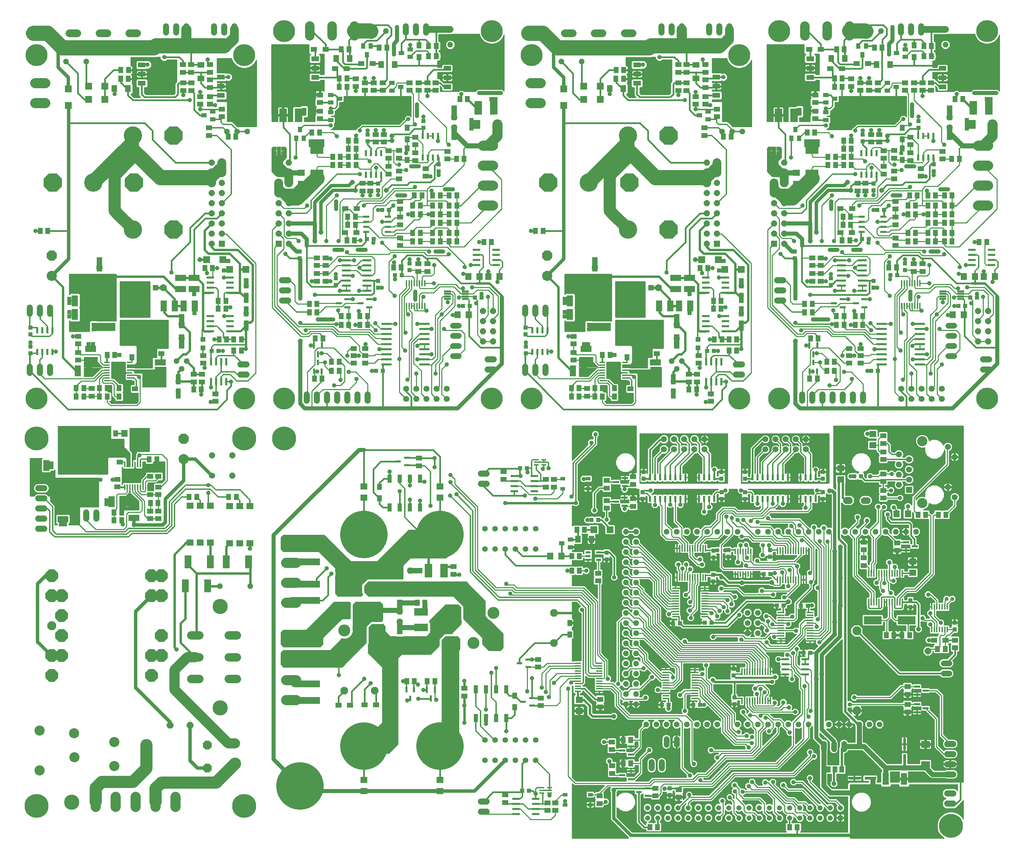
<source format=gtl>
G75*
G70*
%OFA0B0*%
%FSLAX24Y24*%
%IPPOS*%
%LPD*%
%AMOC8*
5,1,8,0,0,1.08239X$1,22.5*
%
%ADD10C,0.1000*%
%ADD11R,0.1969X0.0787*%
%ADD12R,0.0630X0.1063*%
%ADD13R,0.0515X0.0515*%
%ADD14R,0.0551X0.1417*%
%ADD15OC8,0.0630*%
%ADD16C,0.0630*%
%ADD17C,0.0768*%
%ADD18R,0.0591X0.0512*%
%ADD19R,0.0551X0.0394*%
%ADD20R,0.1063X0.0630*%
%ADD21R,0.0780X0.0220*%
%ADD22OC8,0.0520*%
%ADD23R,0.0512X0.0591*%
%ADD24R,0.0709X0.0669*%
%ADD25R,0.0709X0.0551*%
%ADD26R,0.0551X0.0709*%
%ADD27R,0.0669X0.0709*%
%ADD28OC8,0.0700*%
%ADD29OC8,0.0650*%
%ADD30C,0.0594*%
%ADD31R,0.0236X0.0610*%
%ADD32C,0.1810*%
%ADD33OC8,0.1810*%
%ADD34R,0.0394X0.0433*%
%ADD35R,0.0220X0.0780*%
%ADD36R,0.0433X0.0394*%
%ADD37R,0.0472X0.0472*%
%ADD38C,0.1000*%
%ADD39OC8,0.1000*%
%ADD40C,0.0700*%
%ADD41R,0.0551X0.0551*%
%ADD42R,0.0591X0.0945*%
%ADD43R,0.0945X0.0591*%
%ADD44R,0.0750X0.0450*%
%ADD45R,0.1250X0.2000*%
%ADD46R,0.0512X0.1024*%
%ADD47C,0.0515*%
%ADD48OC8,0.0515*%
%ADD49R,0.0560X0.0140*%
%ADD50C,0.0600*%
%ADD51R,0.0594X0.0594*%
%ADD52OC8,0.0594*%
%ADD53OC8,0.0560*%
%ADD54C,0.0560*%
%ADD55C,0.0600*%
%ADD56OC8,0.0600*%
%ADD57R,0.0140X0.0560*%
%ADD58R,0.0800X0.0800*%
%ADD59OC8,0.1181*%
%ADD60R,0.2165X0.1969*%
%ADD61OC8,0.0660*%
%ADD62OC8,0.1250*%
%ADD63OC8,0.0860*%
%ADD64OC8,0.0885*%
%ADD65R,0.0630X0.0710*%
%ADD66C,0.0825*%
%ADD67R,0.0709X0.1260*%
%ADD68OC8,0.0760*%
%ADD69C,0.1502*%
%ADD70R,0.0701X0.0598*%
%ADD71R,0.0630X0.0709*%
%ADD72R,0.0680X0.0190*%
%ADD73R,0.0138X0.0630*%
%ADD74R,0.1000X0.0220*%
%ADD75C,0.0594*%
%ADD76C,0.0560*%
%ADD77C,0.0945*%
%ADD78R,0.0472X0.0591*%
%ADD79R,0.0591X0.0472*%
%ADD80R,0.0748X0.1339*%
%ADD81R,0.0866X0.0236*%
%ADD82OC8,0.0436*%
%ADD83R,0.0394X0.0551*%
%ADD84R,0.0610X0.0236*%
%ADD85R,0.1260X0.0709*%
%ADD86R,0.0600X0.0220*%
%ADD87R,0.0220X0.0600*%
%ADD88R,0.0220X0.0520*%
%ADD89R,0.0709X0.0630*%
%ADD90R,0.0709X0.0866*%
%ADD91R,0.0394X0.0787*%
%ADD92R,0.0630X0.0140*%
%ADD93R,0.0520X0.0220*%
%ADD94R,0.0866X0.0709*%
%ADD95C,0.4685*%
%ADD96R,0.2283X0.2441*%
%ADD97R,0.0630X0.1181*%
%ADD98R,0.1130X0.0300*%
%ADD99R,0.0240X0.0610*%
%ADD100C,0.0397*%
%ADD101R,0.0140X0.0580*%
%ADD102R,0.0170X0.0650*%
%ADD103R,0.1772X0.0787*%
%ADD104R,0.0460X0.0140*%
%ADD105R,0.1339X0.0748*%
%ADD106R,0.0650X0.0170*%
%ADD107R,0.0300X0.1130*%
%ADD108R,0.1417X0.0551*%
%ADD109C,0.0860*%
%ADD110OC8,0.0554*%
%ADD111C,0.0554*%
%ADD112R,0.0500X0.0220*%
%ADD113C,0.1181*%
%ADD114C,0.0768*%
%ADD115R,0.0500X0.0350*%
%ADD116C,0.1004*%
%ADD117R,0.0396X0.0396*%
%ADD118R,0.0436X0.0436*%
%ADD119C,0.0120*%
%ADD120OC8,0.0396*%
%ADD121C,0.0160*%
%ADD122C,0.0100*%
%ADD123C,0.0200*%
%ADD124C,0.0240*%
%ADD125C,0.2165*%
%ADD126C,0.1500*%
%ADD127C,0.0860*%
%ADD128C,0.0320*%
%ADD129C,0.1200*%
%ADD130C,0.0500*%
%ADD131OC8,0.0436*%
%ADD132C,0.0070*%
%ADD133C,0.0140*%
%ADD134C,0.2362*%
%ADD135C,0.1500*%
%ADD136C,0.0400*%
%ADD137C,0.0340*%
%ADD138C,0.0660*%
D10*
X011237Y006726D02*
X011237Y007726D01*
X013205Y007726D02*
X013205Y006726D01*
X015174Y006726D02*
X015174Y007726D01*
X017142Y007726D02*
X017142Y006726D01*
X019111Y006726D02*
X019111Y007726D01*
X024307Y012969D02*
X024957Y012969D01*
X024307Y012969D02*
X018982Y018294D01*
X018982Y020219D01*
X020257Y021494D01*
X021032Y021494D01*
X029981Y021182D02*
X030981Y021182D01*
X030981Y019213D02*
X029981Y019213D01*
X029981Y017245D02*
X030981Y017245D01*
X030981Y023150D02*
X029981Y023150D01*
X029981Y026845D02*
X030981Y026845D01*
X030981Y028813D02*
X029981Y028813D01*
X029981Y030782D02*
X030981Y030782D01*
X030981Y032750D02*
X029981Y032750D01*
X049392Y065996D02*
X050392Y065996D01*
X050392Y067964D02*
X049392Y067964D01*
X049392Y069933D02*
X050392Y069933D01*
X050392Y071901D02*
X049392Y071901D01*
X049892Y071901D02*
X050821Y072830D01*
X050821Y074026D01*
X054096Y076104D02*
X055096Y076104D01*
X055096Y078073D02*
X054096Y078073D01*
X068981Y081681D02*
X069026Y081776D01*
X068981Y081681D02*
X068981Y083378D01*
X098211Y071901D02*
X099211Y071901D01*
X098711Y071901D02*
X099640Y072830D01*
X099640Y074026D01*
X099211Y069933D02*
X098211Y069933D01*
X098211Y067964D02*
X099211Y067964D01*
X099211Y065996D02*
X098211Y065996D01*
X020207Y081776D02*
X020162Y081681D01*
X020162Y083378D01*
X006277Y078073D02*
X005277Y078073D01*
X005277Y076104D02*
X006277Y076104D01*
D11*
X012209Y055415D03*
X012209Y054037D03*
X015556Y054037D03*
X015556Y055415D03*
X061028Y055415D03*
X061028Y054037D03*
X064374Y054037D03*
X064374Y055415D03*
D12*
X066750Y056126D03*
X067852Y056126D03*
X068725Y056126D03*
X069827Y056126D03*
X059377Y049701D03*
X058275Y049701D03*
X057975Y055276D03*
X059077Y055276D03*
X059077Y056626D03*
X057975Y056626D03*
X021009Y056126D03*
X019906Y056126D03*
X019034Y056126D03*
X017931Y056126D03*
X010259Y056626D03*
X009156Y056626D03*
X009156Y055276D03*
X010259Y055276D03*
X010559Y049701D03*
X009456Y049701D03*
X006359Y040394D03*
X005256Y040394D03*
X012781Y036819D03*
X013884Y036819D03*
D13*
X010507Y049701D03*
X009507Y049701D03*
X017982Y056126D03*
X018982Y056126D03*
X019582Y057826D03*
X019582Y058826D03*
X058326Y049701D03*
X059326Y049701D03*
X066801Y056126D03*
X067801Y056126D03*
X068401Y057826D03*
X068401Y058826D03*
X084631Y005625D03*
D14*
X041206Y024452D03*
X041206Y026459D03*
X019682Y052603D03*
X019682Y054610D03*
X011607Y058203D03*
X011607Y060210D03*
X046567Y073178D03*
X046567Y075185D03*
X060426Y060210D03*
X060426Y058203D03*
X068501Y054610D03*
X068501Y052603D03*
X095386Y073178D03*
X095386Y075185D03*
D15*
X095386Y074701D03*
X068501Y054326D03*
X060426Y059926D03*
X046567Y074701D03*
X019682Y054326D03*
X011607Y059926D03*
X042231Y030025D03*
X041206Y025975D03*
D16*
X041206Y024975D03*
X041231Y030025D03*
X019682Y052926D03*
X011607Y058526D03*
X046567Y073701D03*
X060426Y058526D03*
X068501Y052926D03*
X095386Y073701D03*
D17*
X064132Y083000D02*
X063364Y083000D01*
X061179Y083000D02*
X060412Y083000D01*
X058227Y083000D02*
X057459Y083000D01*
X054290Y083000D02*
X053522Y083000D01*
X015313Y083000D02*
X014546Y083000D01*
X012360Y083000D02*
X011593Y083000D01*
X009408Y083000D02*
X008640Y083000D01*
X005471Y083000D02*
X004703Y083000D01*
D18*
X019832Y079900D03*
X019832Y079152D03*
X020632Y079152D03*
X020632Y079900D03*
X022507Y079900D03*
X022507Y079152D03*
X022507Y078400D03*
X022507Y077652D03*
X022507Y076750D03*
X022507Y076002D03*
X021532Y076002D03*
X021532Y076750D03*
X020657Y077352D03*
X020657Y078100D03*
X019857Y078100D03*
X019857Y077352D03*
X023657Y075525D03*
X023657Y074777D03*
X022407Y073675D03*
X022407Y072927D03*
X033342Y074577D03*
X033342Y075325D03*
X033342Y076177D03*
X033342Y076925D03*
X036867Y077752D03*
X036867Y078500D03*
X037767Y078125D03*
X037767Y077377D03*
X038642Y077377D03*
X038642Y078125D03*
X039517Y078125D03*
X039517Y077377D03*
X042167Y077377D03*
X042167Y078125D03*
X043067Y078125D03*
X043067Y077377D03*
X043917Y077377D03*
X043917Y078125D03*
X044742Y078125D03*
X044742Y077377D03*
X042717Y072750D03*
X042717Y072002D03*
X042717Y071200D03*
X042717Y070452D03*
X043760Y069646D03*
X043760Y068898D03*
X045892Y070602D03*
X045892Y071350D03*
X041118Y071429D03*
X041118Y070681D03*
X040092Y070677D03*
X040092Y071425D03*
X039636Y072271D03*
X039636Y073019D03*
X038830Y073025D03*
X038830Y072277D03*
X040092Y069875D03*
X040092Y069127D03*
X041117Y069400D03*
X041117Y068652D03*
X041242Y066420D03*
X041242Y065672D03*
X041242Y064875D03*
X041242Y064127D03*
X041242Y062825D03*
X041242Y062077D03*
X043042Y060275D03*
X043042Y059527D03*
X043917Y059527D03*
X043917Y060275D03*
X038292Y067452D03*
X038292Y068200D03*
X037523Y068200D03*
X037523Y067452D03*
X033892Y060850D03*
X033892Y060102D03*
X033892Y059300D03*
X033892Y058552D03*
X033042Y058552D03*
X033042Y059300D03*
X033042Y060102D03*
X033042Y060850D03*
X021832Y051225D03*
X021832Y050477D03*
X021682Y049375D03*
X021682Y048627D03*
X020882Y048627D03*
X020882Y049375D03*
X023032Y047450D03*
X023032Y046702D03*
X017707Y051402D03*
X017707Y052150D03*
X015107Y047950D03*
X015107Y047202D03*
X010832Y047227D03*
X010832Y047975D03*
X009507Y050777D03*
X009507Y051525D03*
X009507Y052377D03*
X009507Y053125D03*
X013582Y041443D03*
X013582Y040695D03*
X013357Y039018D03*
X013357Y038270D03*
X016607Y038243D03*
X016607Y037495D03*
X017382Y037495D03*
X017382Y038243D03*
X017382Y039320D03*
X017382Y040068D03*
X016607Y040068D03*
X016607Y039320D03*
X016607Y035893D03*
X016607Y035145D03*
X017382Y035145D03*
X017382Y035893D03*
X043081Y040351D03*
X043081Y041099D03*
X051431Y039774D03*
X051431Y039026D03*
X055606Y038999D03*
X055606Y038251D03*
X056381Y038251D03*
X056381Y038999D03*
X061606Y038899D03*
X061606Y038151D03*
X061606Y036924D03*
X061606Y036176D03*
X064206Y036351D03*
X064206Y037099D03*
X064206Y038526D03*
X064206Y039274D03*
X071851Y046702D03*
X071851Y047450D03*
X070501Y048627D03*
X070501Y049375D03*
X069701Y049375D03*
X069701Y048627D03*
X070651Y050477D03*
X070651Y051225D03*
X066526Y051402D03*
X066526Y052150D03*
X063926Y047950D03*
X063926Y047202D03*
X059651Y047227D03*
X059651Y047975D03*
X058326Y050777D03*
X058326Y051525D03*
X058326Y052377D03*
X058326Y053125D03*
X081861Y058552D03*
X081861Y059300D03*
X081861Y060102D03*
X081861Y060850D03*
X082711Y060850D03*
X082711Y060102D03*
X082711Y059300D03*
X082711Y058552D03*
X090061Y062077D03*
X090061Y062825D03*
X090061Y064127D03*
X090061Y064875D03*
X090061Y065672D03*
X090061Y066420D03*
X089936Y068652D03*
X089936Y069400D03*
X088911Y069127D03*
X088911Y069875D03*
X088911Y070677D03*
X088911Y071425D03*
X088455Y072271D03*
X088455Y073019D03*
X087649Y073025D03*
X087649Y072277D03*
X089937Y071429D03*
X089937Y070681D03*
X091536Y070452D03*
X091536Y071200D03*
X091536Y072002D03*
X091536Y072750D03*
X094711Y071350D03*
X094711Y070602D03*
X092579Y069646D03*
X092579Y068898D03*
X087111Y068200D03*
X087111Y067452D03*
X086342Y067452D03*
X086342Y068200D03*
X082161Y074577D03*
X082161Y075325D03*
X082161Y076177D03*
X082161Y076925D03*
X085686Y077752D03*
X085686Y078500D03*
X086586Y078125D03*
X086586Y077377D03*
X087461Y077377D03*
X087461Y078125D03*
X088336Y078125D03*
X088336Y077377D03*
X090986Y077377D03*
X090986Y078125D03*
X091886Y078125D03*
X091886Y077377D03*
X092736Y077377D03*
X092736Y078125D03*
X093561Y078125D03*
X093561Y077377D03*
X072476Y075525D03*
X072476Y074777D03*
X071326Y076002D03*
X071326Y076750D03*
X071326Y077652D03*
X071326Y078400D03*
X071326Y079152D03*
X071326Y079900D03*
X069451Y079900D03*
X069451Y079152D03*
X068651Y079152D03*
X068651Y079900D03*
X068676Y078100D03*
X068676Y077352D03*
X069476Y077352D03*
X069476Y078100D03*
X070351Y076750D03*
X070351Y076002D03*
X071226Y073675D03*
X071226Y072927D03*
X091861Y060275D03*
X091861Y059527D03*
X092736Y059527D03*
X092736Y060275D03*
X088856Y043299D03*
X088856Y042551D03*
X088856Y041724D03*
X088856Y040976D03*
X088856Y039549D03*
X088856Y038801D03*
X088856Y037924D03*
X088856Y037176D03*
X090231Y032749D03*
X090231Y032001D03*
X086931Y032076D03*
X086931Y032824D03*
X086931Y031274D03*
X086931Y030526D03*
X095931Y023149D03*
X095931Y022401D03*
X091256Y018574D03*
X091256Y017826D03*
X091256Y016824D03*
X091256Y016076D03*
X068706Y008424D03*
X068706Y007676D03*
X066406Y007801D03*
X066406Y008549D03*
X062131Y010026D03*
X062131Y010774D03*
X062106Y012376D03*
X062106Y013124D03*
X060956Y016578D03*
X060956Y017326D03*
X055081Y017449D03*
X055081Y016701D03*
X054831Y020501D03*
X054831Y021249D03*
X047556Y018399D03*
X047556Y017651D03*
X051581Y007899D03*
X051581Y007151D03*
X055756Y007124D03*
X055756Y006376D03*
X056531Y006376D03*
X056531Y007124D03*
X060881Y007051D03*
X060881Y007799D03*
X060756Y029001D03*
X060756Y029749D03*
X046481Y029651D03*
X046481Y030399D03*
D19*
X057173Y032700D03*
X058039Y032326D03*
X058039Y033074D03*
X071584Y074527D03*
X071584Y075275D03*
X070718Y074901D03*
X083203Y075200D03*
X083203Y074452D03*
X084069Y074826D03*
X083203Y076177D03*
X083203Y076925D03*
X084069Y076551D03*
X089253Y077352D03*
X089253Y078100D03*
X090119Y077726D03*
X091044Y080677D03*
X091044Y081425D03*
X090178Y081051D03*
X042225Y080677D03*
X042225Y081425D03*
X041359Y081051D03*
X040434Y078100D03*
X040434Y077352D03*
X041300Y077726D03*
X035250Y076551D03*
X034384Y076177D03*
X034384Y076925D03*
X034384Y075200D03*
X034384Y074452D03*
X035250Y074826D03*
X022765Y074527D03*
X022765Y075275D03*
X021899Y074901D03*
D20*
X020932Y058877D03*
X020932Y057775D03*
X019582Y057775D03*
X019582Y058877D03*
X010732Y051877D03*
X010732Y050775D03*
X017582Y050552D03*
X017582Y049450D03*
X015007Y036320D03*
X015007Y035218D03*
X007982Y035093D03*
X007982Y036195D03*
X059551Y050775D03*
X059551Y051877D03*
X066401Y050552D03*
X066401Y049450D03*
X068401Y057775D03*
X068401Y058877D03*
X069751Y058877D03*
X069751Y057775D03*
D21*
X071356Y057901D03*
X071356Y057401D03*
X071356Y058401D03*
X071356Y058901D03*
X073296Y058901D03*
X073296Y058401D03*
X073296Y057901D03*
X073296Y057401D03*
X073296Y055101D03*
X073296Y054601D03*
X073296Y054101D03*
X073296Y053601D03*
X071356Y053601D03*
X071356Y054101D03*
X071356Y054601D03*
X071356Y055101D03*
X054451Y039350D03*
X054451Y038850D03*
X054451Y038350D03*
X054451Y037850D03*
X052511Y037850D03*
X052511Y038350D03*
X052511Y038850D03*
X052511Y039350D03*
X050712Y060151D03*
X050712Y060651D03*
X050712Y061151D03*
X050712Y061651D03*
X048772Y061651D03*
X048772Y061151D03*
X048772Y060651D03*
X048772Y060151D03*
X024477Y058901D03*
X024477Y058401D03*
X024477Y057901D03*
X024477Y057401D03*
X022537Y057401D03*
X022537Y057901D03*
X022537Y058401D03*
X022537Y058901D03*
X022537Y055101D03*
X022537Y054601D03*
X022537Y054101D03*
X022537Y053601D03*
X024477Y053601D03*
X024477Y054101D03*
X024477Y054601D03*
X024477Y055101D03*
X079211Y021275D03*
X079211Y020775D03*
X079211Y020275D03*
X079211Y019775D03*
X081151Y019775D03*
X081151Y020275D03*
X081151Y020775D03*
X081151Y021275D03*
X054601Y007500D03*
X054601Y007000D03*
X054601Y006500D03*
X054601Y006000D03*
X052661Y006000D03*
X052661Y006500D03*
X052661Y007000D03*
X052661Y007500D03*
X097591Y060151D03*
X097591Y060651D03*
X097591Y061151D03*
X097591Y061651D03*
X099531Y061651D03*
X099531Y061151D03*
X099531Y060651D03*
X099531Y060151D03*
D22*
X074976Y073326D03*
X059126Y080226D03*
X057126Y080226D03*
X026157Y073326D03*
X010307Y080226D03*
X008307Y080226D03*
X019182Y050676D03*
X019682Y049926D03*
X020182Y050676D03*
X068001Y050676D03*
X068501Y049926D03*
X069001Y050676D03*
D23*
X069702Y047876D03*
X070450Y047876D03*
X073652Y051726D03*
X074400Y051726D03*
X074400Y052826D03*
X073652Y052826D03*
X072950Y052826D03*
X072202Y052826D03*
X072127Y055851D03*
X072875Y055851D03*
X072875Y056626D03*
X072127Y056626D03*
X071550Y059851D03*
X070802Y059851D03*
X081112Y056326D03*
X081860Y056326D03*
X081860Y055476D03*
X081112Y055476D03*
X081687Y052901D03*
X082435Y052901D03*
X084237Y054251D03*
X084985Y054251D03*
X084985Y055101D03*
X084237Y055101D03*
X086087Y055101D03*
X086835Y055101D03*
X086835Y054251D03*
X086087Y054251D03*
X084035Y050601D03*
X083287Y050601D03*
X083287Y049726D03*
X084035Y049726D03*
X082360Y048951D03*
X081612Y048951D03*
X089412Y059926D03*
X090160Y059926D03*
X091287Y062476D03*
X092035Y062476D03*
X092035Y063326D03*
X091287Y063326D03*
X091287Y065151D03*
X092035Y065151D03*
X092035Y066001D03*
X091287Y066001D03*
X091462Y067001D03*
X092210Y067001D03*
X093262Y067001D03*
X094010Y067001D03*
X094887Y067001D03*
X095635Y067001D03*
X095635Y066001D03*
X094887Y066001D03*
X094887Y065151D03*
X095635Y065151D03*
X095635Y064306D03*
X094887Y064306D03*
X094010Y064306D03*
X093262Y064306D03*
X093262Y065151D03*
X094010Y065151D03*
X094010Y066002D03*
X093262Y066002D03*
X093262Y063326D03*
X094010Y063326D03*
X094010Y062476D03*
X093262Y062476D03*
X094887Y062476D03*
X095635Y062476D03*
X095635Y063326D03*
X094887Y063326D03*
X098312Y062401D03*
X099060Y062401D03*
X096360Y070601D03*
X095612Y070601D03*
X095937Y076501D03*
X096685Y076501D03*
X093610Y080751D03*
X092862Y080751D03*
X092862Y081751D03*
X093610Y081751D03*
X088735Y081576D03*
X087987Y081576D03*
X085010Y081426D03*
X084262Y081426D03*
X084062Y078551D03*
X084810Y078551D03*
X084810Y077726D03*
X084062Y077726D03*
X082110Y073201D03*
X081362Y073201D03*
X083412Y070826D03*
X084160Y070826D03*
X084962Y070826D03*
X085710Y070826D03*
X085710Y071626D03*
X084962Y071626D03*
X084962Y072426D03*
X085710Y072426D03*
X085710Y070001D03*
X084962Y070001D03*
X084160Y070001D03*
X083412Y070001D03*
X084887Y064901D03*
X085635Y064901D03*
X085635Y064126D03*
X084887Y064126D03*
X084812Y062576D03*
X085560Y062576D03*
X073850Y072826D03*
X073102Y072826D03*
X063250Y078501D03*
X062502Y078501D03*
X062527Y079376D03*
X063275Y079376D03*
X047866Y076501D03*
X047118Y076501D03*
X044791Y080751D03*
X044043Y080751D03*
X044043Y081751D03*
X044791Y081751D03*
X039916Y081576D03*
X039168Y081576D03*
X036191Y081426D03*
X035443Y081426D03*
X035243Y078551D03*
X035991Y078551D03*
X035991Y077726D03*
X035243Y077726D03*
X033291Y073201D03*
X032543Y073201D03*
X034593Y070826D03*
X035341Y070826D03*
X036143Y070826D03*
X036891Y070826D03*
X036891Y071626D03*
X036143Y071626D03*
X036143Y072426D03*
X036891Y072426D03*
X036891Y070001D03*
X036143Y070001D03*
X035341Y070001D03*
X034593Y070001D03*
X036068Y064901D03*
X036816Y064901D03*
X036816Y064126D03*
X036068Y064126D03*
X035993Y062576D03*
X036741Y062576D03*
X040593Y059926D03*
X041341Y059926D03*
X042468Y062476D03*
X043216Y062476D03*
X043216Y063326D03*
X042468Y063326D03*
X042468Y065151D03*
X043216Y065151D03*
X043216Y066001D03*
X042468Y066001D03*
X042643Y067001D03*
X043391Y067001D03*
X044443Y067001D03*
X045191Y067001D03*
X046068Y067001D03*
X046816Y067001D03*
X046816Y066001D03*
X046068Y066001D03*
X046068Y065151D03*
X046816Y065151D03*
X046816Y064306D03*
X046068Y064306D03*
X045191Y064306D03*
X044443Y064306D03*
X044443Y065151D03*
X045191Y065151D03*
X045191Y066002D03*
X044443Y066002D03*
X044443Y063326D03*
X045191Y063326D03*
X045191Y062476D03*
X044443Y062476D03*
X046068Y062476D03*
X046816Y062476D03*
X046816Y063326D03*
X046068Y063326D03*
X049493Y062401D03*
X050241Y062401D03*
X054577Y063526D03*
X055325Y063526D03*
X047541Y070601D03*
X046793Y070601D03*
X033041Y056326D03*
X032293Y056326D03*
X032293Y055476D03*
X033041Y055476D03*
X035418Y055101D03*
X036166Y055101D03*
X036166Y054251D03*
X035418Y054251D03*
X037268Y054251D03*
X038016Y054251D03*
X038016Y055101D03*
X037268Y055101D03*
X033616Y052901D03*
X032868Y052901D03*
X034468Y050601D03*
X035216Y050601D03*
X035216Y049726D03*
X034468Y049726D03*
X033541Y048951D03*
X032793Y048951D03*
X025581Y051726D03*
X024833Y051726D03*
X024833Y052826D03*
X024131Y052826D03*
X023383Y052826D03*
X025581Y052826D03*
X024056Y055851D03*
X023308Y055851D03*
X023308Y056626D03*
X024056Y056626D03*
X022731Y059851D03*
X021983Y059851D03*
X015531Y051051D03*
X014783Y051051D03*
X013106Y051276D03*
X012358Y051276D03*
X012356Y048001D03*
X011608Y048001D03*
X011608Y047176D03*
X012356Y047176D03*
X013533Y047176D03*
X014281Y047176D03*
X014281Y048001D03*
X013533Y048001D03*
X010056Y048001D03*
X009308Y048001D03*
X009308Y047176D03*
X010056Y047176D03*
X012433Y043544D03*
X013181Y043544D03*
X016508Y040969D03*
X017256Y040969D03*
X017371Y036694D03*
X016623Y036694D03*
X013781Y035744D03*
X013033Y035744D03*
X013033Y034969D03*
X013781Y034969D03*
X020433Y037294D03*
X021181Y037294D03*
X024333Y037294D03*
X025081Y037294D03*
X021631Y047876D03*
X020883Y047876D03*
X006506Y063526D03*
X005758Y063526D03*
X013683Y078501D03*
X014431Y078501D03*
X014456Y079376D03*
X013708Y079376D03*
X024283Y072826D03*
X025031Y072826D03*
X058127Y048001D03*
X058875Y048001D03*
X058875Y047176D03*
X058127Y047176D03*
X060427Y047176D03*
X061175Y047176D03*
X061175Y048001D03*
X060427Y048001D03*
X062352Y048001D03*
X063100Y048001D03*
X063100Y047176D03*
X062352Y047176D03*
X063602Y051051D03*
X064350Y051051D03*
X061925Y051276D03*
X061177Y051276D03*
X059405Y034050D03*
X058657Y034050D03*
X058905Y031450D03*
X058157Y031450D03*
X058157Y030000D03*
X058905Y030000D03*
X044655Y019110D03*
X043907Y019110D03*
X042630Y019125D03*
X041882Y019125D03*
X042932Y026850D03*
X043680Y026850D03*
X063232Y013325D03*
X063980Y013325D03*
X063980Y011000D03*
X063232Y011000D03*
X065857Y004725D03*
X066605Y004725D03*
X079632Y004700D03*
X080380Y004700D03*
X083436Y010400D03*
X084106Y010400D03*
X084775Y010400D03*
X094207Y022275D03*
X094955Y022275D03*
X091455Y023650D03*
X090707Y023650D03*
X089905Y023650D03*
X089157Y023650D03*
X092282Y035525D03*
X093030Y035525D03*
X094282Y035525D03*
X095030Y035525D03*
D24*
X074858Y059701D03*
X073244Y059701D03*
X072583Y060676D03*
X070969Y060676D03*
X060958Y076476D03*
X060958Y077776D03*
X059344Y077776D03*
X059344Y076476D03*
X026039Y059701D03*
X024425Y059701D03*
X023764Y060676D03*
X022150Y060676D03*
X012139Y076476D03*
X012139Y077776D03*
X010525Y077776D03*
X010525Y076476D03*
X060323Y034050D03*
X061938Y034050D03*
D25*
X070401Y078532D03*
X070401Y079870D03*
X021582Y079870D03*
X021582Y078532D03*
D26*
X014402Y077551D03*
X013063Y077551D03*
X034923Y080526D03*
X036261Y080526D03*
X039373Y079926D03*
X040711Y079926D03*
X061882Y077551D03*
X063221Y077551D03*
X083741Y080526D03*
X085080Y080526D03*
X088191Y079926D03*
X089530Y079926D03*
X060100Y033100D03*
X058761Y033100D03*
D27*
X032981Y032482D03*
X032981Y030868D03*
X032981Y028682D03*
X032981Y027068D03*
X032981Y023082D03*
X032981Y021468D03*
X032981Y018832D03*
X032981Y017218D03*
X057351Y075894D03*
X057351Y077508D03*
X008532Y077508D03*
X008532Y075894D03*
D28*
X015032Y068276D03*
X063851Y068276D03*
X085256Y036925D03*
X085506Y036925D03*
D29*
X093256Y022075D03*
X063851Y068276D03*
X015032Y068276D03*
D30*
X029595Y058651D02*
X030189Y058651D01*
X030189Y057651D02*
X029595Y057651D01*
X029595Y056651D02*
X030189Y056651D01*
X026104Y050351D02*
X025510Y050351D01*
X025510Y049351D02*
X026104Y049351D01*
X032042Y047373D02*
X032042Y046779D01*
X033042Y046779D02*
X033042Y047373D01*
X034042Y047373D02*
X034042Y046779D01*
X035042Y046779D02*
X035042Y047373D01*
X036042Y047373D02*
X036042Y046779D01*
X037042Y046779D02*
X037042Y047373D01*
X038042Y047373D02*
X038042Y046779D01*
X049870Y049851D02*
X050464Y049851D01*
X050464Y050851D02*
X049870Y050851D01*
X053551Y050098D02*
X053551Y049504D01*
X054551Y049504D02*
X054551Y050098D01*
X055551Y050098D02*
X055551Y049504D01*
X055551Y055354D02*
X055551Y055948D01*
X054551Y055948D02*
X054551Y055354D01*
X053551Y055354D02*
X053551Y055948D01*
X049777Y039575D02*
X049184Y039575D01*
X049184Y038575D02*
X049777Y038575D01*
X074329Y049351D02*
X074923Y049351D01*
X074923Y050351D02*
X074329Y050351D01*
X080861Y047373D02*
X080861Y046779D01*
X081861Y046779D02*
X081861Y047373D01*
X082861Y047373D02*
X082861Y046779D01*
X083861Y046779D02*
X083861Y047373D01*
X084861Y047373D02*
X084861Y046779D01*
X085861Y046779D02*
X085861Y047373D01*
X086861Y047373D02*
X086861Y046779D01*
X098689Y049851D02*
X099283Y049851D01*
X099283Y050851D02*
X098689Y050851D01*
X079008Y056651D02*
X078414Y056651D01*
X078414Y057651D02*
X079008Y057651D01*
X079008Y058651D02*
X078414Y058651D01*
X095158Y012925D02*
X095752Y012925D01*
X095752Y011925D02*
X095158Y011925D01*
X095158Y010925D02*
X095752Y010925D01*
X095752Y009925D02*
X095158Y009925D01*
X095159Y008050D02*
X095752Y008050D01*
X095752Y007050D02*
X095159Y007050D01*
X067031Y010528D02*
X067031Y011122D01*
X066031Y011122D02*
X066031Y010528D01*
X049777Y007250D02*
X049184Y007250D01*
X049184Y006250D02*
X049777Y006250D01*
X011307Y035147D02*
X011307Y035741D01*
X010307Y035741D02*
X010307Y035147D01*
X009307Y035147D02*
X009307Y035741D01*
X006154Y036144D02*
X005560Y036144D01*
X005560Y037144D02*
X006154Y037144D01*
X006154Y038144D02*
X005560Y038144D01*
X005560Y039144D02*
X006154Y039144D01*
X006154Y035144D02*
X005560Y035144D01*
X005560Y034144D02*
X006154Y034144D01*
X005732Y049504D02*
X005732Y050098D01*
X004732Y050098D02*
X004732Y049504D01*
X006732Y049504D02*
X006732Y050098D01*
X006732Y055354D02*
X006732Y055948D01*
X005732Y055948D02*
X005732Y055354D01*
X004732Y055354D02*
X004732Y055948D01*
D31*
X005459Y053714D03*
X005959Y053714D03*
X006459Y053714D03*
X006959Y053714D03*
X006959Y051588D03*
X006459Y051588D03*
X005959Y051588D03*
X005459Y051588D03*
X037869Y069038D03*
X038369Y069038D03*
X038869Y069038D03*
X039369Y069038D03*
X039369Y071164D03*
X038869Y071164D03*
X038369Y071164D03*
X037869Y071164D03*
X043469Y070738D03*
X043969Y070738D03*
X044469Y070738D03*
X044969Y070738D03*
X044969Y072864D03*
X044469Y072864D03*
X043969Y072864D03*
X043469Y072864D03*
X054278Y053714D03*
X054778Y053714D03*
X055278Y053714D03*
X055778Y053714D03*
X055778Y051588D03*
X055278Y051588D03*
X054778Y051588D03*
X054278Y051588D03*
X070704Y039213D03*
X071204Y039213D03*
X071704Y039213D03*
X072204Y039213D03*
X072204Y037087D03*
X071704Y037087D03*
X071204Y037087D03*
X070704Y037087D03*
X080704Y037087D03*
X081204Y037087D03*
X081704Y037087D03*
X082204Y037087D03*
X082204Y039213D03*
X081704Y039213D03*
X081204Y039213D03*
X080704Y039213D03*
X086688Y069038D03*
X087188Y069038D03*
X087688Y069038D03*
X088188Y069038D03*
X088188Y071164D03*
X087688Y071164D03*
X087188Y071164D03*
X086688Y071164D03*
X092288Y070738D03*
X092788Y070738D03*
X093288Y070738D03*
X093788Y070738D03*
X093788Y072864D03*
X093288Y072864D03*
X092788Y072864D03*
X092288Y072864D03*
D32*
X063701Y072901D03*
X059826Y068276D03*
X063701Y063651D03*
X014882Y063651D03*
X011007Y068276D03*
X014882Y072901D03*
D33*
X018882Y072901D03*
X015007Y068276D03*
X018882Y063651D03*
X007007Y068276D03*
X055826Y068276D03*
X063826Y068276D03*
X067701Y072901D03*
X067701Y063651D03*
D34*
X053601Y053986D03*
X053601Y053317D03*
X053626Y052111D03*
X053626Y051442D03*
X042167Y059642D03*
X042167Y060311D03*
X039067Y058586D03*
X039067Y057917D03*
X034892Y058167D03*
X034892Y058836D03*
X039067Y067517D03*
X039067Y068186D03*
X038017Y072342D03*
X038017Y073011D03*
X043517Y073667D03*
X043517Y074336D03*
X045017Y070061D03*
X045017Y069392D03*
X065231Y039760D03*
X065231Y039091D03*
X065131Y037760D03*
X065131Y037091D03*
X060765Y035000D03*
X060096Y035000D03*
X061581Y031785D03*
X061581Y031116D03*
X072131Y031311D03*
X072131Y031980D03*
X073581Y032035D03*
X073581Y031366D03*
X072106Y029615D03*
X072106Y028946D03*
X077681Y031366D03*
X077681Y032035D03*
X075231Y037091D03*
X075231Y037760D03*
X075231Y039091D03*
X075231Y039760D03*
X072906Y039760D03*
X072906Y039091D03*
X072931Y037760D03*
X072931Y037091D03*
X082906Y037091D03*
X082906Y037760D03*
X082906Y039091D03*
X082906Y039760D03*
X085996Y039300D03*
X086665Y039300D03*
X091531Y027085D03*
X091531Y026416D03*
X095906Y024885D03*
X095906Y024216D03*
X074106Y020360D03*
X074106Y019691D03*
X074181Y017510D03*
X074181Y016841D03*
X067806Y008535D03*
X067806Y007866D03*
X083711Y058167D03*
X083711Y058836D03*
X087886Y058586D03*
X087886Y057917D03*
X090986Y059642D03*
X090986Y060311D03*
X087886Y067517D03*
X087886Y068186D03*
X086836Y072342D03*
X086836Y073011D03*
X092336Y073667D03*
X092336Y074336D03*
X093836Y070061D03*
X093836Y069392D03*
X004782Y053986D03*
X004782Y053317D03*
X004807Y052111D03*
X004807Y051442D03*
D35*
X022582Y050596D03*
X023082Y050596D03*
X023582Y050596D03*
X024082Y050596D03*
X024082Y048656D03*
X023582Y048656D03*
X023082Y048656D03*
X022582Y048656D03*
X071401Y048656D03*
X071901Y048656D03*
X072401Y048656D03*
X072901Y048656D03*
X072901Y050596D03*
X072401Y050596D03*
X071901Y050596D03*
X071401Y050596D03*
D36*
X071492Y051676D03*
X072161Y051676D03*
X080136Y060817D03*
X080136Y061486D03*
X086776Y062726D03*
X087445Y062726D03*
X088276Y065576D03*
X088945Y065576D03*
X089551Y059151D03*
X090220Y059151D03*
X096251Y056126D03*
X096920Y056126D03*
X097426Y056951D03*
X098095Y056951D03*
X088345Y049701D03*
X087676Y049701D03*
X077740Y029675D03*
X077071Y029675D03*
X078371Y026575D03*
X079040Y026575D03*
X080746Y026550D03*
X081415Y026550D03*
X081665Y021925D03*
X080996Y021925D03*
X071940Y024875D03*
X071271Y024875D03*
X068815Y024825D03*
X068146Y024825D03*
X067690Y016775D03*
X067021Y016775D03*
X070121Y016775D03*
X070790Y016775D03*
X053940Y008300D03*
X053271Y008300D03*
X053071Y040125D03*
X053740Y040125D03*
X039526Y049701D03*
X038857Y049701D03*
X047432Y056126D03*
X048101Y056126D03*
X048607Y056951D03*
X049276Y056951D03*
X041401Y059151D03*
X040732Y059151D03*
X038626Y062726D03*
X037957Y062726D03*
X039457Y065576D03*
X040126Y065576D03*
X031317Y061486D03*
X031317Y060817D03*
X023342Y051676D03*
X022673Y051676D03*
D37*
X021782Y051988D03*
X021782Y052815D03*
X070601Y052815D03*
X070601Y051988D03*
D38*
X055724Y059082D03*
X019898Y041018D03*
X006905Y059082D03*
X005692Y014244D03*
X009111Y013989D03*
X009117Y011609D03*
X005692Y010307D03*
X013054Y010743D03*
X013048Y013122D03*
D39*
X019898Y043018D03*
X006905Y061082D03*
X055724Y061082D03*
D40*
X063701Y057901D03*
X066701Y057901D03*
X065226Y051501D03*
X065226Y048501D03*
X087006Y036925D03*
X087256Y036925D03*
X017882Y057901D03*
X014882Y057901D03*
X016407Y051501D03*
X016407Y048501D03*
D41*
X016407Y049253D03*
X015155Y042444D03*
X013659Y042444D03*
X017130Y057901D03*
X065226Y049253D03*
X065949Y057901D03*
D42*
X065226Y050501D03*
X016407Y050501D03*
D43*
X015882Y057901D03*
X064701Y057901D03*
D44*
X072391Y076866D03*
X072391Y077776D03*
X072391Y078686D03*
X064591Y078976D03*
X064591Y078066D03*
X064591Y079886D03*
X081671Y079551D03*
X081671Y078641D03*
X081671Y080461D03*
X094701Y079536D03*
X094701Y078626D03*
X094701Y077716D03*
X045882Y077716D03*
X045882Y078626D03*
X045882Y079536D03*
X032852Y079551D03*
X032852Y078641D03*
X032852Y080461D03*
X023572Y078686D03*
X023572Y077776D03*
X023572Y076866D03*
X015772Y078066D03*
X015772Y078976D03*
X015772Y079886D03*
D45*
X018042Y078976D03*
X025842Y077776D03*
X030582Y079551D03*
X048152Y078626D03*
X066861Y078976D03*
X074661Y077776D03*
X079401Y079551D03*
X096971Y078626D03*
D46*
X074876Y058335D03*
X074876Y056918D03*
X074876Y055585D03*
X074876Y054168D03*
X068176Y048885D03*
X068176Y047468D03*
X026057Y054168D03*
X026057Y055585D03*
X026057Y056918D03*
X026057Y058335D03*
X019357Y048885D03*
X019357Y047468D03*
D47*
X019357Y047676D03*
X026057Y054376D03*
X026057Y057126D03*
X068176Y047676D03*
X074876Y054376D03*
X074876Y057126D03*
X074631Y006625D03*
X075631Y006625D03*
X076631Y006625D03*
X077631Y006625D03*
X078631Y006625D03*
X079631Y006625D03*
X080631Y006625D03*
X081631Y006625D03*
X082631Y006625D03*
X083631Y006625D03*
X084631Y006625D03*
X083631Y005625D03*
X082631Y005625D03*
X081631Y005625D03*
X080631Y005625D03*
X079631Y005625D03*
X078631Y005625D03*
X077631Y005625D03*
X076631Y005625D03*
X075631Y005625D03*
X074631Y005625D03*
X073631Y005625D03*
X073631Y006625D03*
X072631Y006625D03*
X072631Y005625D03*
X071631Y005625D03*
X071631Y006625D03*
X070631Y006625D03*
X070631Y005625D03*
X069631Y005625D03*
X069631Y006625D03*
X068631Y006625D03*
X068631Y005625D03*
X067631Y005625D03*
X067631Y006625D03*
X066631Y006625D03*
X066631Y005625D03*
X065631Y005625D03*
X065631Y006625D03*
D48*
X068176Y048676D03*
X074876Y055376D03*
X074876Y058126D03*
X026057Y058126D03*
X026057Y055376D03*
X019357Y048676D03*
D49*
X014577Y048751D03*
X014577Y049011D03*
X014577Y049271D03*
X014577Y049521D03*
X014577Y049781D03*
X014577Y050031D03*
X014577Y050291D03*
X014577Y050551D03*
X012337Y050551D03*
X012337Y050291D03*
X012337Y050031D03*
X012337Y049781D03*
X012337Y049521D03*
X012337Y049271D03*
X012337Y049011D03*
X012337Y048751D03*
X061156Y048751D03*
X061156Y049011D03*
X061156Y049271D03*
X061156Y049521D03*
X061156Y049781D03*
X061156Y050031D03*
X061156Y050291D03*
X061156Y050551D03*
X063396Y050551D03*
X063396Y050291D03*
X063396Y050031D03*
X063396Y049781D03*
X063396Y049521D03*
X063396Y049271D03*
X063396Y049011D03*
X063396Y048751D03*
D50*
X066981Y083078D02*
X066981Y083678D01*
X067981Y083678D02*
X067981Y083078D01*
X068981Y083078D02*
X068981Y083678D01*
X071705Y083678D02*
X071705Y083078D01*
X072705Y083078D02*
X072705Y083678D01*
X073705Y083678D02*
X073705Y083078D01*
X090603Y083078D02*
X090603Y083678D01*
X091603Y083678D02*
X091603Y083078D01*
X092603Y083078D02*
X092603Y083678D01*
X043784Y083678D02*
X043784Y083078D01*
X042784Y083078D02*
X042784Y083678D01*
X041784Y083678D02*
X041784Y083078D01*
X024886Y083078D02*
X024886Y083678D01*
X023886Y083678D02*
X023886Y083078D01*
X022886Y083078D02*
X022886Y083678D01*
X020162Y083678D02*
X020162Y083078D01*
X019162Y083078D02*
X019162Y083678D01*
X018162Y083678D02*
X018162Y083078D01*
D51*
X023657Y062251D03*
X029267Y062251D03*
X072476Y062251D03*
X078086Y062251D03*
X091406Y037975D03*
D52*
X098211Y052626D03*
X099211Y052626D03*
X099211Y053626D03*
X099211Y054626D03*
X099211Y055626D03*
X098211Y055626D03*
X098211Y054626D03*
X098211Y053626D03*
X079086Y062251D03*
X079086Y063251D03*
X079086Y064251D03*
X079086Y065251D03*
X079086Y066251D03*
X078086Y066251D03*
X078086Y065251D03*
X078086Y064251D03*
X078086Y063251D03*
X078086Y067251D03*
X079086Y067251D03*
X079086Y068251D03*
X079086Y069251D03*
X079086Y070251D03*
X078086Y070251D03*
X078086Y069251D03*
X078086Y068251D03*
X072476Y068251D03*
X071476Y068251D03*
X071476Y067251D03*
X072476Y067251D03*
X072476Y066251D03*
X071476Y066251D03*
X071476Y065251D03*
X071476Y064251D03*
X071476Y063251D03*
X071476Y062251D03*
X072476Y063251D03*
X072476Y064251D03*
X072476Y065251D03*
X072476Y069251D03*
X071476Y069251D03*
X071476Y070251D03*
X072476Y070251D03*
X050392Y055626D03*
X050392Y054626D03*
X050392Y053626D03*
X049392Y053626D03*
X049392Y054626D03*
X049392Y055626D03*
X049392Y052626D03*
X050392Y052626D03*
X030267Y062251D03*
X030267Y063251D03*
X030267Y064251D03*
X030267Y065251D03*
X030267Y066251D03*
X029267Y066251D03*
X029267Y065251D03*
X029267Y064251D03*
X029267Y063251D03*
X029267Y067251D03*
X030267Y067251D03*
X030267Y068251D03*
X030267Y069251D03*
X030267Y070251D03*
X029267Y070251D03*
X029267Y069251D03*
X029267Y068251D03*
X023657Y068251D03*
X022657Y068251D03*
X022657Y067251D03*
X023657Y067251D03*
X023657Y066251D03*
X022657Y066251D03*
X022657Y065251D03*
X022657Y064251D03*
X022657Y063251D03*
X022657Y062251D03*
X023657Y063251D03*
X023657Y064251D03*
X023657Y065251D03*
X023657Y069251D03*
X022657Y069251D03*
X022657Y070251D03*
X023657Y070251D03*
D53*
X024157Y073326D03*
X038317Y083226D03*
X039817Y083226D03*
X046167Y083376D03*
X046167Y081876D03*
X072976Y073326D03*
X087136Y083226D03*
X088636Y083226D03*
X094986Y083376D03*
X094986Y081876D03*
X026457Y028469D03*
X023457Y028469D03*
D54*
X025157Y073326D03*
X073976Y073326D03*
D55*
X022683Y039369D03*
D56*
X024683Y039369D03*
X024683Y041369D03*
X022683Y041369D03*
X075481Y023850D03*
D57*
X015882Y038249D03*
X015622Y038249D03*
X015362Y038249D03*
X015112Y038249D03*
X014852Y038249D03*
X014602Y038249D03*
X014342Y038249D03*
X014082Y038249D03*
X014082Y040489D03*
X014342Y040489D03*
X014602Y040489D03*
X014852Y040489D03*
X015112Y040489D03*
X015362Y040489D03*
X015622Y040489D03*
X015882Y040489D03*
D58*
X014982Y039369D03*
D59*
X014982Y039369D03*
D60*
X010007Y038120D03*
X010007Y041467D03*
D61*
X018573Y014794D03*
X020542Y014794D03*
D62*
X016729Y019672D03*
X016729Y021641D03*
X017713Y021641D03*
X017713Y023609D03*
X017713Y027546D03*
X016729Y027546D03*
X016729Y029515D03*
X017713Y029515D03*
X007870Y027546D03*
X006886Y027546D03*
X006886Y029515D03*
X007870Y025578D03*
X007870Y023609D03*
X007870Y021641D03*
X006886Y021641D03*
X006886Y019672D03*
D63*
X006886Y024594D03*
X086256Y024065D03*
D64*
X022243Y012814D03*
X022243Y010558D03*
X016243Y010558D03*
X016243Y012814D03*
D65*
X015192Y043544D03*
X014073Y043544D03*
X056021Y031450D03*
X057140Y031450D03*
D66*
X025145Y023644D02*
X024320Y023644D01*
X024320Y021494D02*
X025145Y021494D01*
X025145Y019344D02*
X024320Y019344D01*
X021445Y019344D02*
X020620Y019344D01*
X020620Y021494D02*
X021445Y021494D01*
X021445Y023644D02*
X020620Y023644D01*
D67*
X020055Y028519D03*
X022260Y028519D03*
X022535Y030869D03*
X024105Y030869D03*
X026310Y030869D03*
X020330Y030869D03*
D68*
X024957Y012969D03*
X024957Y010969D03*
D69*
X023507Y016494D03*
X023507Y026494D03*
D70*
X024432Y032715D03*
X025432Y032715D03*
X026432Y032715D03*
X026432Y036372D03*
X025432Y036372D03*
X024432Y036372D03*
X022532Y036422D03*
X021532Y036422D03*
X020532Y036422D03*
X020532Y032765D03*
X021532Y032765D03*
X022532Y032765D03*
D71*
X046891Y055251D03*
X047993Y055251D03*
X047966Y059001D03*
X049068Y059001D03*
X049941Y059001D03*
X051043Y059001D03*
X090179Y035600D03*
X091282Y035600D03*
X095710Y055251D03*
X096812Y055251D03*
X096785Y059001D03*
X097887Y059001D03*
X098760Y059001D03*
X099862Y059001D03*
D72*
X096491Y057556D03*
X096491Y057306D03*
X096491Y057046D03*
X096491Y056796D03*
X094731Y056796D03*
X094731Y057046D03*
X094731Y057306D03*
X094731Y057556D03*
X047672Y057556D03*
X047672Y057306D03*
X047672Y057046D03*
X047672Y056796D03*
X045912Y056796D03*
X045912Y057046D03*
X045912Y057306D03*
X045912Y057556D03*
D73*
X043653Y058329D03*
X043397Y058329D03*
X043141Y058329D03*
X042885Y058329D03*
X042629Y058329D03*
X042373Y058329D03*
X042117Y058329D03*
X041861Y058329D03*
X041861Y056124D03*
X042117Y056124D03*
X042373Y056124D03*
X042629Y056124D03*
X042885Y056124D03*
X043141Y056124D03*
X043397Y056124D03*
X043653Y056124D03*
X090680Y056124D03*
X090936Y056124D03*
X091192Y056124D03*
X091448Y056124D03*
X091704Y056124D03*
X091960Y056124D03*
X092216Y056124D03*
X092472Y056124D03*
X092472Y058329D03*
X092216Y058329D03*
X091960Y058329D03*
X091704Y058329D03*
X091448Y058329D03*
X091192Y058329D03*
X090936Y058329D03*
X090680Y058329D03*
D74*
X092466Y054351D03*
X092466Y053851D03*
X092466Y053351D03*
X092466Y052851D03*
X092466Y052351D03*
X092466Y051851D03*
X092466Y051351D03*
X092466Y050851D03*
X092466Y050351D03*
X088706Y050351D03*
X088706Y050851D03*
X088706Y051351D03*
X088706Y051851D03*
X088706Y052351D03*
X088706Y052851D03*
X088706Y053351D03*
X088706Y053851D03*
X088706Y054351D03*
X043647Y054351D03*
X043647Y053851D03*
X043647Y053351D03*
X043647Y052851D03*
X043647Y052351D03*
X043647Y051851D03*
X043647Y051351D03*
X043647Y050851D03*
X043647Y050351D03*
X039887Y050351D03*
X039887Y050851D03*
X039887Y051351D03*
X039887Y051851D03*
X039887Y052351D03*
X039887Y052851D03*
X039887Y053351D03*
X039887Y053851D03*
X039887Y054351D03*
D75*
X041817Y047951D03*
X042817Y047951D03*
X043817Y047951D03*
X044817Y047951D03*
X045817Y047951D03*
X045817Y046951D03*
X044817Y046951D03*
X043817Y046951D03*
X042817Y046951D03*
X041817Y046951D03*
X067231Y042975D03*
X068231Y042975D03*
X069231Y042975D03*
X070231Y042975D03*
X071231Y042975D03*
X071231Y041975D03*
X070231Y041975D03*
X069231Y041975D03*
X068231Y041975D03*
X067231Y041975D03*
X077231Y041975D03*
X078231Y041975D03*
X079231Y041975D03*
X080231Y041975D03*
X081231Y041975D03*
X081231Y042975D03*
X080231Y042975D03*
X079231Y042975D03*
X078231Y042975D03*
X077231Y042975D03*
X090406Y041475D03*
X090406Y040475D03*
X090406Y039475D03*
X090406Y038475D03*
X091406Y038975D03*
X091406Y039975D03*
X091406Y040975D03*
X095236Y042215D03*
X095906Y041215D03*
X095236Y038235D03*
X095906Y037235D03*
X094636Y046951D03*
X094636Y047951D03*
X093636Y047951D03*
X093636Y046951D03*
X092636Y046951D03*
X092636Y047951D03*
X091636Y047951D03*
X091636Y046951D03*
X090636Y046951D03*
X090636Y047951D03*
D76*
X095256Y051176D02*
X095816Y051176D01*
X095816Y052176D02*
X095256Y052176D01*
X095256Y053176D02*
X095816Y053176D01*
X095816Y054176D02*
X095256Y054176D01*
X095361Y020875D02*
X094801Y020875D01*
X094801Y019875D02*
X095361Y019875D01*
X084981Y012955D02*
X084981Y012395D01*
X083981Y012395D02*
X083981Y012955D01*
X082981Y012955D02*
X082981Y012395D01*
X068481Y012845D02*
X068481Y013405D01*
X067481Y013405D02*
X067481Y012845D01*
X046997Y051176D02*
X046437Y051176D01*
X046437Y052176D02*
X046997Y052176D01*
X046997Y053176D02*
X046437Y053176D01*
X046437Y054176D02*
X046997Y054176D01*
D77*
X036716Y082755D02*
X036716Y083700D01*
X034516Y083700D02*
X034516Y082755D01*
X032316Y082755D02*
X032316Y083700D01*
X081135Y083700D02*
X081135Y082755D01*
X083335Y082755D02*
X083335Y083700D01*
X085535Y083700D02*
X085535Y082755D01*
D78*
X091911Y081797D03*
X091911Y080655D03*
X090736Y073672D03*
X090736Y072530D03*
X090736Y071647D03*
X090736Y070505D03*
X043092Y080655D03*
X043092Y081797D03*
X041917Y073672D03*
X041917Y072530D03*
X041917Y071647D03*
X041917Y070505D03*
X039192Y038270D03*
X039192Y037128D03*
X057956Y024846D03*
X057956Y023704D03*
X052531Y017671D03*
X052531Y016529D03*
D79*
X038876Y016775D03*
X037735Y016775D03*
X036301Y016750D03*
X035160Y016750D03*
X036671Y050476D03*
X036671Y051201D03*
X036671Y051926D03*
X037813Y051926D03*
X037813Y051201D03*
X037813Y050476D03*
X036938Y063351D03*
X035796Y063351D03*
X035821Y065726D03*
X036963Y065726D03*
X035963Y079501D03*
X034821Y079501D03*
X033888Y081426D03*
X032746Y081426D03*
X037396Y080026D03*
X038538Y080026D03*
X081565Y081426D03*
X082707Y081426D03*
X083640Y079501D03*
X084782Y079501D03*
X086215Y080026D03*
X087357Y080026D03*
X085782Y065726D03*
X084640Y065726D03*
X084615Y063351D03*
X085757Y063351D03*
X085490Y051926D03*
X085490Y051201D03*
X085490Y050476D03*
X086632Y050476D03*
X086632Y051201D03*
X086632Y051926D03*
X093860Y023150D03*
X095001Y023150D03*
D80*
X045573Y030025D03*
X044038Y030025D03*
X031235Y074901D03*
X029699Y074901D03*
X048924Y075651D03*
X050460Y075651D03*
X078518Y074901D03*
X080053Y074901D03*
X097743Y075651D03*
X099278Y075651D03*
D81*
X086784Y060626D03*
X086784Y060126D03*
X086784Y059626D03*
X086784Y059126D03*
X086784Y058626D03*
X086784Y058126D03*
X086784Y057626D03*
X084737Y057626D03*
X084737Y058126D03*
X084737Y058626D03*
X084737Y059126D03*
X084737Y059626D03*
X084737Y060126D03*
X084737Y060626D03*
X037965Y060626D03*
X037965Y060126D03*
X037965Y059626D03*
X037965Y059126D03*
X037965Y058626D03*
X037965Y058126D03*
X037965Y057626D03*
X035918Y057626D03*
X035918Y058126D03*
X035918Y058626D03*
X035918Y059126D03*
X035918Y059626D03*
X035918Y060126D03*
X035918Y060626D03*
D82*
X029267Y068251D03*
X029267Y068251D03*
X078086Y068251D03*
X078086Y068251D03*
D83*
X079812Y072643D03*
X080560Y072643D03*
X080186Y073509D03*
X086786Y080868D03*
X087160Y081734D03*
X086412Y081734D03*
X038341Y081734D03*
X037593Y081734D03*
X037967Y080868D03*
X031367Y073509D03*
X031741Y072643D03*
X030993Y072643D03*
D84*
X037904Y064899D03*
X037904Y064399D03*
X037904Y063899D03*
X037904Y063399D03*
X040030Y063399D03*
X040030Y063899D03*
X040030Y064399D03*
X040030Y064899D03*
X086723Y064899D03*
X086723Y064399D03*
X086723Y063899D03*
X086723Y063399D03*
X088849Y063399D03*
X088849Y063899D03*
X088849Y064399D03*
X088849Y064899D03*
D85*
X081836Y069224D03*
X081836Y071429D03*
X033017Y071429D03*
X033017Y069224D03*
D86*
X036042Y056776D03*
X036042Y055976D03*
X035192Y056376D03*
X037342Y056376D03*
X038192Y055976D03*
X038192Y056776D03*
X062531Y038750D03*
X063381Y038350D03*
X063381Y039150D03*
X063356Y037225D03*
X063356Y036425D03*
X062506Y036825D03*
X084861Y055976D03*
X084861Y056776D03*
X084011Y056376D03*
X086161Y056376D03*
X087011Y055976D03*
X087011Y056776D03*
X091106Y032800D03*
X091106Y032000D03*
X091956Y032400D03*
X092181Y018575D03*
X092181Y017775D03*
X092181Y016850D03*
X092181Y016050D03*
X093031Y016450D03*
X093031Y018175D03*
X063981Y012675D03*
X063981Y011875D03*
X063131Y012275D03*
X063981Y010250D03*
X063981Y009450D03*
X063131Y009850D03*
D87*
X044656Y018250D03*
X043856Y018250D03*
X044256Y017400D03*
X033142Y051351D03*
X033542Y052201D03*
X032742Y052201D03*
X081561Y052201D03*
X082361Y052201D03*
X081961Y051351D03*
D88*
X081961Y050531D03*
X082331Y049671D03*
X081591Y049671D03*
X042601Y018280D03*
X041861Y018280D03*
X042231Y017420D03*
X033512Y049671D03*
X032772Y049671D03*
X033142Y050531D03*
D89*
X037656Y038326D03*
X037656Y037224D03*
X045177Y037224D03*
X045177Y038326D03*
X058881Y017275D03*
X058881Y016173D03*
X045156Y009378D03*
X045156Y008275D03*
X037656Y008274D03*
X037656Y009376D03*
X084656Y038999D03*
X084656Y040101D03*
X087831Y042374D03*
X087831Y043476D03*
X091756Y030901D03*
X091756Y029799D03*
X080311Y068150D03*
X080311Y069252D03*
X031492Y069252D03*
X031492Y068150D03*
D90*
X048813Y074026D03*
X050821Y074026D03*
X097632Y074026D03*
X099640Y074026D03*
D91*
X043181Y039093D03*
X042181Y039093D03*
X041181Y039093D03*
X040181Y039093D03*
X040181Y036258D03*
X041181Y036258D03*
X042181Y036258D03*
X043181Y036258D03*
X048681Y018318D03*
X049681Y018318D03*
X050681Y018318D03*
X051681Y018318D03*
X051681Y015483D03*
X050681Y015483D03*
X049681Y015483D03*
X048681Y015483D03*
D92*
X058755Y018120D03*
X058755Y018380D03*
X058755Y018620D03*
X058755Y018880D03*
X058755Y019120D03*
X058755Y019380D03*
X058755Y019620D03*
X058755Y019880D03*
X058755Y020120D03*
X058755Y020380D03*
X058755Y020620D03*
X058755Y020880D03*
X060855Y020880D03*
X060855Y020620D03*
X060855Y020380D03*
X060855Y020120D03*
X060855Y019880D03*
X060855Y019620D03*
X060855Y019380D03*
X060855Y019120D03*
X060855Y018880D03*
X060855Y018620D03*
X060855Y018380D03*
X060855Y018120D03*
D93*
X054236Y017445D03*
X054236Y016705D03*
X053376Y017075D03*
X053861Y020505D03*
X053861Y021245D03*
X053001Y020875D03*
X065611Y008545D03*
X065611Y007805D03*
X064751Y008175D03*
X041886Y040405D03*
X041886Y041145D03*
X041026Y040775D03*
D94*
X093031Y012879D03*
X093031Y010871D03*
D95*
X045166Y012724D03*
X037666Y012724D03*
X031366Y008787D03*
X037666Y033590D03*
X045166Y033590D03*
D96*
X090006Y006638D03*
D97*
X090903Y009465D03*
X089108Y009465D03*
D98*
X087586Y009550D03*
X086026Y009550D03*
D99*
X079456Y037090D03*
X078956Y037090D03*
X078456Y037090D03*
X077956Y037090D03*
X077456Y037090D03*
X076956Y037090D03*
X076456Y037090D03*
X075956Y037090D03*
X075956Y039210D03*
X076456Y039210D03*
X076956Y039210D03*
X077456Y039210D03*
X077956Y039210D03*
X078456Y039210D03*
X078956Y039210D03*
X079456Y039210D03*
X069356Y039210D03*
X068856Y039210D03*
X068356Y039210D03*
X067856Y039210D03*
X067356Y039210D03*
X066856Y039210D03*
X066356Y039210D03*
X065856Y039210D03*
X065856Y037090D03*
X066356Y037090D03*
X066856Y037090D03*
X067356Y037090D03*
X067856Y037090D03*
X068356Y037090D03*
X068856Y037090D03*
X069356Y037090D03*
D100*
X095105Y027225D03*
X095656Y027225D03*
D101*
X095176Y026435D03*
X094916Y026435D03*
X094666Y026435D03*
X094406Y026435D03*
X094146Y026435D03*
X093896Y026435D03*
X093636Y026435D03*
X093636Y024215D03*
X093896Y024215D03*
X094146Y024215D03*
X094406Y024215D03*
X094666Y024215D03*
X094916Y024215D03*
X095176Y024215D03*
X075801Y029690D03*
X075541Y029690D03*
X075291Y029690D03*
X075031Y029690D03*
X074771Y029690D03*
X074521Y029690D03*
X074261Y029690D03*
X074261Y031910D03*
X074521Y031910D03*
X074771Y031910D03*
X075031Y031910D03*
X075291Y031910D03*
X075541Y031910D03*
X075801Y031910D03*
D102*
X078446Y031980D03*
X078706Y031980D03*
X078956Y031980D03*
X079216Y031980D03*
X079476Y031980D03*
X079726Y031980D03*
X079986Y031980D03*
X080236Y031980D03*
X080496Y031980D03*
X080756Y031980D03*
X081006Y031980D03*
X081266Y031980D03*
X081266Y029120D03*
X081006Y029120D03*
X080756Y029120D03*
X080496Y029120D03*
X080236Y029120D03*
X079986Y029120D03*
X079726Y029120D03*
X079476Y029120D03*
X079216Y029120D03*
X078956Y029120D03*
X078706Y029120D03*
X078446Y029120D03*
X071341Y029345D03*
X071081Y029345D03*
X070831Y029345D03*
X070571Y029345D03*
X070311Y029345D03*
X070061Y029345D03*
X069801Y029345D03*
X069551Y029345D03*
X069291Y029345D03*
X069031Y029345D03*
X068781Y029345D03*
X068521Y029345D03*
X068521Y032205D03*
X068781Y032205D03*
X069031Y032205D03*
X069291Y032205D03*
X069551Y032205D03*
X069801Y032205D03*
X070061Y032205D03*
X070311Y032205D03*
X070571Y032205D03*
X070831Y032205D03*
X071081Y032205D03*
X071341Y032205D03*
X074921Y020030D03*
X075181Y020030D03*
X075431Y020030D03*
X075691Y020030D03*
X075951Y020030D03*
X076201Y020030D03*
X076461Y020030D03*
X076711Y020030D03*
X076971Y020030D03*
X077231Y020030D03*
X077481Y020030D03*
X077741Y020030D03*
X077741Y017170D03*
X077481Y017170D03*
X077231Y017170D03*
X076971Y017170D03*
X076711Y017170D03*
X076461Y017170D03*
X076201Y017170D03*
X075951Y017170D03*
X075691Y017170D03*
X075431Y017170D03*
X075181Y017170D03*
X074921Y017170D03*
X087421Y026895D03*
X087671Y026895D03*
X087931Y026895D03*
X088181Y026895D03*
X088441Y026895D03*
X088701Y026895D03*
X088951Y026895D03*
X089211Y026895D03*
X089461Y026895D03*
X089721Y026895D03*
X089981Y026895D03*
X090231Y026895D03*
X090491Y026895D03*
X090741Y026895D03*
X090741Y029755D03*
X090491Y029755D03*
X090231Y029755D03*
X089981Y029755D03*
X089721Y029755D03*
X089461Y029755D03*
X089211Y029755D03*
X088951Y029755D03*
X088701Y029755D03*
X088441Y029755D03*
X088181Y029755D03*
X087931Y029755D03*
X087671Y029755D03*
X087421Y029755D03*
D103*
X087832Y025125D03*
X091179Y025125D03*
D104*
X055951Y008610D03*
X055951Y008350D03*
X055951Y008090D03*
X055211Y008090D03*
X055211Y008350D03*
X055211Y008610D03*
X055401Y040440D03*
X055401Y040700D03*
X055401Y040960D03*
X054661Y040960D03*
X054661Y040700D03*
X054661Y040440D03*
D105*
X043306Y025943D03*
X043306Y024407D03*
D106*
X067426Y020235D03*
X067426Y019975D03*
X067426Y019725D03*
X067426Y019465D03*
X067426Y019205D03*
X067426Y018955D03*
X067426Y018695D03*
X067426Y018445D03*
X067426Y018185D03*
X067426Y017925D03*
X067426Y017675D03*
X067426Y017415D03*
X070286Y017415D03*
X070286Y017675D03*
X070286Y017925D03*
X070286Y018185D03*
X070286Y018445D03*
X070286Y018695D03*
X070286Y018955D03*
X070286Y019205D03*
X070286Y019465D03*
X070286Y019725D03*
X070286Y019975D03*
X070286Y020235D03*
X071261Y025465D03*
X071261Y025725D03*
X071261Y025975D03*
X071261Y026235D03*
X071261Y026495D03*
X071261Y026745D03*
X071261Y027005D03*
X071261Y027255D03*
X071261Y027515D03*
X071261Y027775D03*
X071261Y028025D03*
X071261Y028285D03*
X068401Y028285D03*
X068401Y028025D03*
X068401Y027775D03*
X068401Y027515D03*
X068401Y027255D03*
X068401Y027005D03*
X068401Y026745D03*
X068401Y026495D03*
X068401Y026235D03*
X068401Y025975D03*
X068401Y025725D03*
X068401Y025465D03*
X078776Y025375D03*
X078776Y025625D03*
X078776Y025885D03*
X078776Y025115D03*
X078776Y024855D03*
X078776Y024605D03*
X078776Y024345D03*
X078776Y024095D03*
X078776Y023835D03*
X078776Y023575D03*
X078776Y023325D03*
X078776Y023065D03*
X081636Y023065D03*
X081636Y023325D03*
X081636Y023575D03*
X081636Y023835D03*
X081636Y024095D03*
X081636Y024345D03*
X081636Y024605D03*
X081636Y024855D03*
X081636Y025115D03*
X081636Y025375D03*
X081636Y025625D03*
X081636Y025885D03*
D107*
X090956Y012905D03*
X090956Y011345D03*
D108*
X042715Y030025D03*
X040707Y030025D03*
D109*
X086256Y016195D03*
D110*
X086481Y014850D03*
X087481Y014850D03*
X088481Y014850D03*
X085481Y014850D03*
X084481Y014850D03*
X083481Y014850D03*
X081481Y014850D03*
X080481Y014850D03*
X079481Y014850D03*
X078481Y014850D03*
X077481Y014850D03*
X076481Y014850D03*
X075481Y014850D03*
X074481Y014850D03*
X072481Y014850D03*
X071481Y014850D03*
X070481Y014850D03*
X069481Y014850D03*
X068481Y014850D03*
X067481Y014850D03*
X066481Y014850D03*
X065481Y014850D03*
X064481Y016850D03*
X063481Y016850D03*
X063481Y017850D03*
X064481Y017850D03*
X064481Y018850D03*
X064481Y019850D03*
X064481Y020850D03*
X064481Y021850D03*
X064481Y022850D03*
X063481Y022850D03*
X063481Y021850D03*
X063481Y020850D03*
X063481Y019850D03*
X063481Y018850D03*
X063481Y023850D03*
X064481Y023850D03*
X064481Y024850D03*
X064481Y025850D03*
X064481Y026850D03*
X064481Y027850D03*
X064481Y028850D03*
X063481Y028850D03*
X063481Y027850D03*
X063481Y026850D03*
X063481Y025850D03*
X063481Y024850D03*
X063481Y029850D03*
X064481Y029850D03*
X064481Y030850D03*
X064481Y031850D03*
X064481Y032850D03*
X064481Y033850D03*
X063481Y033850D03*
X063481Y032850D03*
X063481Y031850D03*
X063481Y030850D03*
X067481Y033850D03*
X068481Y033850D03*
X069481Y033850D03*
X070481Y033850D03*
X071481Y033850D03*
X072481Y033850D03*
X073481Y033850D03*
X074481Y033850D03*
X076481Y033850D03*
X077481Y033850D03*
X078481Y033850D03*
X079481Y033850D03*
X080481Y033850D03*
X081481Y033850D03*
X082481Y033850D03*
X083481Y033850D03*
X085081Y033850D03*
X086081Y033850D03*
X087081Y033850D03*
X088081Y033850D03*
X089081Y033850D03*
X090081Y033850D03*
X091081Y033850D03*
X092081Y033850D03*
X076481Y025850D03*
X076481Y024850D03*
X076481Y023850D03*
X075481Y024850D03*
X075481Y025850D03*
D111*
X054581Y032150D03*
X053581Y032150D03*
X052581Y032150D03*
X051581Y032150D03*
X050581Y032150D03*
X049581Y032150D03*
X049581Y034150D03*
X050581Y034150D03*
X051581Y034150D03*
X052581Y034150D03*
X053581Y034150D03*
X054581Y034150D03*
X054581Y013300D03*
X053581Y013300D03*
X052581Y013300D03*
X051581Y013300D03*
X050581Y013300D03*
X049581Y013300D03*
X049581Y011300D03*
X050581Y011300D03*
X051581Y011300D03*
X052581Y011300D03*
X053581Y011300D03*
X054581Y011300D03*
D112*
X059771Y031080D03*
X059771Y031450D03*
X059771Y031820D03*
X060791Y031820D03*
X060791Y031080D03*
D113*
X050438Y025838D03*
X048454Y025838D03*
X046470Y025838D03*
X046470Y022862D03*
X048454Y022862D03*
X050438Y022862D03*
X038719Y024117D03*
X038719Y026102D03*
X038719Y028086D03*
X035742Y028086D03*
X035742Y026102D03*
X035742Y024117D03*
D114*
X035742Y018165D03*
X038719Y018165D03*
X056391Y022862D03*
X056391Y025838D03*
D115*
X057256Y038075D03*
X057256Y039075D03*
X059756Y039075D03*
X059756Y038075D03*
X059981Y007925D03*
X059981Y006925D03*
X057481Y006925D03*
X057481Y007925D03*
D116*
X092705Y036674D03*
X092705Y042776D03*
D117*
X062376Y051276D03*
X080611Y075076D03*
X080611Y075451D03*
X099061Y076501D03*
X099436Y076501D03*
X050617Y076501D03*
X050242Y076501D03*
X031792Y075451D03*
X031792Y075076D03*
X013557Y051276D03*
X006857Y040594D03*
X006857Y040219D03*
X012282Y036944D03*
X012282Y036569D03*
X014332Y038974D03*
X014332Y039369D03*
X014332Y039764D03*
X015682Y039764D03*
X015682Y039369D03*
X008182Y034594D03*
X007807Y034594D03*
D118*
X008857Y042969D03*
X009432Y042969D03*
X010007Y042969D03*
X010582Y042969D03*
X011157Y042969D03*
X010957Y052351D03*
X010532Y052351D03*
X011032Y053826D03*
X011032Y054251D03*
X008632Y055076D03*
X008632Y055501D03*
X008632Y056401D03*
X008632Y056826D03*
X020932Y057276D03*
X020957Y055401D03*
X023857Y059601D03*
X024307Y060551D03*
X029067Y070751D03*
X029492Y070751D03*
X029292Y071176D03*
X029717Y071176D03*
X029717Y071601D03*
X029292Y071601D03*
X028867Y071601D03*
X028867Y071176D03*
X032442Y071976D03*
X032817Y071976D03*
X033192Y071976D03*
X033567Y071976D03*
X033567Y072351D03*
X033192Y072351D03*
X032817Y072351D03*
X032442Y072351D03*
X048267Y073601D03*
X048267Y074026D03*
X048267Y074451D03*
X057451Y056826D03*
X057451Y056401D03*
X057451Y055501D03*
X057451Y055076D03*
X059851Y054251D03*
X059851Y053826D03*
X059776Y052351D03*
X059351Y052351D03*
X069776Y055401D03*
X069751Y057276D03*
X072676Y059601D03*
X073126Y060551D03*
X077886Y070751D03*
X078311Y070751D03*
X078111Y071176D03*
X078536Y071176D03*
X078536Y071601D03*
X078111Y071601D03*
X077686Y071601D03*
X077686Y071176D03*
X081261Y071976D03*
X081636Y071976D03*
X082011Y071976D03*
X082386Y071976D03*
X082386Y072351D03*
X082011Y072351D03*
X081636Y072351D03*
X081261Y072351D03*
X097086Y073601D03*
X097086Y074026D03*
X097086Y074451D03*
D119*
X096662Y071901D02*
X096360Y071599D01*
X096360Y070601D01*
X098049Y067964D02*
X096061Y065976D01*
X095611Y065976D01*
X098049Y067964D02*
X098711Y067964D01*
X091287Y065151D02*
X090861Y065151D01*
X087903Y068153D02*
X087886Y068186D01*
X086986Y068201D02*
X086986Y068176D01*
X086985Y068200D02*
X086986Y068201D01*
X086336Y067451D02*
X086361Y067426D01*
X086086Y069101D02*
X083861Y069101D01*
X081286Y066526D01*
X081286Y065726D01*
X080811Y065251D01*
X079086Y065251D01*
X073401Y067151D02*
X072501Y066251D01*
X073401Y067151D02*
X073401Y071501D01*
X071975Y072927D01*
X071226Y072927D01*
X071226Y073675D02*
X072627Y073675D01*
X072976Y073326D01*
X073102Y073200D01*
X073102Y072826D01*
X073850Y072826D02*
X073850Y073200D01*
X073976Y073326D01*
X073976Y073476D01*
X073426Y074026D01*
X072626Y074026D01*
X072426Y074226D01*
X072426Y074526D01*
X072427Y074527D01*
X072476Y074576D01*
X072476Y074777D01*
X072427Y074527D02*
X071584Y074527D01*
X071584Y075275D02*
X071584Y075468D01*
X071576Y075476D01*
X070376Y075476D01*
X070351Y075501D01*
X071576Y075476D02*
X072476Y075476D01*
X072476Y075525D01*
X071585Y075276D02*
X071584Y075275D01*
X073976Y073326D02*
X074976Y073326D01*
X077436Y074301D02*
X077415Y080437D01*
X077415Y081851D01*
X081036Y081851D01*
X081036Y080901D01*
X081200Y080901D01*
X081076Y080777D01*
X081076Y080145D01*
X081205Y080016D01*
X082137Y080016D01*
X082266Y080145D01*
X082266Y080777D01*
X082142Y080901D01*
X082536Y080901D01*
X082536Y078941D01*
X082266Y078941D01*
X082266Y078957D01*
X082137Y079086D01*
X081205Y079086D01*
X081076Y078957D01*
X081076Y078325D01*
X081205Y078196D01*
X082137Y078196D01*
X082266Y078325D01*
X082266Y078341D01*
X082536Y078341D01*
X082536Y077320D01*
X082518Y077330D01*
X082477Y077341D01*
X082221Y077341D01*
X082221Y076985D01*
X082101Y076985D01*
X082101Y077341D01*
X081844Y077341D01*
X081804Y077330D01*
X081767Y077309D01*
X081737Y077279D01*
X081716Y077243D01*
X081705Y077202D01*
X081705Y076985D01*
X082101Y076985D01*
X082101Y076865D01*
X081705Y076865D01*
X081705Y076648D01*
X081716Y076608D01*
X081721Y076600D01*
X081645Y076524D01*
X081645Y075830D01*
X081767Y075709D01*
X081737Y075679D01*
X081029Y075679D01*
X081029Y075740D02*
X080900Y075869D01*
X080321Y075869D01*
X080243Y075790D01*
X079588Y075790D01*
X079459Y075662D01*
X079459Y074301D01*
X079052Y074301D01*
X079052Y074841D01*
X078578Y074841D01*
X078578Y074301D01*
X078458Y074301D01*
X078458Y074841D01*
X078578Y074841D01*
X078578Y074961D01*
X079052Y074961D01*
X079052Y075592D01*
X079041Y075632D01*
X079020Y075669D01*
X078990Y075699D01*
X078954Y075720D01*
X078913Y075730D01*
X078578Y075730D01*
X078578Y074961D01*
X078458Y074961D01*
X078458Y074841D01*
X077984Y074841D01*
X077984Y074301D01*
X077436Y074301D01*
X077435Y074375D02*
X077984Y074375D01*
X077984Y074494D02*
X077435Y074494D01*
X077435Y074612D02*
X077984Y074612D01*
X077984Y074731D02*
X077434Y074731D01*
X077434Y074849D02*
X078458Y074849D01*
X078458Y074961D02*
X077984Y074961D01*
X077984Y075592D01*
X077995Y075632D01*
X078016Y075669D01*
X078046Y075699D01*
X078082Y075720D01*
X078123Y075730D01*
X078458Y075730D01*
X078458Y074961D01*
X078458Y074968D02*
X078578Y074968D01*
X078578Y075086D02*
X078458Y075086D01*
X078458Y075205D02*
X078578Y075205D01*
X078578Y075323D02*
X078458Y075323D01*
X078458Y075442D02*
X078578Y075442D01*
X078578Y075560D02*
X078458Y075560D01*
X078458Y075679D02*
X078578Y075679D01*
X079010Y075679D02*
X079477Y075679D01*
X079459Y075560D02*
X079052Y075560D01*
X079052Y075442D02*
X079459Y075442D01*
X079459Y075323D02*
X079052Y075323D01*
X079052Y075205D02*
X079459Y075205D01*
X079459Y075086D02*
X079052Y075086D01*
X079052Y074968D02*
X079459Y074968D01*
X079459Y074849D02*
X078578Y074849D01*
X078578Y074731D02*
X078458Y074731D01*
X078458Y074612D02*
X078578Y074612D01*
X078578Y074494D02*
X078458Y074494D01*
X078458Y074375D02*
X078578Y074375D01*
X079052Y074375D02*
X079459Y074375D01*
X079459Y074494D02*
X079052Y074494D01*
X079052Y074612D02*
X079459Y074612D01*
X079459Y074731D02*
X079052Y074731D01*
X077984Y074968D02*
X077433Y074968D01*
X077433Y075086D02*
X077984Y075086D01*
X077984Y075205D02*
X077433Y075205D01*
X077432Y075323D02*
X077984Y075323D01*
X077984Y075442D02*
X077432Y075442D01*
X077432Y075560D02*
X077984Y075560D01*
X078026Y075679D02*
X077431Y075679D01*
X077431Y075797D02*
X080250Y075797D01*
X080972Y075797D02*
X081678Y075797D01*
X081645Y075916D02*
X077430Y075916D01*
X077430Y076034D02*
X081645Y076034D01*
X081645Y076153D02*
X077430Y076153D01*
X077429Y076271D02*
X081645Y076271D01*
X081645Y076390D02*
X077429Y076390D01*
X077428Y076508D02*
X081645Y076508D01*
X081711Y076627D02*
X077428Y076627D01*
X077428Y076745D02*
X081705Y076745D01*
X081705Y076864D02*
X077427Y076864D01*
X077427Y076982D02*
X082101Y076982D01*
X082101Y077101D02*
X082221Y077101D01*
X082221Y077219D02*
X082101Y077219D01*
X082101Y077338D02*
X082221Y077338D01*
X082489Y077338D02*
X082536Y077338D01*
X082536Y077456D02*
X077425Y077456D01*
X077426Y077338D02*
X081832Y077338D01*
X081710Y077219D02*
X077426Y077219D01*
X077426Y077101D02*
X081705Y077101D01*
X082536Y077575D02*
X077425Y077575D01*
X077424Y077693D02*
X082536Y077693D01*
X082536Y077812D02*
X077424Y077812D01*
X077424Y077930D02*
X082536Y077930D01*
X082536Y078049D02*
X077423Y078049D01*
X077423Y078167D02*
X082536Y078167D01*
X082536Y078286D02*
X082226Y078286D01*
X082226Y078997D02*
X082536Y078997D01*
X082536Y079115D02*
X077420Y079115D01*
X077420Y078997D02*
X081115Y078997D01*
X081076Y078878D02*
X077421Y078878D01*
X077421Y078760D02*
X081076Y078760D01*
X081076Y078641D02*
X077421Y078641D01*
X077422Y078523D02*
X081076Y078523D01*
X081076Y078404D02*
X077422Y078404D01*
X077423Y078286D02*
X081115Y078286D01*
X081275Y079166D02*
X081618Y079166D01*
X081618Y079499D01*
X081136Y079499D01*
X081136Y079305D01*
X081147Y079264D01*
X081168Y079228D01*
X081197Y079198D01*
X081234Y079177D01*
X081275Y079166D01*
X081164Y079234D02*
X077419Y079234D01*
X077419Y079352D02*
X081136Y079352D01*
X081136Y079471D02*
X077419Y079471D01*
X077418Y079589D02*
X081618Y079589D01*
X081618Y079604D02*
X081618Y079499D01*
X081723Y079499D01*
X081723Y079604D01*
X081618Y079604D01*
X081618Y079936D01*
X081275Y079936D01*
X081234Y079925D01*
X081197Y079904D01*
X081168Y079874D01*
X081147Y079838D01*
X081136Y079797D01*
X081136Y079604D01*
X081618Y079604D01*
X081618Y079708D02*
X081723Y079708D01*
X081723Y079604D02*
X081723Y079936D01*
X082067Y079936D01*
X082107Y079925D01*
X082144Y079904D01*
X082174Y079874D01*
X082195Y079838D01*
X082206Y079797D01*
X082206Y079604D01*
X081723Y079604D01*
X081723Y079589D02*
X082536Y079589D01*
X082536Y079471D02*
X082206Y079471D01*
X082206Y079499D02*
X081723Y079499D01*
X081723Y079166D01*
X082067Y079166D01*
X082107Y079177D01*
X082144Y079198D01*
X082174Y079228D01*
X082195Y079264D01*
X082206Y079305D01*
X082206Y079499D01*
X082206Y079352D02*
X082536Y079352D01*
X082536Y079234D02*
X082177Y079234D01*
X081723Y079234D02*
X081618Y079234D01*
X081618Y079352D02*
X081723Y079352D01*
X081723Y079471D02*
X081618Y079471D01*
X081618Y079826D02*
X081723Y079826D01*
X082198Y079826D02*
X082536Y079826D01*
X082536Y079708D02*
X082206Y079708D01*
X082184Y080063D02*
X082536Y080063D01*
X082536Y079945D02*
X077417Y079945D01*
X077417Y080063D02*
X081157Y080063D01*
X081076Y080182D02*
X077416Y080182D01*
X077416Y080300D02*
X081076Y080300D01*
X081076Y080419D02*
X077415Y080419D01*
X077415Y080537D02*
X081076Y080537D01*
X081076Y080656D02*
X077415Y080656D01*
X077415Y080774D02*
X081076Y080774D01*
X081191Y080893D02*
X077415Y080893D01*
X077415Y081011D02*
X081036Y081011D01*
X081036Y081130D02*
X077415Y081130D01*
X077415Y081248D02*
X081036Y081248D01*
X081036Y081367D02*
X077415Y081367D01*
X077415Y081485D02*
X081036Y081485D01*
X081036Y081604D02*
X077415Y081604D01*
X077415Y081722D02*
X081036Y081722D01*
X081036Y081841D02*
X077415Y081841D01*
X077417Y079826D02*
X081143Y079826D01*
X081136Y079708D02*
X077418Y079708D01*
X082150Y080893D02*
X082536Y080893D01*
X082536Y080774D02*
X082266Y080774D01*
X082266Y080656D02*
X082536Y080656D01*
X082536Y080537D02*
X082266Y080537D01*
X082266Y080419D02*
X082536Y080419D01*
X082536Y080300D02*
X082266Y080300D01*
X082266Y080182D02*
X082536Y080182D01*
X084062Y078551D02*
X084062Y077726D01*
X084810Y077726D02*
X084810Y076725D01*
X084786Y076701D01*
X084069Y076551D02*
X083886Y076551D01*
X083861Y076576D01*
X083861Y076701D01*
X083836Y076726D01*
X083861Y076576D02*
X083861Y075801D01*
X083636Y075576D01*
X083211Y075576D01*
X083203Y075568D01*
X083203Y075200D01*
X082101Y075265D02*
X081705Y075265D01*
X081705Y075048D01*
X081716Y075008D01*
X081721Y075000D01*
X081645Y074924D01*
X081645Y074301D01*
X080647Y074301D01*
X080647Y074658D01*
X080900Y074658D01*
X081029Y074787D01*
X081029Y075740D01*
X081029Y075560D02*
X081705Y075560D01*
X081705Y075602D02*
X081705Y075385D01*
X082101Y075385D01*
X082101Y075265D01*
X082101Y075323D02*
X081029Y075323D01*
X081029Y075205D02*
X081705Y075205D01*
X081705Y075086D02*
X081029Y075086D01*
X081029Y074968D02*
X081689Y074968D01*
X081645Y074849D02*
X081029Y074849D01*
X080973Y074731D02*
X081645Y074731D01*
X081645Y074612D02*
X080647Y074612D01*
X080647Y074494D02*
X081645Y074494D01*
X081645Y074375D02*
X080647Y074375D01*
X080586Y073926D02*
X080186Y073526D01*
X080586Y073926D02*
X083211Y073926D01*
X081362Y073201D02*
X081118Y073201D01*
X080560Y072643D01*
X079812Y072643D02*
X079812Y070802D01*
X079761Y070751D01*
X081029Y075442D02*
X081705Y075442D01*
X081705Y075602D02*
X081716Y075643D01*
X081737Y075679D01*
X084810Y078551D02*
X085635Y078551D01*
X085686Y078500D01*
X086586Y078576D02*
X086586Y078125D01*
X087136Y076726D02*
X087161Y076701D01*
X088336Y077377D02*
X088512Y077377D01*
X089235Y078100D01*
X089253Y078100D01*
X090961Y077352D02*
X090986Y077377D01*
X092736Y077377D02*
X092736Y076826D01*
X090836Y074551D02*
X090786Y074551D01*
X090061Y073826D01*
X086361Y073826D01*
X086086Y073551D01*
X086086Y073401D01*
X086836Y072342D02*
X086950Y072402D01*
X087186Y071241D02*
X087188Y071164D01*
X088201Y069126D02*
X088188Y069038D01*
X088188Y069099D02*
X088186Y069101D01*
X097591Y061151D02*
X098136Y061151D01*
X098261Y061026D01*
X098261Y059926D01*
X097886Y059551D01*
X097886Y059002D01*
X097887Y059001D01*
X098760Y059001D02*
X098761Y059227D01*
X099637Y058776D02*
X099637Y058477D01*
X099637Y058776D02*
X099862Y059001D01*
X099861Y059001D02*
X099861Y059651D01*
X100161Y059951D01*
X100161Y060451D01*
X099961Y060651D01*
X099531Y060651D01*
X096761Y056776D02*
X096511Y056776D01*
X096491Y056796D01*
X096761Y056776D02*
X096861Y056676D01*
X096861Y056126D01*
X096251Y056126D02*
X095861Y056126D01*
X088720Y050337D02*
X088706Y050351D01*
X086087Y054251D02*
X085661Y054251D01*
X084237Y054251D02*
X083786Y054301D01*
X080361Y054301D01*
X080211Y054451D01*
X079861Y055501D02*
X078711Y056651D01*
X079861Y055501D02*
X080961Y055501D01*
X081861Y058552D02*
X081860Y058626D01*
X074876Y057101D02*
X074851Y057126D01*
X073296Y057401D02*
X072826Y057401D01*
X072726Y057301D01*
X072726Y056775D01*
X072875Y056626D01*
X072975Y055976D02*
X072875Y055851D01*
X072975Y055976D02*
X073301Y055976D01*
X072127Y055851D02*
X072127Y056626D01*
X072126Y056627D01*
X072126Y057676D01*
X071901Y057901D01*
X071356Y057901D01*
X071356Y054101D02*
X072001Y054101D01*
X072651Y053451D01*
X072651Y053001D01*
X072826Y052826D01*
X072950Y052826D01*
X073652Y052826D01*
X074400Y052826D02*
X074851Y052826D01*
X074826Y052276D02*
X074851Y052251D01*
X074851Y051876D01*
X074826Y052276D02*
X071726Y052276D01*
X071492Y052042D01*
X071492Y051676D01*
X071401Y051586D01*
X071401Y050596D01*
X071901Y050601D02*
X071901Y051001D01*
X072126Y051226D01*
X073701Y051226D01*
X073652Y051275D01*
X073652Y051726D01*
X073701Y051226D02*
X074626Y050351D01*
X074626Y049351D02*
X074026Y049351D01*
X073751Y049626D01*
X072401Y049626D01*
X071901Y049126D01*
X071901Y048656D01*
X071901Y047225D01*
X071851Y047450D01*
X071401Y048076D02*
X071401Y048656D01*
X072401Y048656D02*
X072401Y049101D01*
X072651Y049351D01*
X073301Y049351D01*
X073951Y048701D01*
X075051Y048701D01*
X075826Y049476D01*
X073376Y048651D02*
X072926Y048651D01*
X072401Y049626D02*
X072401Y050596D01*
X072576Y051676D02*
X072151Y051676D01*
X072202Y052826D02*
X071751Y052826D01*
X070713Y052815D02*
X070551Y052976D01*
X070551Y053751D01*
X070601Y053751D01*
X070551Y053751D02*
X070551Y053801D01*
X070576Y053826D01*
X070601Y052815D02*
X070713Y052815D01*
X070601Y051988D02*
X070601Y051276D01*
X070651Y051226D01*
X070651Y050477D02*
X070776Y050352D01*
X070776Y050026D01*
X069702Y047876D02*
X069702Y047677D01*
X069701Y047676D01*
X068501Y052601D02*
X068476Y052601D01*
X068501Y052601D02*
X068501Y052926D01*
X064051Y048776D02*
X064051Y048151D01*
X063901Y047951D01*
X064051Y048776D02*
X063816Y049011D01*
X063396Y049011D01*
X062301Y048226D02*
X062301Y048002D01*
X062352Y048001D01*
X062376Y051276D02*
X061925Y051276D01*
X057651Y055276D02*
X057451Y055076D01*
X057651Y055276D02*
X057975Y055276D01*
X057975Y056626D02*
X057626Y056626D01*
X057426Y056826D01*
X055778Y055424D02*
X055551Y055651D01*
X055778Y055424D02*
X055778Y053714D01*
X055776Y053712D01*
X055776Y053376D01*
X055526Y053126D01*
X053751Y053126D01*
X053601Y053276D01*
X053601Y053317D01*
X053576Y053976D02*
X053601Y054001D01*
X053626Y054001D01*
X053551Y054076D01*
X053551Y055651D01*
X054551Y055651D02*
X054576Y055626D01*
X054576Y054801D01*
X055278Y054099D01*
X055278Y053714D01*
X054278Y053714D02*
X054276Y053716D01*
X054276Y053951D01*
X054242Y053986D01*
X053601Y053986D01*
X053626Y052501D02*
X053626Y052111D01*
X053626Y051442D02*
X053551Y051367D01*
X053626Y051442D02*
X054278Y051442D01*
X054278Y051588D01*
X054776Y051586D02*
X054778Y051588D01*
X054776Y051586D02*
X054776Y051026D01*
X054551Y050801D01*
X054551Y049826D01*
X054551Y049801D01*
X053551Y049801D02*
X053551Y049701D01*
X055778Y051588D02*
X055791Y051601D01*
X056126Y051601D01*
X048042Y056126D02*
X048042Y056676D01*
X047942Y056776D01*
X047692Y056776D01*
X047672Y056796D01*
X047432Y056126D02*
X047042Y056126D01*
X049067Y059002D02*
X049068Y059001D01*
X049067Y059002D02*
X049067Y059551D01*
X049442Y059926D01*
X049442Y061026D01*
X049317Y061151D01*
X048772Y061151D01*
X050712Y060651D02*
X051142Y060651D01*
X051342Y060451D01*
X051342Y059951D01*
X051042Y059651D01*
X051042Y059001D01*
X051043Y059001D02*
X050818Y058776D01*
X050818Y058477D01*
X049941Y059001D02*
X049942Y059227D01*
X042468Y065151D02*
X042042Y065151D01*
X039084Y068153D02*
X039067Y068186D01*
X038167Y068201D02*
X038167Y068176D01*
X038166Y068200D02*
X038167Y068201D01*
X037517Y067451D02*
X037542Y067426D01*
X037267Y069101D02*
X035042Y069101D01*
X032467Y066526D01*
X032467Y065726D01*
X031992Y065251D01*
X030267Y065251D01*
X024582Y067151D02*
X023682Y066251D01*
X024582Y067151D02*
X024582Y071501D01*
X023156Y072927D01*
X022407Y072927D01*
X022407Y073675D02*
X023808Y073675D01*
X024157Y073326D01*
X024283Y073200D01*
X024283Y072826D01*
X025031Y072826D02*
X025031Y073200D01*
X025157Y073326D01*
X025157Y073476D01*
X024607Y074026D01*
X023807Y074026D01*
X023607Y074226D01*
X023607Y074526D01*
X023608Y074527D01*
X023657Y074576D01*
X023657Y074777D01*
X023608Y074527D02*
X022765Y074527D01*
X022765Y075275D02*
X022765Y075468D01*
X022757Y075476D01*
X021557Y075476D01*
X021532Y075501D01*
X022757Y075476D02*
X023657Y075476D01*
X023657Y075525D01*
X022766Y075276D02*
X022765Y075275D01*
X025157Y073326D02*
X026157Y073326D01*
X028617Y074301D02*
X028596Y080437D01*
X028596Y081851D01*
X032217Y081851D01*
X032217Y080901D01*
X032381Y080901D01*
X032257Y080777D01*
X032257Y080145D01*
X032386Y080016D01*
X033318Y080016D01*
X033447Y080145D01*
X033447Y080777D01*
X033323Y080901D01*
X033717Y080901D01*
X033717Y078941D01*
X033447Y078941D01*
X033447Y078957D01*
X033318Y079086D01*
X032386Y079086D01*
X032257Y078957D01*
X032257Y078325D01*
X032386Y078196D01*
X033318Y078196D01*
X033447Y078325D01*
X033447Y078341D01*
X033717Y078341D01*
X033717Y077320D01*
X033699Y077330D01*
X033658Y077341D01*
X033402Y077341D01*
X033402Y076985D01*
X033282Y076985D01*
X033282Y076865D01*
X032887Y076865D01*
X032887Y076648D01*
X032897Y076608D01*
X032902Y076600D01*
X032827Y076524D01*
X032827Y075830D01*
X032948Y075709D01*
X032918Y075679D01*
X032210Y075679D01*
X032210Y075740D02*
X032081Y075869D01*
X031503Y075869D01*
X031424Y075790D01*
X030769Y075790D01*
X030640Y075662D01*
X030640Y074301D01*
X030233Y074301D01*
X030233Y074841D01*
X029759Y074841D01*
X029759Y074301D01*
X029639Y074301D01*
X029639Y074841D01*
X029759Y074841D01*
X029759Y074961D01*
X030233Y074961D01*
X030233Y075592D01*
X030222Y075632D01*
X030201Y075669D01*
X030171Y075699D01*
X030135Y075720D01*
X030094Y075730D01*
X029759Y075730D01*
X029759Y074961D01*
X029639Y074961D01*
X029639Y074841D01*
X029165Y074841D01*
X029165Y074301D01*
X028617Y074301D01*
X028617Y074375D02*
X029165Y074375D01*
X029165Y074494D02*
X028616Y074494D01*
X028616Y074612D02*
X029165Y074612D01*
X029165Y074731D02*
X028615Y074731D01*
X028615Y074849D02*
X029639Y074849D01*
X029639Y074961D02*
X029165Y074961D01*
X029165Y075592D01*
X029176Y075632D01*
X029197Y075669D01*
X029227Y075699D01*
X029263Y075720D01*
X029304Y075730D01*
X029639Y075730D01*
X029639Y074961D01*
X029639Y074968D02*
X029759Y074968D01*
X029759Y075086D02*
X029639Y075086D01*
X029639Y075205D02*
X029759Y075205D01*
X029759Y075323D02*
X029639Y075323D01*
X029639Y075442D02*
X029759Y075442D01*
X029759Y075560D02*
X029639Y075560D01*
X029639Y075679D02*
X029759Y075679D01*
X030191Y075679D02*
X030658Y075679D01*
X030640Y075560D02*
X030233Y075560D01*
X030233Y075442D02*
X030640Y075442D01*
X030640Y075323D02*
X030233Y075323D01*
X030233Y075205D02*
X030640Y075205D01*
X030640Y075086D02*
X030233Y075086D01*
X030233Y074968D02*
X030640Y074968D01*
X030640Y074849D02*
X029759Y074849D01*
X029759Y074731D02*
X029639Y074731D01*
X029639Y074612D02*
X029759Y074612D01*
X029759Y074494D02*
X029639Y074494D01*
X029639Y074375D02*
X029759Y074375D01*
X030233Y074375D02*
X030640Y074375D01*
X030640Y074494D02*
X030233Y074494D01*
X030233Y074612D02*
X030640Y074612D01*
X030640Y074731D02*
X030233Y074731D01*
X029165Y074968D02*
X028615Y074968D01*
X028614Y075086D02*
X029165Y075086D01*
X029165Y075205D02*
X028614Y075205D01*
X028613Y075323D02*
X029165Y075323D01*
X029165Y075442D02*
X028613Y075442D01*
X028613Y075560D02*
X029165Y075560D01*
X029207Y075679D02*
X028612Y075679D01*
X028612Y075797D02*
X031431Y075797D01*
X032153Y075797D02*
X032859Y075797D01*
X032827Y075916D02*
X028611Y075916D01*
X028611Y076034D02*
X032827Y076034D01*
X032827Y076153D02*
X028611Y076153D01*
X028610Y076271D02*
X032827Y076271D01*
X032827Y076390D02*
X028610Y076390D01*
X028609Y076508D02*
X032827Y076508D01*
X032892Y076627D02*
X028609Y076627D01*
X028609Y076745D02*
X032887Y076745D01*
X032887Y076864D02*
X028608Y076864D01*
X028608Y076982D02*
X033282Y076982D01*
X033282Y076985D02*
X032887Y076985D01*
X032887Y077202D01*
X032897Y077243D01*
X032918Y077279D01*
X032948Y077309D01*
X032985Y077330D01*
X033025Y077341D01*
X033282Y077341D01*
X033282Y076985D01*
X033282Y077101D02*
X033402Y077101D01*
X033402Y077219D02*
X033282Y077219D01*
X033282Y077338D02*
X033402Y077338D01*
X033670Y077338D02*
X033717Y077338D01*
X033717Y077456D02*
X028606Y077456D01*
X028607Y077338D02*
X033013Y077338D01*
X032891Y077219D02*
X028607Y077219D01*
X028608Y077101D02*
X032887Y077101D01*
X033717Y077575D02*
X028606Y077575D01*
X028606Y077693D02*
X033717Y077693D01*
X033717Y077812D02*
X028605Y077812D01*
X028605Y077930D02*
X033717Y077930D01*
X033717Y078049D02*
X028604Y078049D01*
X028604Y078167D02*
X033717Y078167D01*
X033717Y078286D02*
X033408Y078286D01*
X033407Y078997D02*
X033717Y078997D01*
X033717Y079115D02*
X028601Y079115D01*
X028601Y078997D02*
X032296Y078997D01*
X032257Y078878D02*
X028602Y078878D01*
X028602Y078760D02*
X032257Y078760D01*
X032257Y078641D02*
X028602Y078641D01*
X028603Y078523D02*
X032257Y078523D01*
X032257Y078404D02*
X028603Y078404D01*
X028604Y078286D02*
X032296Y078286D01*
X032456Y079166D02*
X032799Y079166D01*
X032799Y079499D01*
X032317Y079499D01*
X032317Y079305D01*
X032328Y079264D01*
X032349Y079228D01*
X032379Y079198D01*
X032415Y079177D01*
X032456Y079166D01*
X032345Y079234D02*
X028600Y079234D01*
X028600Y079352D02*
X032317Y079352D01*
X032317Y079471D02*
X028600Y079471D01*
X028599Y079589D02*
X032799Y079589D01*
X032799Y079604D02*
X032799Y079499D01*
X032904Y079499D01*
X032904Y079166D01*
X033248Y079166D01*
X033289Y079177D01*
X033325Y079198D01*
X033355Y079228D01*
X033376Y079264D01*
X033387Y079305D01*
X033387Y079499D01*
X032904Y079499D01*
X032904Y079604D01*
X032799Y079604D01*
X032799Y079936D01*
X032456Y079936D01*
X032415Y079925D01*
X032379Y079904D01*
X032349Y079874D01*
X032328Y079838D01*
X032317Y079797D01*
X032317Y079604D01*
X032799Y079604D01*
X032799Y079708D02*
X032904Y079708D01*
X032904Y079604D02*
X032904Y079936D01*
X033248Y079936D01*
X033289Y079925D01*
X033325Y079904D01*
X033355Y079874D01*
X033376Y079838D01*
X033387Y079797D01*
X033387Y079604D01*
X032904Y079604D01*
X032904Y079589D02*
X033717Y079589D01*
X033717Y079471D02*
X033387Y079471D01*
X033387Y079352D02*
X033717Y079352D01*
X033717Y079234D02*
X033358Y079234D01*
X032904Y079234D02*
X032799Y079234D01*
X032799Y079352D02*
X032904Y079352D01*
X032904Y079471D02*
X032799Y079471D01*
X032799Y079826D02*
X032904Y079826D01*
X033379Y079826D02*
X033717Y079826D01*
X033717Y079708D02*
X033387Y079708D01*
X033365Y080063D02*
X033717Y080063D01*
X033717Y079945D02*
X028598Y079945D01*
X028598Y080063D02*
X032338Y080063D01*
X032257Y080182D02*
X028597Y080182D01*
X028597Y080300D02*
X032257Y080300D01*
X032257Y080419D02*
X028597Y080419D01*
X028596Y080537D02*
X032257Y080537D01*
X032257Y080656D02*
X028596Y080656D01*
X028596Y080774D02*
X032257Y080774D01*
X032372Y080893D02*
X028596Y080893D01*
X028596Y081011D02*
X032217Y081011D01*
X032217Y081130D02*
X028596Y081130D01*
X028596Y081248D02*
X032217Y081248D01*
X032217Y081367D02*
X028596Y081367D01*
X028596Y081485D02*
X032217Y081485D01*
X032217Y081604D02*
X028596Y081604D01*
X028596Y081722D02*
X032217Y081722D01*
X032217Y081841D02*
X028596Y081841D01*
X028599Y079826D02*
X032325Y079826D01*
X032317Y079708D02*
X028599Y079708D01*
X032210Y075740D02*
X032210Y074787D01*
X032081Y074658D01*
X031829Y074658D01*
X031829Y074301D01*
X032827Y074301D01*
X032827Y074924D01*
X032902Y075000D01*
X032897Y075008D01*
X032887Y075048D01*
X032887Y075265D01*
X033282Y075265D01*
X033282Y075385D01*
X032887Y075385D01*
X032887Y075602D01*
X032897Y075643D01*
X032918Y075679D01*
X032887Y075560D02*
X032210Y075560D01*
X032210Y075442D02*
X032887Y075442D01*
X032887Y075205D02*
X032210Y075205D01*
X032210Y075323D02*
X033282Y075323D01*
X032887Y075086D02*
X032210Y075086D01*
X032210Y074968D02*
X032870Y074968D01*
X032827Y074849D02*
X032210Y074849D01*
X032154Y074731D02*
X032827Y074731D01*
X032827Y074612D02*
X031829Y074612D01*
X031829Y074494D02*
X032827Y074494D01*
X032827Y074375D02*
X031829Y074375D01*
X031767Y073926D02*
X031367Y073526D01*
X031767Y073926D02*
X034392Y073926D01*
X034384Y075200D02*
X034384Y075568D01*
X034392Y075576D01*
X034817Y075576D01*
X035042Y075801D01*
X035042Y076576D01*
X035067Y076551D01*
X035250Y076551D01*
X035042Y076576D02*
X035042Y076701D01*
X035017Y076726D01*
X035967Y076701D02*
X035991Y076725D01*
X035991Y077726D01*
X035243Y077726D02*
X035243Y078551D01*
X035991Y078551D02*
X036816Y078551D01*
X036867Y078500D01*
X037767Y078576D02*
X037767Y078125D01*
X038317Y076726D02*
X038342Y076701D01*
X039517Y077377D02*
X039693Y077377D01*
X040416Y078100D01*
X040434Y078100D01*
X042142Y077352D02*
X042167Y077377D01*
X043917Y077377D02*
X043917Y076826D01*
X042017Y074551D02*
X041967Y074551D01*
X041242Y073826D01*
X037542Y073826D01*
X037267Y073551D01*
X037267Y073401D01*
X038017Y072342D02*
X038131Y072402D01*
X038367Y071241D02*
X038369Y071164D01*
X039382Y069126D02*
X039369Y069038D01*
X039369Y069099D02*
X039367Y069101D01*
X032543Y073201D02*
X032299Y073201D01*
X031741Y072643D01*
X030993Y072643D02*
X030993Y070802D01*
X030942Y070751D01*
X033447Y080182D02*
X033717Y080182D01*
X033717Y080300D02*
X033447Y080300D01*
X033447Y080419D02*
X033717Y080419D01*
X033717Y080537D02*
X033447Y080537D01*
X033447Y080656D02*
X033717Y080656D01*
X033717Y080774D02*
X033447Y080774D01*
X033331Y080893D02*
X033717Y080893D01*
X042225Y080677D02*
X042243Y080677D01*
X042817Y081251D01*
X043892Y081251D01*
X044043Y081100D01*
X044043Y080751D01*
X047843Y071901D02*
X047541Y071599D01*
X047541Y070601D01*
X049230Y067964D02*
X047242Y065976D01*
X046792Y065976D01*
X049230Y067964D02*
X049892Y067964D01*
X060426Y060210D02*
X060426Y059926D01*
X074368Y053659D02*
X074384Y053675D01*
X074400Y053675D01*
X074401Y053676D01*
X082861Y047076D02*
X082861Y046051D01*
X082836Y046026D01*
X083981Y044234D02*
X096735Y044234D01*
X096735Y009170D01*
X091378Y009170D01*
X091378Y009405D01*
X090963Y009405D01*
X090963Y009525D01*
X091378Y009525D01*
X091378Y010077D01*
X091367Y010117D01*
X091349Y010148D01*
X092874Y010148D01*
X093462Y009561D01*
X093620Y009495D01*
X094950Y009495D01*
X095063Y009448D01*
X095846Y009448D01*
X096022Y009521D01*
X096156Y009655D01*
X096228Y009830D01*
X096228Y010020D01*
X096156Y010195D01*
X096022Y010329D01*
X095846Y010402D01*
X095063Y010402D01*
X094950Y010355D01*
X093884Y010355D01*
X093644Y010594D01*
X093644Y011300D01*
X093539Y011406D01*
X092524Y011406D01*
X092418Y011300D01*
X092418Y011008D01*
X091286Y011008D01*
X091286Y011985D01*
X091180Y012090D01*
X090731Y012090D01*
X090626Y011985D01*
X090626Y011009D01*
X089234Y011009D01*
X087203Y013040D01*
X087045Y013105D01*
X086911Y013105D01*
X086911Y014634D01*
X086938Y014661D01*
X086938Y015040D01*
X086670Y015307D01*
X086348Y015307D01*
X085983Y015672D01*
X086029Y015648D01*
X086117Y015620D01*
X086196Y015607D01*
X086196Y016135D01*
X086316Y016135D01*
X086316Y016255D01*
X086843Y016255D01*
X086831Y016333D01*
X086802Y016422D01*
X086760Y016504D01*
X086706Y016580D01*
X086690Y016595D01*
X090780Y016595D01*
X090780Y016494D01*
X090838Y016436D01*
X090832Y016430D01*
X090811Y016394D01*
X090800Y016353D01*
X090800Y016136D01*
X091196Y016136D01*
X091196Y016016D01*
X091316Y016016D01*
X091316Y016136D01*
X091711Y016136D01*
X091711Y016353D01*
X091700Y016394D01*
X091679Y016430D01*
X091673Y016436D01*
X091731Y016494D01*
X091731Y016620D01*
X091746Y016620D01*
X091806Y016560D01*
X092551Y016560D01*
X092551Y016305D01*
X092542Y016309D01*
X092502Y016320D01*
X092181Y016320D01*
X092181Y016050D01*
X092181Y016050D01*
X092641Y016050D01*
X092641Y015919D01*
X092630Y015878D01*
X092609Y015842D01*
X092579Y015812D01*
X092542Y015791D01*
X092502Y015780D01*
X092181Y015780D01*
X092181Y016050D01*
X092181Y016050D01*
X092641Y016050D01*
X092641Y016176D01*
X092656Y016160D01*
X092995Y016160D01*
X093876Y015280D01*
X093876Y012555D01*
X094010Y012420D01*
X094735Y011695D01*
X094737Y011695D01*
X094754Y011655D01*
X094888Y011521D01*
X095063Y011448D01*
X095846Y011448D01*
X096022Y011521D01*
X096156Y011655D01*
X096228Y011830D01*
X096228Y012020D01*
X096156Y012195D01*
X096022Y012329D01*
X095846Y012402D01*
X095063Y012402D01*
X094888Y012329D01*
X094820Y012261D01*
X094336Y012745D01*
X094336Y015470D01*
X093511Y016295D01*
X093511Y016635D01*
X093405Y016740D01*
X092661Y016740D01*
X092661Y017035D01*
X092555Y017140D01*
X091806Y017140D01*
X091746Y017080D01*
X091731Y017080D01*
X091731Y017155D01*
X091625Y017260D01*
X090886Y017260D01*
X090780Y017155D01*
X090780Y017055D01*
X085860Y017055D01*
X085712Y017203D01*
X085406Y017203D01*
X085406Y032585D01*
X085360Y032695D01*
X084756Y033299D01*
X084756Y033529D01*
X084891Y033393D01*
X085270Y033393D01*
X085366Y033489D01*
X085485Y033370D01*
X085485Y033370D01*
X085751Y033105D01*
X085751Y029430D01*
X085885Y029295D01*
X087441Y027740D01*
X087441Y027400D01*
X087261Y027400D01*
X087156Y027295D01*
X087156Y026496D01*
X087181Y026471D01*
X087181Y026312D01*
X087217Y026224D01*
X087302Y026139D01*
X087370Y026072D01*
X087458Y026035D01*
X088653Y026035D01*
X088742Y026072D01*
X088837Y026167D01*
X088904Y026234D01*
X088941Y026322D01*
X088941Y026410D01*
X088951Y026410D01*
X089057Y026410D01*
X089081Y026417D01*
X089105Y026410D01*
X089211Y026410D01*
X089231Y026410D01*
X089231Y025475D01*
X089110Y025355D01*
X088898Y025355D01*
X088898Y025593D01*
X088793Y025699D01*
X086872Y025699D01*
X086767Y025593D01*
X086767Y024657D01*
X086872Y024551D01*
X088793Y024551D01*
X088898Y024657D01*
X088898Y024895D01*
X088976Y024895D01*
X088976Y024125D01*
X088826Y024125D01*
X088721Y024020D01*
X088721Y023280D01*
X088826Y023175D01*
X089487Y023175D01*
X089545Y023233D01*
X089550Y023227D01*
X089587Y023206D01*
X089628Y023195D01*
X089845Y023195D01*
X089845Y023590D01*
X089965Y023590D01*
X089965Y023710D01*
X090647Y023710D01*
X090647Y024105D01*
X090430Y024105D01*
X090389Y024095D01*
X090352Y024074D01*
X090323Y024044D01*
X090306Y024014D01*
X090289Y024044D01*
X090259Y024074D01*
X090222Y024095D01*
X090182Y024105D01*
X089965Y024105D01*
X089965Y023710D01*
X089845Y023710D01*
X089845Y024105D01*
X089628Y024105D01*
X089587Y024095D01*
X089550Y024074D01*
X089545Y024068D01*
X089487Y024125D01*
X089436Y024125D01*
X089436Y025030D01*
X089606Y025200D01*
X089920Y024885D01*
X090111Y024885D01*
X090113Y024885D01*
X090113Y024657D01*
X090218Y024551D01*
X091051Y024551D01*
X091051Y024079D01*
X091024Y024095D01*
X090984Y024105D01*
X090767Y024105D01*
X090767Y023710D01*
X090647Y023710D01*
X090647Y023590D01*
X090767Y023590D01*
X090767Y023195D01*
X090984Y023195D01*
X091024Y023206D01*
X091061Y023227D01*
X091066Y023233D01*
X091124Y023175D01*
X091785Y023175D01*
X091890Y023280D01*
X091890Y024020D01*
X091785Y024125D01*
X091511Y024125D01*
X091511Y024551D01*
X092069Y024551D01*
X091933Y024415D01*
X091933Y024085D01*
X092166Y023852D01*
X092495Y023852D01*
X092728Y024085D01*
X092728Y024415D01*
X092591Y024553D01*
X092591Y024947D01*
X092783Y024947D01*
X092835Y024895D01*
X093116Y024895D01*
X093102Y024882D01*
X093102Y024569D01*
X093324Y024347D01*
X093386Y024347D01*
X093386Y023851D01*
X093491Y023745D01*
X094300Y023745D01*
X094201Y023645D01*
X094201Y023566D01*
X093490Y023566D01*
X093452Y023528D01*
X093199Y023528D01*
X092977Y023307D01*
X092977Y022994D01*
X093199Y022772D01*
X093452Y022772D01*
X093490Y022734D01*
X093860Y022734D01*
X093771Y022645D01*
X093771Y022505D01*
X093539Y022505D01*
X093465Y022580D01*
X093046Y022580D01*
X092751Y022284D01*
X092751Y021866D01*
X093046Y021570D01*
X093465Y021570D01*
X093760Y021866D01*
X093760Y022045D01*
X093771Y022045D01*
X093771Y021905D01*
X093876Y021800D01*
X094537Y021800D01*
X094581Y021843D01*
X094624Y021800D01*
X095285Y021800D01*
X095390Y021905D01*
X095390Y022645D01*
X095302Y022734D01*
X095371Y022734D01*
X095456Y022818D01*
X095499Y022775D01*
X095455Y022732D01*
X095455Y022071D01*
X095561Y021965D01*
X095671Y021965D01*
X095671Y021833D01*
X095173Y021335D01*
X094709Y021335D01*
X094540Y021265D01*
X094411Y021136D01*
X094341Y020967D01*
X094341Y020784D01*
X094411Y020615D01*
X094540Y020485D01*
X094709Y020415D01*
X095452Y020415D01*
X095621Y020485D01*
X095751Y020615D01*
X095821Y020784D01*
X095821Y020967D01*
X095751Y021136D01*
X095730Y021157D01*
X096151Y021578D01*
X096191Y021673D01*
X096191Y021965D01*
X096300Y021965D01*
X096406Y022071D01*
X096406Y022732D01*
X096362Y022775D01*
X096406Y022819D01*
X096406Y023480D01*
X096300Y023585D01*
X095591Y023585D01*
X095825Y023819D01*
X096177Y023819D01*
X096282Y023924D01*
X096282Y024507D01*
X096225Y024564D01*
X096230Y024570D01*
X096252Y024607D01*
X096262Y024647D01*
X096262Y024846D01*
X095944Y024846D01*
X095944Y024923D01*
X096262Y024923D01*
X096262Y025122D01*
X096252Y025163D01*
X096230Y025200D01*
X096201Y025229D01*
X096164Y025250D01*
X096123Y025261D01*
X095944Y025261D01*
X095944Y024923D01*
X095867Y024923D01*
X095867Y024846D01*
X095549Y024846D01*
X095549Y024647D01*
X095560Y024607D01*
X095581Y024570D01*
X095586Y024564D01*
X095529Y024507D01*
X095529Y024445D01*
X095426Y024445D01*
X095426Y024580D01*
X095320Y024685D01*
X094875Y024685D01*
X094909Y024719D01*
X094909Y025032D01*
X094687Y025253D01*
X094478Y025253D01*
X094126Y025605D01*
X094126Y025965D01*
X095320Y025965D01*
X095426Y026071D01*
X095426Y026669D01*
X095603Y026847D01*
X095731Y026847D01*
X095871Y026904D01*
X095977Y027011D01*
X096035Y027150D01*
X096035Y027300D01*
X095977Y027440D01*
X095871Y027546D01*
X095731Y027604D01*
X095581Y027604D01*
X095442Y027546D01*
X095381Y027485D01*
X095319Y027546D01*
X095180Y027604D01*
X095030Y027604D01*
X094891Y027546D01*
X094784Y027440D01*
X094727Y027300D01*
X094727Y027172D01*
X094686Y027131D01*
X094686Y026905D01*
X094376Y026905D01*
X094376Y027130D01*
X093761Y027745D01*
X093626Y027880D01*
X093585Y027880D01*
X093437Y028028D01*
X093124Y028028D01*
X092902Y027807D01*
X092902Y027494D01*
X093124Y027272D01*
X093437Y027272D01*
X093510Y027345D01*
X093916Y026940D01*
X093916Y026905D01*
X093751Y026905D01*
X093730Y026884D01*
X093727Y026885D01*
X093636Y026885D01*
X093636Y026435D01*
X093636Y026435D01*
X093406Y026435D01*
X093406Y026178D01*
X093349Y026178D01*
X093127Y025957D01*
X093127Y025644D01*
X093276Y025495D01*
X093276Y025480D01*
X093400Y025355D01*
X093109Y025355D01*
X093109Y025482D01*
X092887Y025703D01*
X092591Y025703D01*
X092591Y026702D01*
X092551Y026797D01*
X092478Y026871D01*
X092228Y027121D01*
X092132Y027160D01*
X091907Y027160D01*
X091907Y027376D01*
X091802Y027481D01*
X091259Y027481D01*
X091154Y027376D01*
X091154Y027160D01*
X091006Y027160D01*
X091006Y027295D01*
X090915Y027385D01*
X091276Y027745D01*
X092151Y027745D01*
X093986Y029580D01*
X093986Y035050D01*
X094612Y035050D01*
X094656Y035093D01*
X094699Y035050D01*
X095360Y035050D01*
X095465Y035155D01*
X095465Y035636D01*
X096136Y036306D01*
X096136Y036814D01*
X096176Y036831D01*
X096310Y036965D01*
X096382Y037140D01*
X096382Y037330D01*
X096310Y037505D01*
X096176Y037639D01*
X096000Y037712D01*
X095811Y037712D01*
X095635Y037639D01*
X095501Y037505D01*
X095429Y037330D01*
X095429Y037140D01*
X095501Y036965D01*
X095635Y036831D01*
X095676Y036814D01*
X095676Y036496D01*
X095180Y036000D01*
X094699Y036000D01*
X094656Y035957D01*
X094612Y036000D01*
X093951Y036000D01*
X093846Y035895D01*
X093846Y035755D01*
X093810Y035755D01*
X093676Y035620D01*
X093643Y035588D01*
X093476Y035755D01*
X093465Y035755D01*
X093465Y035895D01*
X093360Y036000D01*
X092861Y036000D01*
X093091Y036096D01*
X093283Y036288D01*
X093387Y036538D01*
X093387Y036619D01*
X093709Y036485D01*
X094102Y036485D01*
X094466Y036636D01*
X094745Y036914D01*
X094895Y037278D01*
X094895Y037672D01*
X094745Y038036D01*
X094466Y038314D01*
X094102Y038465D01*
X093709Y038465D01*
X093345Y038314D01*
X093066Y038036D01*
X092916Y037672D01*
X092916Y037325D01*
X092840Y037356D01*
X092569Y037356D01*
X092318Y037252D01*
X092127Y037060D01*
X092111Y037022D01*
X092111Y037105D01*
X095251Y040245D01*
X095386Y040380D01*
X095386Y041761D01*
X095506Y041811D01*
X095641Y041945D01*
X095713Y042121D01*
X095713Y042310D01*
X095641Y042485D01*
X095506Y042620D01*
X095331Y042692D01*
X095141Y042692D01*
X094966Y042620D01*
X094832Y042485D01*
X094799Y042405D01*
X094745Y042536D01*
X094466Y042814D01*
X094102Y042965D01*
X093709Y042965D01*
X093387Y042832D01*
X093387Y042912D01*
X093283Y043163D01*
X093091Y043355D01*
X092840Y043458D01*
X092569Y043458D01*
X092318Y043355D01*
X092127Y043163D01*
X092023Y042912D01*
X092023Y042641D01*
X092127Y042390D01*
X092318Y042198D01*
X092569Y042094D01*
X092840Y042094D01*
X092916Y042126D01*
X092916Y041778D01*
X093066Y041414D01*
X093345Y041136D01*
X093709Y040985D01*
X094102Y040985D01*
X094466Y041136D01*
X094745Y041414D01*
X094895Y041778D01*
X094895Y041882D01*
X094926Y041852D01*
X094926Y040570D01*
X091785Y037430D01*
X091651Y037295D01*
X091651Y036515D01*
X091437Y036728D01*
X091124Y036728D01*
X090902Y036507D01*
X090902Y036194D01*
X090962Y036135D01*
X090892Y036135D01*
X090787Y036029D01*
X090787Y035171D01*
X090892Y035066D01*
X091671Y035066D01*
X091777Y035171D01*
X091777Y035704D01*
X091785Y035695D01*
X091846Y035635D01*
X091846Y035155D01*
X091951Y035050D01*
X092612Y035050D01*
X092656Y035093D01*
X092699Y035050D01*
X092929Y035050D01*
X092934Y035044D01*
X093125Y035044D01*
X093131Y035050D01*
X093301Y035050D01*
X093301Y029870D01*
X091860Y028430D01*
X090985Y028430D01*
X090135Y027580D01*
X090100Y027545D01*
X090017Y027629D01*
X089983Y027643D01*
X089984Y027644D01*
X089984Y027957D01*
X089762Y028178D01*
X089586Y028178D01*
X089586Y028735D01*
X089699Y028622D01*
X090012Y028622D01*
X090234Y028844D01*
X090234Y029157D01*
X090140Y029250D01*
X090390Y029250D01*
X090410Y029270D01*
X090491Y029270D01*
X090561Y029270D01*
X090581Y029250D01*
X090900Y029250D01*
X091006Y029356D01*
X091006Y029509D01*
X091221Y029509D01*
X091221Y029409D01*
X091327Y029304D01*
X092184Y029304D01*
X092290Y029409D01*
X092290Y030189D01*
X092184Y030294D01*
X091327Y030294D01*
X091221Y030189D01*
X091221Y029989D01*
X091006Y029989D01*
X091006Y030155D01*
X090900Y030260D01*
X090581Y030260D01*
X090561Y030240D01*
X090491Y030240D01*
X090491Y030170D01*
X090491Y030170D01*
X090491Y030240D01*
X090410Y030240D01*
X090390Y030260D01*
X090359Y030260D01*
X090359Y030532D01*
X090137Y030753D01*
X089834Y030753D01*
X089834Y030982D01*
X089612Y031203D01*
X089299Y031203D01*
X089077Y030982D01*
X089077Y030669D01*
X089226Y030520D01*
X089226Y030260D01*
X088281Y030260D01*
X088261Y030240D01*
X088181Y030240D01*
X088181Y030170D01*
X088181Y030170D01*
X088181Y030240D01*
X088161Y030240D01*
X088161Y030555D01*
X088176Y030570D01*
X088311Y030705D01*
X088311Y033005D01*
X088676Y033370D01*
X088795Y033489D01*
X088891Y033393D01*
X089261Y033393D01*
X089755Y032899D01*
X089755Y032419D01*
X089813Y032361D01*
X089807Y032355D01*
X089786Y032319D01*
X089775Y032278D01*
X089775Y032061D01*
X090171Y032061D01*
X090171Y031941D01*
X090291Y031941D01*
X090291Y032061D01*
X090646Y032061D01*
X090646Y032000D01*
X090646Y031941D01*
X090291Y031941D01*
X090291Y031585D01*
X090547Y031585D01*
X090588Y031596D01*
X090624Y031617D01*
X090654Y031647D01*
X090675Y031684D01*
X090686Y031724D01*
X090686Y031784D01*
X090707Y031762D01*
X090744Y031741D01*
X090785Y031730D01*
X091106Y031730D01*
X091427Y031730D01*
X091467Y031741D01*
X091504Y031762D01*
X091534Y031792D01*
X091555Y031828D01*
X091566Y031869D01*
X091566Y032000D01*
X091106Y032000D01*
X091106Y032000D01*
X091106Y031730D01*
X091106Y032000D01*
X091106Y032000D01*
X091566Y032000D01*
X091566Y032126D01*
X091581Y032110D01*
X092330Y032110D01*
X092436Y032216D01*
X092436Y032585D01*
X092330Y032690D01*
X092191Y032690D01*
X092191Y033177D01*
X092151Y033272D01*
X092078Y033346D01*
X092030Y033393D01*
X092270Y033393D01*
X092538Y033661D01*
X092538Y034040D01*
X092270Y034307D01*
X091891Y034307D01*
X091841Y034257D01*
X091841Y034627D01*
X091801Y034722D01*
X091626Y034897D01*
X091553Y034971D01*
X091457Y035010D01*
X089713Y035010D01*
X089541Y035183D01*
X089541Y035275D01*
X089659Y035394D01*
X089659Y035707D01*
X089437Y035928D01*
X089124Y035928D01*
X088902Y035707D01*
X088902Y035394D01*
X089021Y035275D01*
X089021Y035023D01*
X089060Y034928D01*
X089458Y034530D01*
X089554Y034490D01*
X091298Y034490D01*
X091321Y034468D01*
X091321Y034228D01*
X091262Y034287D01*
X091109Y034287D01*
X091109Y033879D01*
X091052Y033879D01*
X091052Y034287D01*
X090899Y034287D01*
X090643Y034031D01*
X090643Y033879D01*
X091052Y033879D01*
X091052Y033822D01*
X090643Y033822D01*
X090643Y033669D01*
X090899Y033413D01*
X091052Y033413D01*
X091052Y033822D01*
X091109Y033822D01*
X091109Y033413D01*
X091262Y033413D01*
X091321Y033472D01*
X091321Y033423D01*
X091360Y033328D01*
X091671Y033018D01*
X091671Y032690D01*
X091586Y032690D01*
X091586Y032985D01*
X091480Y033090D01*
X090731Y033090D01*
X090706Y033065D01*
X090706Y033080D01*
X090600Y033185D01*
X090120Y033185D01*
X089912Y033393D01*
X090270Y033393D01*
X090538Y033661D01*
X090538Y034040D01*
X090270Y034307D01*
X089891Y034307D01*
X089623Y034040D01*
X089623Y033682D01*
X089538Y033767D01*
X089538Y034040D01*
X089270Y034307D01*
X088891Y034307D01*
X088811Y034227D01*
X088811Y035830D01*
X088878Y035897D01*
X089087Y035897D01*
X089309Y036119D01*
X089309Y036432D01*
X089087Y036653D01*
X088774Y036653D01*
X088656Y036535D01*
X088512Y036678D01*
X088199Y036678D01*
X087977Y036457D01*
X087977Y036144D01*
X088126Y035995D01*
X088126Y034870D01*
X087416Y034161D01*
X087270Y034307D01*
X087138Y034307D01*
X087351Y034520D01*
X087403Y034572D01*
X087412Y034572D01*
X087634Y034794D01*
X087634Y035107D01*
X087412Y035328D01*
X087099Y035328D01*
X086877Y035107D01*
X086877Y034794D01*
X086926Y034745D01*
X086379Y034199D01*
X086270Y034307D01*
X086213Y034307D01*
X086426Y034520D01*
X086561Y034655D01*
X086561Y034970D01*
X086709Y035119D01*
X086709Y035432D01*
X086487Y035653D01*
X086174Y035653D01*
X085952Y035432D01*
X085952Y035119D01*
X086101Y034970D01*
X086101Y034845D01*
X085416Y034161D01*
X085270Y034307D01*
X084891Y034307D01*
X084756Y034172D01*
X084756Y036676D01*
X085036Y036395D01*
X085725Y036395D01*
X086036Y036706D01*
X086036Y037145D01*
X085725Y037455D01*
X085156Y037455D01*
X085156Y038575D01*
X085190Y038609D01*
X085190Y039389D01*
X085084Y039494D01*
X084227Y039494D01*
X084121Y039389D01*
X084121Y038609D01*
X084156Y038575D01*
X084156Y038031D01*
X084023Y038163D01*
X083981Y038181D01*
X083981Y044234D01*
X083981Y044158D02*
X096735Y044158D01*
X096735Y044039D02*
X083981Y044039D01*
X083981Y043921D02*
X087351Y043921D01*
X087309Y043878D02*
X087124Y043878D01*
X086902Y043657D01*
X086902Y043344D01*
X087124Y043122D01*
X087296Y043122D01*
X087296Y043087D01*
X087402Y042981D01*
X088126Y042981D01*
X088126Y042869D01*
X087402Y042869D01*
X087296Y042764D01*
X087296Y041984D01*
X087402Y041879D01*
X088126Y041879D01*
X088126Y041780D01*
X088260Y041645D01*
X088380Y041525D01*
X088380Y041394D01*
X088424Y041350D01*
X088380Y041307D01*
X088380Y040646D01*
X088486Y040540D01*
X089225Y040540D01*
X089331Y040646D01*
X089331Y040736D01*
X089998Y040736D01*
X089929Y040570D01*
X089929Y040380D01*
X090001Y040205D01*
X090135Y040071D01*
X090311Y039998D01*
X090500Y039998D01*
X090676Y040071D01*
X090810Y040205D01*
X090882Y040380D01*
X090882Y040570D01*
X090814Y040736D01*
X090988Y040736D01*
X091001Y040705D01*
X091135Y040571D01*
X091311Y040498D01*
X091500Y040498D01*
X091676Y040571D01*
X091810Y040705D01*
X091882Y040880D01*
X091882Y041070D01*
X091810Y041245D01*
X091676Y041379D01*
X091500Y041452D01*
X091311Y041452D01*
X091135Y041379D01*
X091001Y041245D01*
X090989Y041216D01*
X090814Y041216D01*
X090882Y041380D01*
X090882Y041570D01*
X090810Y041745D01*
X090676Y041879D01*
X090500Y041952D01*
X090311Y041952D01*
X090135Y041879D01*
X090001Y041745D01*
X089989Y041715D01*
X089780Y041715D01*
X089671Y041825D01*
X089671Y042423D01*
X089634Y042511D01*
X089459Y042686D01*
X089392Y042754D01*
X089331Y042779D01*
X089331Y042882D01*
X089287Y042925D01*
X089331Y042969D01*
X089331Y043630D01*
X089225Y043735D01*
X088486Y043735D01*
X088380Y043630D01*
X088380Y043300D01*
X088365Y043285D01*
X088365Y043866D01*
X088259Y043971D01*
X087402Y043971D01*
X087309Y043878D01*
X087048Y043802D02*
X083981Y043802D01*
X083981Y043684D02*
X086929Y043684D01*
X086902Y043565D02*
X083981Y043565D01*
X083981Y043447D02*
X086902Y043447D01*
X086918Y043328D02*
X083981Y043328D01*
X083981Y043210D02*
X087036Y043210D01*
X087296Y043091D02*
X083981Y043091D01*
X083981Y042973D02*
X088126Y042973D01*
X088365Y043328D02*
X088380Y043328D01*
X088365Y043447D02*
X088380Y043447D01*
X088365Y043565D02*
X088380Y043565D01*
X088365Y043684D02*
X088434Y043684D01*
X088365Y043802D02*
X096735Y043802D01*
X096735Y043684D02*
X089277Y043684D01*
X089331Y043565D02*
X096735Y043565D01*
X096735Y043447D02*
X092868Y043447D01*
X093117Y043328D02*
X096735Y043328D01*
X096735Y043210D02*
X093236Y043210D01*
X093313Y043091D02*
X096735Y043091D01*
X096735Y042973D02*
X093362Y042973D01*
X093387Y042854D02*
X093441Y042854D01*
X094370Y042854D02*
X096735Y042854D01*
X096735Y042736D02*
X094545Y042736D01*
X094663Y042617D02*
X094964Y042617D01*
X094845Y042499D02*
X094760Y042499D01*
X094895Y041788D02*
X094926Y041788D01*
X094926Y041669D02*
X094850Y041669D01*
X094801Y041551D02*
X094926Y041551D01*
X094926Y041432D02*
X094752Y041432D01*
X094644Y041314D02*
X094926Y041314D01*
X094926Y041195D02*
X094526Y041195D01*
X094323Y041077D02*
X094926Y041077D01*
X094926Y040958D02*
X091882Y040958D01*
X091880Y041077D02*
X093488Y041077D01*
X093286Y041195D02*
X091831Y041195D01*
X091741Y041314D02*
X093167Y041314D01*
X093059Y041432D02*
X091548Y041432D01*
X091263Y041432D02*
X090882Y041432D01*
X090882Y041551D02*
X093010Y041551D01*
X092961Y041669D02*
X090841Y041669D01*
X090767Y041788D02*
X092916Y041788D01*
X092916Y041906D02*
X090611Y041906D01*
X090200Y041906D02*
X089671Y041906D01*
X089671Y042025D02*
X092916Y042025D01*
X092451Y042143D02*
X089671Y042143D01*
X089671Y042262D02*
X092255Y042262D01*
X092136Y042380D02*
X089671Y042380D01*
X089639Y042499D02*
X092082Y042499D01*
X092033Y042617D02*
X089528Y042617D01*
X089409Y042736D02*
X092023Y042736D01*
X092023Y042854D02*
X089331Y042854D01*
X089331Y042973D02*
X092048Y042973D01*
X092097Y043091D02*
X089331Y043091D01*
X089331Y043210D02*
X092174Y043210D01*
X092292Y043328D02*
X089331Y043328D01*
X089331Y043447D02*
X092541Y043447D01*
X090044Y041788D02*
X089707Y041788D01*
X089431Y041725D02*
X089681Y041475D01*
X090406Y041475D01*
X090855Y041314D02*
X091070Y041314D01*
X091405Y040976D02*
X091406Y040975D01*
X091405Y040976D02*
X088856Y040976D01*
X088380Y040958D02*
X087643Y040958D01*
X087683Y040861D02*
X087533Y041225D01*
X087254Y041504D01*
X086890Y041654D01*
X086497Y041654D01*
X086133Y041504D01*
X085854Y041225D01*
X085704Y040861D01*
X085704Y040468D01*
X085854Y040104D01*
X086133Y039825D01*
X086443Y039697D01*
X086394Y039697D01*
X086331Y039633D01*
X086267Y039697D01*
X085725Y039697D01*
X085706Y039678D01*
X085474Y039678D01*
X085252Y039457D01*
X085252Y039144D01*
X085474Y038922D01*
X085706Y038922D01*
X085725Y038904D01*
X086267Y038904D01*
X086331Y038967D01*
X086394Y038904D01*
X086694Y038904D01*
X086918Y038680D01*
X087014Y038640D01*
X088380Y038640D01*
X088380Y038471D01*
X088486Y038365D01*
X088616Y038365D01*
X088616Y038360D01*
X088486Y038360D01*
X088380Y038255D01*
X088380Y037594D01*
X088424Y037550D01*
X088380Y037507D01*
X088380Y036846D01*
X088486Y036740D01*
X089225Y036740D01*
X089331Y036846D01*
X089331Y036945D01*
X090201Y036945D01*
X090349Y036797D01*
X090662Y036797D01*
X090884Y037019D01*
X090884Y037332D01*
X090662Y037553D01*
X090349Y037553D01*
X090201Y037405D01*
X089331Y037405D01*
X089331Y037507D01*
X089287Y037550D01*
X089331Y037594D01*
X089331Y037690D01*
X089474Y037547D01*
X089787Y037547D01*
X090009Y037769D01*
X090009Y038082D01*
X089787Y038303D01*
X089474Y038303D01*
X089331Y038160D01*
X089331Y038255D01*
X089225Y038360D01*
X089096Y038360D01*
X089096Y038365D01*
X089225Y038365D01*
X089331Y038471D01*
X089331Y038735D01*
X089997Y038735D01*
X089929Y038570D01*
X089929Y038380D01*
X090001Y038205D01*
X090135Y038071D01*
X090311Y037998D01*
X090500Y037998D01*
X090676Y038071D01*
X090810Y038205D01*
X090882Y038380D01*
X090882Y038570D01*
X090814Y038735D01*
X090989Y038735D01*
X091001Y038705D01*
X091135Y038571D01*
X091311Y038498D01*
X091500Y038498D01*
X091676Y038571D01*
X091810Y038705D01*
X091882Y038880D01*
X091882Y039070D01*
X091810Y039245D01*
X091676Y039379D01*
X091500Y039452D01*
X091311Y039452D01*
X091135Y039379D01*
X091001Y039245D01*
X090989Y039215D01*
X090814Y039215D01*
X090882Y039380D01*
X090882Y039570D01*
X090810Y039745D01*
X090676Y039879D01*
X090500Y039952D01*
X090311Y039952D01*
X090135Y039879D01*
X090011Y039755D01*
X089837Y039928D01*
X089524Y039928D01*
X089376Y039780D01*
X089331Y039780D01*
X089331Y039880D01*
X089225Y039985D01*
X088486Y039985D01*
X088380Y039880D01*
X088380Y039650D01*
X088351Y039620D01*
X088260Y039530D01*
X087860Y039530D01*
X087712Y039678D01*
X087399Y039678D01*
X087177Y039457D01*
X087177Y039160D01*
X087173Y039160D01*
X087042Y039291D01*
X087042Y039591D01*
X086939Y039695D01*
X087254Y039825D01*
X087533Y040104D01*
X087683Y040468D01*
X087683Y040861D01*
X087683Y040840D02*
X088380Y040840D01*
X088380Y040721D02*
X087683Y040721D01*
X087683Y040603D02*
X088423Y040603D01*
X088380Y041077D02*
X087594Y041077D01*
X087545Y041195D02*
X088380Y041195D01*
X088387Y041314D02*
X087444Y041314D01*
X087326Y041432D02*
X088380Y041432D01*
X088355Y041551D02*
X087141Y041551D01*
X087374Y041906D02*
X083981Y041906D01*
X083981Y041788D02*
X088126Y041788D01*
X088236Y041669D02*
X083981Y041669D01*
X083981Y041551D02*
X086246Y041551D01*
X086061Y041432D02*
X083981Y041432D01*
X083981Y041314D02*
X085943Y041314D01*
X085842Y041195D02*
X083981Y041195D01*
X083981Y041077D02*
X085793Y041077D01*
X085744Y040958D02*
X083981Y040958D01*
X083981Y040840D02*
X085704Y040840D01*
X085704Y040721D02*
X083981Y040721D01*
X083981Y040603D02*
X085704Y040603D01*
X085704Y040484D02*
X085155Y040484D01*
X085159Y040478D02*
X085138Y040515D01*
X085108Y040544D01*
X085072Y040565D01*
X085031Y040576D01*
X084716Y040576D01*
X084716Y040161D01*
X085170Y040161D01*
X085170Y040437D01*
X085159Y040478D01*
X085170Y040366D02*
X085746Y040366D01*
X085795Y040247D02*
X085170Y040247D01*
X085170Y040041D02*
X085170Y039765D01*
X085159Y039725D01*
X085138Y039688D01*
X085108Y039658D01*
X085072Y039637D01*
X085031Y039626D01*
X084716Y039626D01*
X084716Y040041D01*
X084716Y040161D01*
X084596Y040161D01*
X084596Y040041D01*
X084716Y040041D01*
X085170Y040041D01*
X085170Y040010D02*
X085948Y040010D01*
X085844Y040129D02*
X084716Y040129D01*
X084716Y040247D02*
X084596Y040247D01*
X084596Y040161D02*
X084596Y040576D01*
X084280Y040576D01*
X084239Y040565D01*
X084203Y040544D01*
X084173Y040515D01*
X084152Y040478D01*
X084141Y040437D01*
X084141Y040161D01*
X084596Y040161D01*
X084596Y040129D02*
X083981Y040129D01*
X083981Y040247D02*
X084141Y040247D01*
X084141Y040366D02*
X083981Y040366D01*
X083981Y040484D02*
X084156Y040484D01*
X084596Y040484D02*
X084716Y040484D01*
X084716Y040366D02*
X084596Y040366D01*
X084596Y040041D02*
X084141Y040041D01*
X084141Y039765D01*
X084152Y039725D01*
X084173Y039688D01*
X084203Y039658D01*
X084239Y039637D01*
X084280Y039626D01*
X084596Y039626D01*
X084596Y040041D01*
X084596Y040010D02*
X084716Y040010D01*
X084716Y039892D02*
X084596Y039892D01*
X084596Y039773D02*
X084716Y039773D01*
X084716Y039655D02*
X084596Y039655D01*
X084209Y039655D02*
X083981Y039655D01*
X083981Y039773D02*
X084141Y039773D01*
X084141Y039892D02*
X083981Y039892D01*
X083981Y040010D02*
X084141Y040010D01*
X083981Y039536D02*
X085332Y039536D01*
X085252Y039418D02*
X085161Y039418D01*
X085190Y039299D02*
X085252Y039299D01*
X085252Y039181D02*
X085190Y039181D01*
X085190Y039062D02*
X085334Y039062D01*
X085452Y038944D02*
X085190Y038944D01*
X085190Y038825D02*
X086772Y038825D01*
X086891Y038707D02*
X085190Y038707D01*
X085169Y038588D02*
X088380Y038588D01*
X088381Y038470D02*
X085156Y038470D01*
X085156Y038351D02*
X088477Y038351D01*
X088380Y038233D02*
X085156Y038233D01*
X085156Y038114D02*
X088380Y038114D01*
X088380Y037996D02*
X085156Y037996D01*
X085156Y037877D02*
X088380Y037877D01*
X088380Y037759D02*
X085156Y037759D01*
X085156Y037640D02*
X088380Y037640D01*
X088395Y037522D02*
X085156Y037522D01*
X085777Y037403D02*
X086775Y037403D01*
X086705Y037375D02*
X086900Y037455D01*
X087111Y037455D01*
X087131Y037447D01*
X087150Y037455D01*
X087361Y037455D01*
X087556Y037375D01*
X087705Y037225D01*
X087786Y037031D01*
X087786Y036820D01*
X087705Y036625D01*
X087556Y036476D01*
X087361Y036395D01*
X087150Y036395D01*
X087131Y036403D01*
X087111Y036395D01*
X086900Y036395D01*
X086705Y036476D01*
X086556Y036625D01*
X086476Y036820D01*
X086476Y037031D01*
X086556Y037225D01*
X086705Y037375D01*
X086616Y037285D02*
X085896Y037285D01*
X086014Y037166D02*
X086532Y037166D01*
X086483Y037048D02*
X086036Y037048D01*
X086036Y036929D02*
X086476Y036929D01*
X086479Y036811D02*
X086036Y036811D01*
X086022Y036692D02*
X086528Y036692D01*
X086607Y036574D02*
X085904Y036574D01*
X085785Y036455D02*
X086755Y036455D01*
X087506Y036455D02*
X087977Y036455D01*
X087977Y036337D02*
X084756Y036337D01*
X084756Y036455D02*
X084976Y036455D01*
X084857Y036574D02*
X084756Y036574D01*
X084756Y036218D02*
X087977Y036218D01*
X088021Y036100D02*
X084756Y036100D01*
X084756Y035981D02*
X088126Y035981D01*
X088126Y035863D02*
X084756Y035863D01*
X084756Y035744D02*
X088126Y035744D01*
X088126Y035626D02*
X086515Y035626D01*
X086633Y035507D02*
X088126Y035507D01*
X088126Y035389D02*
X086709Y035389D01*
X086709Y035270D02*
X087041Y035270D01*
X086922Y035152D02*
X086709Y035152D01*
X086623Y035033D02*
X086877Y035033D01*
X086877Y034915D02*
X086561Y034915D01*
X086561Y034796D02*
X086877Y034796D01*
X086858Y034678D02*
X086561Y034678D01*
X086465Y034559D02*
X086739Y034559D01*
X086621Y034441D02*
X086346Y034441D01*
X086228Y034322D02*
X086502Y034322D01*
X086384Y034204D02*
X086374Y034204D01*
X085933Y034678D02*
X084756Y034678D01*
X084756Y034796D02*
X086051Y034796D01*
X086101Y034915D02*
X084756Y034915D01*
X084756Y035033D02*
X086038Y035033D01*
X085952Y035152D02*
X084756Y035152D01*
X084756Y035270D02*
X085952Y035270D01*
X085952Y035389D02*
X084756Y035389D01*
X084756Y035507D02*
X086028Y035507D01*
X086146Y035626D02*
X084756Y035626D01*
X083716Y035626D02*
X081481Y035626D01*
X081476Y035620D02*
X081934Y036078D01*
X081934Y036639D01*
X081954Y036659D01*
X082011Y036602D01*
X082396Y036602D01*
X082502Y036708D01*
X082502Y037360D01*
X082557Y037360D01*
X082549Y037328D01*
X082549Y037129D01*
X082867Y037129D01*
X082867Y037052D01*
X082944Y037052D01*
X082944Y036714D01*
X083123Y036714D01*
X083164Y036725D01*
X083201Y036746D01*
X083230Y036776D01*
X083252Y036812D01*
X083262Y036853D01*
X083262Y037052D01*
X082944Y037052D01*
X082944Y037129D01*
X083262Y037129D01*
X083262Y037328D01*
X083252Y037369D01*
X083230Y037405D01*
X083225Y037411D01*
X083282Y037469D01*
X083282Y037586D01*
X083391Y037477D01*
X083716Y037477D01*
X083716Y034262D01*
X083670Y034307D01*
X083359Y034307D01*
X083359Y034382D01*
X083137Y034603D01*
X082824Y034603D01*
X082602Y034382D01*
X082602Y034307D01*
X082409Y034307D01*
X082409Y034432D01*
X082187Y034653D01*
X081874Y034653D01*
X081652Y034432D01*
X081652Y034307D01*
X081599Y034307D01*
X081576Y034330D01*
X080651Y035255D01*
X077884Y035255D01*
X077884Y035332D01*
X077686Y035530D01*
X077776Y035620D01*
X081476Y035620D01*
X081600Y035744D02*
X083716Y035744D01*
X083716Y035863D02*
X081718Y035863D01*
X081837Y035981D02*
X083716Y035981D01*
X083716Y036100D02*
X081934Y036100D01*
X081934Y036218D02*
X083716Y036218D01*
X083716Y036337D02*
X081934Y036337D01*
X081934Y036455D02*
X083716Y036455D01*
X083716Y036574D02*
X081934Y036574D01*
X082486Y036692D02*
X083716Y036692D01*
X083716Y036811D02*
X083251Y036811D01*
X083262Y036929D02*
X083716Y036929D01*
X083716Y037048D02*
X083262Y037048D01*
X083262Y037166D02*
X083716Y037166D01*
X083716Y037285D02*
X083262Y037285D01*
X083232Y037403D02*
X083716Y037403D01*
X083346Y037522D02*
X083282Y037522D01*
X082906Y037760D02*
X082696Y037600D01*
X082331Y037600D01*
X082204Y037473D01*
X082204Y037087D01*
X082502Y037048D02*
X082549Y037048D01*
X082549Y037052D02*
X082549Y036853D01*
X082560Y036812D01*
X082581Y036776D01*
X082610Y036746D01*
X082647Y036725D01*
X082688Y036714D01*
X082867Y036714D01*
X082867Y037052D01*
X082549Y037052D01*
X082549Y037166D02*
X082502Y037166D01*
X082502Y037285D02*
X082549Y037285D01*
X082549Y036929D02*
X082502Y036929D01*
X082502Y036811D02*
X082560Y036811D01*
X082867Y036811D02*
X082944Y036811D01*
X082944Y036929D02*
X082867Y036929D01*
X082867Y037048D02*
X082944Y037048D01*
X082056Y037665D02*
X082000Y037609D01*
X081966Y037528D01*
X081954Y037515D01*
X081896Y037572D01*
X081511Y037572D01*
X081454Y037515D01*
X081396Y037572D01*
X081011Y037572D01*
X080939Y037501D01*
X080920Y037520D01*
X080883Y037541D01*
X080843Y037552D01*
X080704Y037552D01*
X080704Y037087D01*
X080704Y036622D01*
X080843Y036622D01*
X080883Y036633D01*
X080920Y036654D01*
X080939Y036674D01*
X080976Y036637D01*
X080976Y036505D01*
X080827Y036357D01*
X080827Y036080D01*
X078286Y036080D01*
X078551Y036345D01*
X078613Y036408D01*
X078799Y036222D01*
X079112Y036222D01*
X079334Y036444D01*
X079334Y036625D01*
X079456Y036625D01*
X079597Y036625D01*
X079637Y036636D01*
X079674Y036657D01*
X079704Y036687D01*
X079725Y036723D01*
X079736Y036764D01*
X079736Y037090D01*
X079456Y037090D01*
X079456Y037090D01*
X079456Y036625D01*
X079456Y037090D01*
X079456Y037090D01*
X079736Y037090D01*
X079736Y037416D01*
X079725Y037457D01*
X079704Y037493D01*
X079674Y037523D01*
X079637Y037544D01*
X079597Y037555D01*
X079456Y037555D01*
X079456Y037090D01*
X079456Y037090D01*
X079456Y037555D01*
X079315Y037555D01*
X079274Y037544D01*
X079237Y037523D01*
X079220Y037506D01*
X079150Y037575D01*
X078761Y037575D01*
X078706Y037520D01*
X078650Y037575D01*
X078261Y037575D01*
X078206Y037520D01*
X078150Y037575D01*
X077761Y037575D01*
X077706Y037520D01*
X077650Y037575D01*
X077261Y037575D01*
X077206Y037520D01*
X077150Y037575D01*
X076761Y037575D01*
X076706Y037520D01*
X076650Y037575D01*
X076261Y037575D01*
X076206Y037520D01*
X076196Y037530D01*
X076196Y037648D01*
X076159Y037736D01*
X076092Y037804D01*
X075932Y037963D01*
X075844Y038000D01*
X075607Y038000D01*
X075607Y038025D01*
X081952Y038025D01*
X081952Y037769D01*
X082056Y037665D01*
X082031Y037640D02*
X076196Y037640D01*
X076204Y037522D02*
X076208Y037522D01*
X076136Y037759D02*
X081962Y037759D01*
X081952Y037877D02*
X076018Y037877D01*
X075854Y037996D02*
X081952Y037996D01*
X081947Y037522D02*
X081960Y037522D01*
X081460Y037522D02*
X081447Y037522D01*
X080960Y037522D02*
X080918Y037522D01*
X080704Y037522D02*
X080704Y037522D01*
X080704Y037552D02*
X080564Y037552D01*
X080524Y037541D01*
X080487Y037520D01*
X080457Y037491D01*
X080436Y037454D01*
X080425Y037413D01*
X080425Y037087D01*
X080425Y036761D01*
X080436Y036720D01*
X080457Y036684D01*
X080487Y036654D01*
X080524Y036633D01*
X080564Y036622D01*
X080704Y036622D01*
X080704Y037087D01*
X080704Y037087D01*
X080704Y037087D01*
X080425Y037087D01*
X080704Y037087D01*
X080704Y037087D01*
X080704Y037552D01*
X080704Y037403D02*
X080704Y037403D01*
X080704Y037285D02*
X080704Y037285D01*
X080704Y037166D02*
X080704Y037166D01*
X080704Y037048D02*
X080704Y037048D01*
X080704Y036929D02*
X080704Y036929D01*
X080704Y036811D02*
X080704Y036811D01*
X080704Y036692D02*
X080704Y036692D01*
X080453Y036692D02*
X079707Y036692D01*
X079736Y036811D02*
X080425Y036811D01*
X080425Y036929D02*
X079736Y036929D01*
X079736Y037048D02*
X080425Y037048D01*
X080425Y037166D02*
X079736Y037166D01*
X079736Y037285D02*
X080425Y037285D01*
X080425Y037403D02*
X079736Y037403D01*
X079675Y037522D02*
X080490Y037522D01*
X079456Y037522D02*
X079456Y037522D01*
X079456Y037403D02*
X079456Y037403D01*
X079456Y037285D02*
X079456Y037285D01*
X079456Y037166D02*
X079456Y037166D01*
X079456Y037048D02*
X079456Y037048D01*
X079456Y036929D02*
X079456Y036929D01*
X079456Y036811D02*
X079456Y036811D01*
X079456Y036692D02*
X079456Y036692D01*
X079334Y036574D02*
X080976Y036574D01*
X080926Y036455D02*
X079334Y036455D01*
X079227Y036337D02*
X080827Y036337D01*
X080827Y036218D02*
X078424Y036218D01*
X078305Y036100D02*
X080827Y036100D01*
X080754Y035152D02*
X083716Y035152D01*
X083716Y035270D02*
X077884Y035270D01*
X077827Y035389D02*
X083716Y035389D01*
X083716Y035507D02*
X077708Y035507D01*
X077776Y034530D02*
X076720Y034530D01*
X076760Y034570D01*
X079416Y034570D01*
X079402Y034557D01*
X079402Y034307D01*
X079291Y034307D01*
X079023Y034040D01*
X079023Y033661D01*
X079054Y033630D01*
X079026Y033630D01*
X078938Y033718D01*
X078938Y034040D01*
X078670Y034307D01*
X078291Y034307D01*
X078145Y034161D01*
X077776Y034530D01*
X077865Y034441D02*
X079402Y034441D01*
X079405Y034559D02*
X076749Y034559D01*
X077984Y034322D02*
X079402Y034322D01*
X079188Y034204D02*
X078774Y034204D01*
X078892Y034085D02*
X079069Y034085D01*
X079023Y033967D02*
X078938Y033967D01*
X078938Y033848D02*
X079023Y033848D01*
X079023Y033730D02*
X078938Y033730D01*
X078188Y034204D02*
X078102Y034204D01*
X076666Y032720D02*
X076602Y032657D01*
X076602Y032344D01*
X076751Y032195D01*
X076751Y031880D01*
X076577Y031707D01*
X076577Y031394D01*
X076799Y031172D01*
X077112Y031172D01*
X077334Y031394D01*
X077334Y031404D01*
X077642Y031404D01*
X077642Y031327D01*
X077324Y031327D01*
X077324Y031128D01*
X077335Y031087D01*
X077356Y031051D01*
X077376Y031030D01*
X076809Y031030D01*
X076809Y031132D01*
X076587Y031353D01*
X076274Y031353D01*
X076052Y031132D01*
X076052Y030979D01*
X076036Y030995D01*
X076031Y031000D01*
X076031Y031526D01*
X076051Y031546D01*
X076051Y032275D01*
X075945Y032380D01*
X075771Y032380D01*
X075771Y032435D01*
X075709Y032497D01*
X075709Y032707D01*
X075487Y032928D01*
X075174Y032928D01*
X075031Y032785D01*
X074937Y032878D01*
X074624Y032878D01*
X074402Y032657D01*
X074402Y032380D01*
X074116Y032380D01*
X074011Y032275D01*
X073957Y032275D01*
X073957Y032326D01*
X073852Y032431D01*
X073309Y032431D01*
X073281Y032403D01*
X073111Y032403D01*
X073111Y032405D01*
X074076Y033370D01*
X074195Y033489D01*
X074291Y033393D01*
X074527Y033393D01*
X074527Y033219D01*
X074749Y032997D01*
X075062Y032997D01*
X075210Y033145D01*
X075510Y033145D01*
X075935Y032720D01*
X076666Y032720D01*
X076609Y032663D02*
X075709Y032663D01*
X075709Y032545D02*
X076602Y032545D01*
X076602Y032426D02*
X075771Y032426D01*
X076018Y032308D02*
X076638Y032308D01*
X076751Y032189D02*
X076051Y032189D01*
X076051Y032071D02*
X076751Y032071D01*
X076751Y031952D02*
X076051Y031952D01*
X076051Y031834D02*
X076704Y031834D01*
X076586Y031715D02*
X076051Y031715D01*
X076051Y031597D02*
X076577Y031597D01*
X076577Y031478D02*
X076031Y031478D01*
X076031Y031360D02*
X076611Y031360D01*
X076699Y031241D02*
X076730Y031241D01*
X076809Y031123D02*
X077325Y031123D01*
X077324Y031241D02*
X077181Y031241D01*
X077300Y031360D02*
X077642Y031360D01*
X077719Y031360D02*
X080215Y031360D01*
X080330Y031475D02*
X079985Y031130D01*
X078360Y031130D01*
X078260Y031030D01*
X077985Y031030D01*
X078005Y031051D01*
X078027Y031087D01*
X078037Y031128D01*
X078037Y031327D01*
X077719Y031327D01*
X077719Y031404D01*
X078037Y031404D01*
X078037Y031603D01*
X078027Y031644D01*
X078005Y031680D01*
X078000Y031686D01*
X078057Y031744D01*
X078057Y031795D01*
X078181Y031795D01*
X078181Y031581D01*
X078286Y031475D01*
X078865Y031475D01*
X078885Y031495D01*
X078956Y031495D01*
X079036Y031495D01*
X079056Y031475D01*
X080330Y031475D01*
X080096Y031241D02*
X078037Y031241D01*
X078036Y031123D02*
X078353Y031123D01*
X078283Y031478D02*
X078037Y031478D01*
X078037Y031597D02*
X078181Y031597D01*
X078181Y031715D02*
X078029Y031715D01*
X077681Y032035D02*
X078391Y032035D01*
X078446Y031980D01*
X078976Y031825D02*
X078976Y031380D01*
X078956Y031495D02*
X078956Y031566D01*
X078956Y031566D01*
X078956Y031495D01*
X078868Y031478D02*
X079053Y031478D01*
X080334Y030828D02*
X080981Y031475D01*
X081165Y031475D01*
X081185Y031495D01*
X081266Y031495D01*
X081372Y031495D01*
X081412Y031506D01*
X081449Y031527D01*
X081479Y031557D01*
X081500Y031593D01*
X081511Y031634D01*
X081511Y031980D01*
X081271Y031980D01*
X081271Y031980D01*
X081511Y031980D01*
X081511Y032195D01*
X081551Y032155D01*
X081551Y030153D01*
X081474Y030153D01*
X081252Y029932D01*
X081252Y029619D01*
X081266Y029605D01*
X081266Y029605D01*
X081266Y029120D01*
X081266Y028635D01*
X081372Y028635D01*
X081412Y028646D01*
X081420Y028651D01*
X081501Y028570D01*
X081501Y028345D01*
X080160Y027005D01*
X080026Y026870D01*
X080026Y025853D01*
X079724Y025853D01*
X079502Y025632D01*
X079502Y025605D01*
X079261Y025605D01*
X079261Y025625D01*
X079190Y025625D01*
X079190Y025625D01*
X079261Y025625D01*
X079261Y025706D01*
X079281Y025726D01*
X079281Y026045D01*
X079221Y026105D01*
X079221Y026198D01*
X079331Y026198D01*
X079437Y026304D01*
X079437Y026552D01*
X079670Y026552D01*
X079903Y026785D01*
X079903Y027115D01*
X079670Y027348D01*
X079529Y027348D01*
X080591Y028410D01*
X080726Y028545D01*
X080726Y028635D01*
X080756Y028635D01*
X080862Y028635D01*
X080881Y028640D01*
X080900Y028635D01*
X081006Y028635D01*
X081112Y028635D01*
X081136Y028642D01*
X081160Y028635D01*
X081266Y028635D01*
X081266Y029120D01*
X081266Y029120D01*
X081266Y029120D01*
X081251Y029120D01*
X081006Y029120D01*
X081006Y029120D01*
X081006Y028635D01*
X081006Y029120D01*
X081006Y029120D01*
X081266Y029120D01*
X081266Y029120D01*
X081266Y029605D01*
X081160Y029605D01*
X081136Y029599D01*
X081112Y029605D01*
X081006Y029605D01*
X081006Y029120D01*
X081006Y029120D01*
X080761Y029120D01*
X080761Y029120D01*
X080761Y029120D01*
X081006Y029120D01*
X081006Y029120D01*
X081006Y029605D01*
X080900Y029605D01*
X080881Y029600D01*
X080862Y029605D01*
X080756Y029605D01*
X080756Y029525D01*
X080756Y029525D01*
X080756Y029605D01*
X080726Y029605D01*
X080726Y029705D01*
X080591Y029840D01*
X080586Y029845D01*
X080586Y030145D01*
X080734Y030294D01*
X080734Y030607D01*
X080512Y030828D01*
X080334Y030828D01*
X080391Y030886D02*
X081551Y030886D01*
X081551Y031004D02*
X080510Y031004D01*
X080628Y031123D02*
X081551Y031123D01*
X081551Y031241D02*
X080747Y031241D01*
X080865Y031360D02*
X081551Y031360D01*
X081551Y031478D02*
X081168Y031478D01*
X081266Y031495D02*
X081266Y031576D01*
X081266Y031495D01*
X081266Y031445D02*
X081266Y032225D01*
X081511Y032189D02*
X081516Y032189D01*
X081511Y032071D02*
X081551Y032071D01*
X081551Y031952D02*
X081511Y031952D01*
X081511Y031834D02*
X081551Y031834D01*
X081551Y031715D02*
X081511Y031715D01*
X081501Y031597D02*
X081551Y031597D01*
X081266Y031576D02*
X081266Y031576D01*
X081551Y030767D02*
X080573Y030767D01*
X080692Y030649D02*
X081551Y030649D01*
X081551Y030530D02*
X080734Y030530D01*
X080734Y030412D02*
X081551Y030412D01*
X081551Y030293D02*
X080733Y030293D01*
X080615Y030175D02*
X081551Y030175D01*
X081377Y030056D02*
X080586Y030056D01*
X080586Y029938D02*
X081258Y029938D01*
X081252Y029819D02*
X080612Y029819D01*
X080726Y029701D02*
X081252Y029701D01*
X081266Y029582D02*
X081266Y029582D01*
X081266Y029464D02*
X081266Y029464D01*
X081266Y029345D02*
X081266Y029345D01*
X081266Y029227D02*
X081266Y029227D01*
X081266Y029108D02*
X081266Y029108D01*
X081266Y028990D02*
X081266Y028990D01*
X081266Y028871D02*
X081266Y028871D01*
X081266Y028753D02*
X081266Y028753D01*
X081437Y028634D02*
X080726Y028634D01*
X080756Y028635D02*
X080756Y028716D01*
X080756Y028635D01*
X080756Y028645D02*
X080756Y029700D01*
X080756Y029582D02*
X080756Y029582D01*
X081006Y029582D02*
X081006Y029582D01*
X081006Y029464D02*
X081006Y029464D01*
X081006Y029345D02*
X081006Y029345D01*
X081006Y029227D02*
X081006Y029227D01*
X081006Y029108D02*
X081006Y029108D01*
X081006Y028990D02*
X081006Y028990D01*
X081006Y028871D02*
X081006Y028871D01*
X081006Y028753D02*
X081006Y028753D01*
X080756Y028716D02*
X080756Y028716D01*
X080696Y028516D02*
X081501Y028516D01*
X081501Y028397D02*
X080578Y028397D01*
X080459Y028279D02*
X081434Y028279D01*
X081315Y028160D02*
X080341Y028160D01*
X080222Y028042D02*
X081197Y028042D01*
X081078Y027923D02*
X080104Y027923D01*
X079985Y027805D02*
X080960Y027805D01*
X080841Y027686D02*
X079867Y027686D01*
X079748Y027568D02*
X080723Y027568D01*
X080604Y027449D02*
X079630Y027449D01*
X079688Y027331D02*
X080486Y027331D01*
X080367Y027212D02*
X079806Y027212D01*
X079903Y027094D02*
X080249Y027094D01*
X080160Y027005D02*
X080160Y027005D01*
X080130Y026975D02*
X079903Y026975D01*
X079903Y026857D02*
X080026Y026857D01*
X080026Y026738D02*
X079856Y026738D01*
X079738Y026620D02*
X080026Y026620D01*
X080026Y026501D02*
X079437Y026501D01*
X079437Y026383D02*
X080026Y026383D01*
X080026Y026264D02*
X079397Y026264D01*
X079221Y026146D02*
X080026Y026146D01*
X080026Y026027D02*
X079281Y026027D01*
X079281Y025909D02*
X080026Y025909D01*
X079661Y025790D02*
X079281Y025790D01*
X079261Y025672D02*
X079542Y025672D01*
X078981Y025885D02*
X078981Y026475D01*
X079040Y026575D01*
X079056Y026475D01*
X079031Y026466D02*
X079040Y026575D01*
X078691Y026256D02*
X078741Y026207D01*
X078741Y026150D01*
X078376Y026150D01*
X078271Y026045D01*
X078271Y025726D01*
X078291Y025706D01*
X078291Y025625D01*
X078291Y025555D01*
X078271Y025535D01*
X078271Y025210D01*
X077726Y025755D01*
X077635Y025755D01*
X077487Y025903D01*
X077174Y025903D01*
X076952Y025682D01*
X076952Y025369D01*
X077146Y025175D01*
X077127Y025157D01*
X077127Y024979D01*
X077026Y025080D01*
X076897Y025080D01*
X076670Y025307D01*
X076291Y025307D01*
X076023Y025040D01*
X076023Y024661D01*
X076291Y024393D01*
X076670Y024393D01*
X076866Y024589D01*
X077088Y024367D01*
X077002Y024282D01*
X077002Y023969D01*
X077224Y023747D01*
X077327Y023747D01*
X077110Y023530D01*
X076807Y023530D01*
X076938Y023661D01*
X076938Y024040D01*
X076670Y024307D01*
X076291Y024307D01*
X076023Y024040D01*
X076023Y023661D01*
X076154Y023530D01*
X075811Y023530D01*
X075941Y023660D01*
X075941Y023810D01*
X075521Y023810D01*
X075521Y023890D01*
X075941Y023890D01*
X075941Y024041D01*
X075671Y024310D01*
X075521Y024310D01*
X075521Y023890D01*
X075441Y023890D01*
X075441Y024310D01*
X075290Y024310D01*
X075021Y024041D01*
X075021Y023890D01*
X075441Y023890D01*
X075441Y023810D01*
X075121Y023810D01*
X075101Y023830D01*
X072260Y023830D01*
X072237Y023853D01*
X071924Y023853D01*
X071702Y023632D01*
X071702Y023319D01*
X071924Y023097D01*
X072237Y023097D01*
X072459Y023319D01*
X072459Y023370D01*
X074477Y023370D01*
X074477Y023080D01*
X069659Y023080D01*
X069659Y023182D01*
X069437Y023403D01*
X069124Y023403D01*
X068913Y023193D01*
X067036Y025070D01*
X067036Y026180D01*
X067036Y026370D01*
X065386Y028020D01*
X065386Y028245D01*
X064938Y028693D01*
X064938Y029040D01*
X064857Y029120D01*
X065735Y029120D01*
X066051Y028805D01*
X066051Y027405D01*
X067450Y026005D01*
X067476Y026005D01*
X067352Y025882D01*
X067352Y025569D01*
X067574Y025347D01*
X067887Y025347D01*
X067896Y025355D01*
X067896Y025306D01*
X068001Y025200D01*
X068491Y025200D01*
X068491Y025168D01*
X068466Y025144D01*
X068461Y025150D01*
X068424Y025171D01*
X068384Y025182D01*
X068184Y025182D01*
X068184Y024864D01*
X068108Y024864D01*
X068108Y025182D01*
X067908Y025182D01*
X067868Y025171D01*
X067831Y025150D01*
X067801Y025120D01*
X067780Y025084D01*
X067769Y025043D01*
X067769Y024864D01*
X068107Y024864D01*
X068107Y024787D01*
X067769Y024787D01*
X067769Y024607D01*
X067780Y024567D01*
X067801Y024530D01*
X067831Y024500D01*
X067868Y024479D01*
X067908Y024468D01*
X068108Y024468D01*
X068108Y024787D01*
X068184Y024787D01*
X068184Y024468D01*
X068384Y024468D01*
X068424Y024479D01*
X068461Y024500D01*
X068466Y024506D01*
X068524Y024448D01*
X068815Y024448D01*
X068983Y024280D01*
X069079Y024240D01*
X073532Y024240D01*
X073628Y024280D01*
X073701Y024353D01*
X074620Y025272D01*
X074812Y025272D01*
X075034Y025494D01*
X075034Y025651D01*
X075291Y025393D01*
X075670Y025393D01*
X075938Y025661D01*
X075938Y026040D01*
X075670Y026307D01*
X075291Y026307D01*
X075023Y026040D01*
X075023Y025817D01*
X074819Y026021D01*
X075513Y026715D01*
X077994Y026715D01*
X077994Y026614D01*
X078332Y026614D01*
X078332Y026537D01*
X077994Y026537D01*
X077994Y026357D01*
X078005Y026317D01*
X078026Y026280D01*
X078056Y026250D01*
X078093Y026229D01*
X078133Y026218D01*
X078333Y026218D01*
X078333Y026537D01*
X078409Y026537D01*
X078409Y026218D01*
X078609Y026218D01*
X078649Y026229D01*
X078686Y026250D01*
X078691Y026256D01*
X078409Y026264D02*
X078333Y026264D01*
X078333Y026383D02*
X078409Y026383D01*
X078409Y026501D02*
X078333Y026501D01*
X077994Y026501D02*
X075299Y026501D01*
X075181Y026383D02*
X077994Y026383D01*
X078042Y026264D02*
X076713Y026264D01*
X076670Y026307D02*
X076291Y026307D01*
X076023Y026040D01*
X076023Y025661D01*
X076291Y025393D01*
X076670Y025393D01*
X076938Y025661D01*
X076938Y026040D01*
X076670Y026307D01*
X076832Y026146D02*
X078372Y026146D01*
X078271Y026027D02*
X076938Y026027D01*
X076938Y025909D02*
X078271Y025909D01*
X078271Y025790D02*
X077600Y025790D01*
X077809Y025672D02*
X078291Y025672D01*
X078291Y025625D02*
X078361Y025625D01*
X078291Y025625D01*
X078326Y025625D02*
X078776Y025625D01*
X078776Y025885D02*
X078981Y025885D01*
X078361Y025625D02*
X078361Y025625D01*
X078289Y025553D02*
X077928Y025553D01*
X078046Y025435D02*
X078271Y025435D01*
X078271Y025316D02*
X078165Y025316D01*
X077123Y025198D02*
X076780Y025198D01*
X076712Y025435D02*
X076952Y025435D01*
X076952Y025553D02*
X076830Y025553D01*
X076938Y025672D02*
X076952Y025672D01*
X076938Y025790D02*
X077061Y025790D01*
X077005Y025316D02*
X074856Y025316D01*
X074975Y025435D02*
X075250Y025435D01*
X075291Y025307D02*
X075023Y025040D01*
X075023Y024661D01*
X075291Y024393D01*
X075670Y024393D01*
X075938Y024661D01*
X075938Y025040D01*
X075670Y025307D01*
X075291Y025307D01*
X075182Y025198D02*
X074546Y025198D01*
X074427Y025079D02*
X075063Y025079D01*
X075023Y024961D02*
X074309Y024961D01*
X074190Y024842D02*
X075023Y024842D01*
X075023Y024724D02*
X074072Y024724D01*
X073953Y024605D02*
X075079Y024605D01*
X075198Y024487D02*
X073835Y024487D01*
X073716Y024368D02*
X077087Y024368D01*
X077002Y024250D02*
X076728Y024250D01*
X076846Y024131D02*
X077002Y024131D01*
X077002Y024013D02*
X076938Y024013D01*
X076938Y023894D02*
X077077Y023894D01*
X077195Y023776D02*
X076938Y023776D01*
X076934Y023657D02*
X077237Y023657D01*
X077119Y023539D02*
X076816Y023539D01*
X076146Y023539D02*
X075820Y023539D01*
X075938Y023657D02*
X076027Y023657D01*
X076023Y023776D02*
X075941Y023776D01*
X075941Y023894D02*
X076023Y023894D01*
X076023Y024013D02*
X075941Y024013D01*
X075850Y024131D02*
X076115Y024131D01*
X076234Y024250D02*
X075732Y024250D01*
X075521Y024250D02*
X075441Y024250D01*
X075441Y024131D02*
X075521Y024131D01*
X075521Y024013D02*
X075441Y024013D01*
X075441Y023894D02*
X075521Y023894D01*
X075230Y024250D02*
X073555Y024250D01*
X073701Y024353D02*
X073701Y024353D01*
X073198Y025135D02*
X072337Y025135D01*
X072337Y025147D01*
X072336Y025147D01*
X072637Y025147D01*
X072859Y025369D01*
X072859Y025672D01*
X072887Y025672D01*
X073109Y025894D01*
X073109Y026022D01*
X073127Y026022D01*
X073127Y025869D01*
X073349Y025647D01*
X073662Y025647D01*
X073884Y025869D01*
X073884Y026182D01*
X073736Y026330D01*
X073736Y026335D01*
X073749Y026322D01*
X074062Y026322D01*
X074284Y026544D01*
X074284Y026857D01*
X074161Y026980D01*
X074161Y027047D01*
X074387Y027047D01*
X074609Y027269D01*
X074609Y027582D01*
X074387Y027803D01*
X074074Y027803D01*
X074051Y027780D01*
X073981Y027850D01*
X073846Y027985D01*
X073150Y027985D01*
X073185Y028020D01*
X074385Y028020D01*
X074985Y027420D01*
X077676Y027420D01*
X077824Y027272D01*
X078137Y027272D01*
X078359Y027494D01*
X078359Y027795D01*
X079325Y027795D01*
X079273Y027743D01*
X079262Y027753D01*
X078949Y027753D01*
X078727Y027532D01*
X078727Y027235D01*
X075354Y027235D01*
X075258Y027196D01*
X073198Y025135D01*
X073260Y025198D02*
X072688Y025198D01*
X072806Y025316D02*
X073379Y025316D01*
X073497Y025435D02*
X072859Y025435D01*
X072859Y025553D02*
X073616Y025553D01*
X073687Y025672D02*
X073734Y025672D01*
X073805Y025790D02*
X073853Y025790D01*
X073884Y025909D02*
X073971Y025909D01*
X073884Y026027D02*
X074090Y026027D01*
X074208Y026146D02*
X073884Y026146D01*
X073801Y026264D02*
X074327Y026264D01*
X074445Y026383D02*
X074123Y026383D01*
X074241Y026501D02*
X074564Y026501D01*
X074682Y026620D02*
X074284Y026620D01*
X074284Y026738D02*
X074801Y026738D01*
X074919Y026857D02*
X074284Y026857D01*
X074165Y026975D02*
X075038Y026975D01*
X075156Y027094D02*
X074434Y027094D01*
X074552Y027212D02*
X075298Y027212D01*
X074956Y027449D02*
X074609Y027449D01*
X074609Y027331D02*
X077765Y027331D01*
X078196Y027331D02*
X078727Y027331D01*
X078727Y027449D02*
X078314Y027449D01*
X078359Y027568D02*
X078763Y027568D01*
X078882Y027686D02*
X078359Y027686D01*
X078035Y028345D02*
X078726Y028345D01*
X078861Y028480D01*
X078936Y028555D01*
X078936Y028615D01*
X079102Y028615D01*
X079102Y028319D01*
X079166Y028255D01*
X077185Y028255D01*
X077037Y028403D01*
X076724Y028403D01*
X076502Y028182D01*
X076502Y027880D01*
X075176Y027880D01*
X074576Y028480D01*
X073185Y028480D01*
X073037Y028628D01*
X072724Y028628D01*
X072502Y028407D01*
X072502Y028094D01*
X072611Y027985D01*
X071746Y027985D01*
X071746Y028025D01*
X071675Y028025D01*
X071675Y028025D01*
X071746Y028025D01*
X071746Y028131D01*
X071739Y028155D01*
X071746Y028179D01*
X071746Y028285D01*
X071261Y028285D01*
X071261Y028285D01*
X071261Y028040D01*
X071261Y028040D01*
X071261Y028040D01*
X071261Y028285D01*
X071261Y028285D01*
X071746Y028285D01*
X071746Y028391D01*
X071735Y028432D01*
X071714Y028468D01*
X071684Y028498D01*
X071647Y028519D01*
X071607Y028530D01*
X071261Y028530D01*
X071261Y028285D01*
X071261Y028285D01*
X070776Y028285D01*
X070776Y028179D01*
X070782Y028155D01*
X070776Y028131D01*
X070776Y028025D01*
X070776Y027955D01*
X070756Y027935D01*
X070756Y025816D01*
X070776Y025796D01*
X070776Y025725D01*
X070776Y025645D01*
X070756Y025625D01*
X070756Y025306D01*
X070861Y025200D01*
X070956Y025200D01*
X070926Y025170D01*
X070905Y025134D01*
X070894Y025093D01*
X070894Y024914D01*
X071232Y024914D01*
X071232Y024837D01*
X070894Y024837D01*
X070894Y024760D01*
X069238Y024760D01*
X069212Y024787D01*
X069212Y025097D01*
X069106Y025202D01*
X068971Y025202D01*
X068971Y025513D01*
X068934Y025601D01*
X068906Y025630D01*
X068906Y028185D01*
X068886Y028205D01*
X068886Y028285D01*
X068805Y028285D01*
X068805Y028285D01*
X068886Y028285D01*
X068886Y028391D01*
X068875Y028432D01*
X068854Y028468D01*
X068824Y028498D01*
X068787Y028519D01*
X068747Y028530D01*
X068401Y028530D01*
X068401Y028290D01*
X068401Y028290D01*
X068401Y028530D01*
X068086Y028530D01*
X068086Y029645D01*
X064938Y032793D01*
X064938Y033040D01*
X064670Y033307D01*
X064291Y033307D01*
X064023Y033040D01*
X064023Y032661D01*
X064104Y032580D01*
X064077Y032580D01*
X063938Y032719D01*
X063938Y033040D01*
X063670Y033307D01*
X063291Y033307D01*
X063023Y033040D01*
X063023Y032661D01*
X063291Y032393D01*
X063613Y032393D01*
X063751Y032255D01*
X063886Y032120D01*
X064104Y032120D01*
X064023Y032040D01*
X064023Y031661D01*
X064104Y031580D01*
X064077Y031580D01*
X063938Y031719D01*
X063938Y032040D01*
X063670Y032307D01*
X063291Y032307D01*
X063023Y032040D01*
X063023Y031661D01*
X063291Y031393D01*
X063613Y031393D01*
X063886Y031120D01*
X064104Y031120D01*
X064023Y031040D01*
X064023Y030661D01*
X064104Y030580D01*
X064077Y030580D01*
X063938Y030719D01*
X063938Y031040D01*
X063670Y031307D01*
X063291Y031307D01*
X063023Y031040D01*
X063023Y030661D01*
X063291Y030393D01*
X063613Y030393D01*
X063886Y030120D01*
X064104Y030120D01*
X064023Y030040D01*
X064023Y029661D01*
X064104Y029580D01*
X064077Y029580D01*
X063938Y029719D01*
X063938Y030040D01*
X063670Y030307D01*
X063291Y030307D01*
X063023Y030040D01*
X063023Y029661D01*
X063291Y029393D01*
X063613Y029393D01*
X063886Y029120D01*
X064104Y029120D01*
X064023Y029040D01*
X064023Y028661D01*
X064104Y028580D01*
X064077Y028580D01*
X063938Y028719D01*
X063938Y029040D01*
X063670Y029307D01*
X063291Y029307D01*
X063023Y029040D01*
X063023Y028661D01*
X063291Y028393D01*
X063613Y028393D01*
X063886Y028120D01*
X064104Y028120D01*
X064023Y028040D01*
X064023Y027661D01*
X064104Y027580D01*
X064077Y027580D01*
X063938Y027719D01*
X063938Y028040D01*
X063670Y028307D01*
X063291Y028307D01*
X063023Y028040D01*
X063023Y027661D01*
X063291Y027393D01*
X063613Y027393D01*
X063751Y027255D01*
X063886Y027120D01*
X064104Y027120D01*
X064023Y027040D01*
X064023Y026661D01*
X064104Y026580D01*
X064077Y026580D01*
X063938Y026719D01*
X063938Y027040D01*
X063670Y027307D01*
X063291Y027307D01*
X063023Y027040D01*
X063023Y026661D01*
X063291Y026393D01*
X063613Y026393D01*
X063886Y026120D01*
X064104Y026120D01*
X064023Y026040D01*
X064023Y025958D01*
X063900Y026081D01*
X063896Y026081D01*
X063670Y026307D01*
X063291Y026307D01*
X063023Y026040D01*
X063023Y025661D01*
X063104Y025580D01*
X063085Y025580D01*
X062501Y024995D01*
X062501Y019155D01*
X062363Y019018D01*
X062271Y019110D01*
X062000Y019110D01*
X062084Y019194D01*
X062084Y019507D01*
X061862Y019728D01*
X061811Y019728D01*
X061811Y021220D01*
X061136Y021895D01*
X061136Y028575D01*
X061231Y028671D01*
X061231Y029332D01*
X061187Y029375D01*
X061231Y029419D01*
X061231Y030080D01*
X061125Y030185D01*
X061021Y030185D01*
X061021Y030790D01*
X061115Y030790D01*
X061221Y030896D01*
X061221Y031265D01*
X061115Y031370D01*
X060466Y031370D01*
X060361Y031265D01*
X060361Y030896D01*
X060466Y030790D01*
X060561Y030790D01*
X060561Y030185D01*
X060386Y030185D01*
X060280Y030080D01*
X060280Y029419D01*
X060324Y029375D01*
X060280Y029332D01*
X060280Y028671D01*
X060386Y028565D01*
X060676Y028565D01*
X060676Y027280D01*
X059426Y028530D01*
X058231Y028530D01*
X058231Y029525D01*
X058487Y029525D01*
X058531Y029568D01*
X058574Y029525D01*
X059235Y029525D01*
X059340Y029630D01*
X059340Y029706D01*
X059424Y029622D01*
X059737Y029622D01*
X059959Y029844D01*
X059959Y030157D01*
X059737Y030378D01*
X059424Y030378D01*
X059340Y030295D01*
X059340Y030370D01*
X059235Y030475D01*
X058574Y030475D01*
X058531Y030432D01*
X058487Y030475D01*
X058231Y030475D01*
X058231Y030975D01*
X058487Y030975D01*
X058531Y031018D01*
X058574Y030975D01*
X059235Y030975D01*
X059340Y031080D01*
X059340Y031220D01*
X059363Y031220D01*
X059361Y031211D01*
X059361Y031080D01*
X059361Y030949D01*
X059371Y030908D01*
X059393Y030872D01*
X059422Y030842D01*
X059459Y030821D01*
X059500Y030810D01*
X059771Y030810D01*
X060042Y030810D01*
X060082Y030821D01*
X060119Y030842D01*
X060149Y030872D01*
X060170Y030908D01*
X060181Y030949D01*
X060181Y031080D01*
X059771Y031080D01*
X059771Y031080D01*
X059771Y030810D01*
X059771Y031080D01*
X059771Y031080D01*
X060181Y031080D01*
X060181Y031211D01*
X060173Y031238D01*
X060201Y031266D01*
X060201Y031635D01*
X060200Y031635D01*
X060201Y031636D01*
X060201Y032005D01*
X060095Y032110D01*
X059446Y032110D01*
X059341Y032005D01*
X059341Y031680D01*
X059340Y031680D01*
X059340Y031820D01*
X059235Y031925D01*
X058574Y031925D01*
X058531Y031882D01*
X058487Y031925D01*
X058231Y031925D01*
X058231Y031969D01*
X058335Y031969D01*
X058376Y031980D01*
X058412Y032001D01*
X058442Y032031D01*
X058463Y032068D01*
X058474Y032108D01*
X058474Y032288D01*
X058231Y032288D01*
X058231Y032365D01*
X058474Y032365D01*
X058474Y032544D01*
X058468Y032566D01*
X059111Y032566D01*
X059217Y032671D01*
X059217Y033529D01*
X059171Y033575D01*
X059718Y033575D01*
X059696Y033553D01*
X059675Y033516D01*
X059664Y033476D01*
X059664Y033160D01*
X060040Y033160D01*
X060040Y033040D01*
X060160Y033040D01*
X060160Y032586D01*
X060397Y032586D01*
X060437Y032597D01*
X060474Y032618D01*
X060503Y032648D01*
X060525Y032684D01*
X060535Y032725D01*
X060535Y033040D01*
X060160Y033040D01*
X060160Y033160D01*
X060535Y033160D01*
X060535Y033476D01*
X060525Y033516D01*
X060513Y033536D01*
X060752Y033536D01*
X060858Y033641D01*
X060858Y034459D01*
X060752Y034565D01*
X059895Y034565D01*
X059795Y034465D01*
X059735Y034525D01*
X059074Y034525D01*
X059031Y034482D01*
X058987Y034525D01*
X058326Y034525D01*
X058231Y034430D01*
X058231Y036375D01*
X058321Y036375D01*
X058399Y036297D01*
X058712Y036297D01*
X058934Y036519D01*
X058934Y036832D01*
X058796Y036970D01*
X058796Y040476D01*
X060617Y042297D01*
X060684Y042364D01*
X060721Y042452D01*
X060721Y043155D01*
X060859Y043294D01*
X060859Y043607D01*
X060637Y043828D01*
X060324Y043828D01*
X060102Y043607D01*
X060102Y043294D01*
X060241Y043155D01*
X060241Y043000D01*
X060237Y043003D01*
X059924Y043003D01*
X059702Y042782D01*
X059702Y042469D01*
X059744Y042428D01*
X058231Y040915D01*
X058231Y044234D01*
X064481Y044234D01*
X064481Y039690D01*
X064266Y039690D01*
X064266Y039334D01*
X064146Y039334D01*
X064146Y039690D01*
X063889Y039690D01*
X063849Y039679D01*
X063812Y039658D01*
X063782Y039628D01*
X063761Y039592D01*
X063750Y039551D01*
X063750Y039405D01*
X063742Y039409D01*
X063702Y039420D01*
X063381Y039420D01*
X063381Y039150D01*
X063381Y038880D01*
X063702Y038880D01*
X063742Y038891D01*
X063779Y038912D01*
X063784Y038918D01*
X063788Y038914D01*
X063730Y038857D01*
X063730Y038640D01*
X063011Y038640D01*
X063011Y038896D01*
X063019Y038891D01*
X063060Y038880D01*
X063381Y038880D01*
X063381Y039150D01*
X063381Y039150D01*
X063381Y039150D01*
X062921Y039150D01*
X062921Y039025D01*
X062905Y039040D01*
X062156Y039040D01*
X062106Y038990D01*
X062081Y038990D01*
X062081Y039230D01*
X061975Y039335D01*
X061236Y039335D01*
X061130Y039230D01*
X061130Y038569D01*
X061174Y038525D01*
X061130Y038482D01*
X061130Y038391D01*
X060859Y038391D01*
X060771Y038355D01*
X060245Y037829D01*
X060177Y037761D01*
X060141Y037673D01*
X060141Y036245D01*
X060002Y036107D01*
X060002Y035794D01*
X060224Y035572D01*
X060537Y035572D01*
X060759Y035794D01*
X060759Y036107D01*
X060621Y036245D01*
X060621Y037526D01*
X061006Y037911D01*
X061130Y037911D01*
X061130Y037821D01*
X061236Y037715D01*
X061975Y037715D01*
X062081Y037821D01*
X062081Y038482D01*
X062052Y038510D01*
X062106Y038510D01*
X062156Y038460D01*
X062901Y038460D01*
X062901Y038166D01*
X062982Y038084D01*
X062982Y037874D01*
X063204Y037652D01*
X063517Y037652D01*
X063739Y037874D01*
X063739Y038060D01*
X063755Y038060D01*
X063810Y038116D01*
X063836Y038090D01*
X064481Y038090D01*
X064481Y038025D01*
X064754Y038025D01*
X064754Y037469D01*
X064811Y037411D01*
X064806Y037405D01*
X064785Y037369D01*
X064774Y037328D01*
X064774Y037129D01*
X065092Y037129D01*
X065092Y037052D01*
X065169Y037052D01*
X065169Y036714D01*
X065348Y036714D01*
X065389Y036725D01*
X065426Y036746D01*
X065455Y036776D01*
X065477Y036812D01*
X065487Y036853D01*
X065487Y037052D01*
X065169Y037052D01*
X065169Y037129D01*
X065487Y037129D01*
X065487Y037328D01*
X065487Y037329D01*
X065556Y037261D01*
X065556Y036711D01*
X065661Y036605D01*
X065977Y036605D01*
X065977Y036319D01*
X066199Y036097D01*
X066512Y036097D01*
X066734Y036319D01*
X066734Y036347D01*
X066801Y036280D01*
X066801Y033505D01*
X066935Y033370D01*
X067435Y032870D01*
X068460Y032870D01*
X068645Y032685D01*
X068627Y032690D01*
X068521Y032690D01*
X068521Y032205D01*
X068521Y032205D01*
X068766Y032205D01*
X068766Y032205D01*
X068521Y032205D01*
X068521Y031720D01*
X068627Y031720D01*
X068651Y031727D01*
X068675Y031720D01*
X068781Y031720D01*
X068851Y031720D01*
X068871Y031700D01*
X069577Y031700D01*
X069581Y031369D01*
X069581Y031275D01*
X069582Y031274D01*
X069582Y031272D01*
X069649Y031207D01*
X070351Y030505D01*
X070485Y030370D01*
X070676Y030370D01*
X070824Y030222D01*
X071137Y030222D01*
X071359Y030444D01*
X071359Y030757D01*
X071153Y030963D01*
X071159Y030969D01*
X071159Y031282D01*
X070937Y031503D01*
X070624Y031503D01*
X070476Y031355D01*
X070476Y031355D01*
X070282Y031549D01*
X070284Y031700D01*
X070990Y031700D01*
X071010Y031720D01*
X071081Y031720D01*
X071161Y031720D01*
X071181Y031700D01*
X071500Y031700D01*
X071585Y031785D01*
X071754Y031785D01*
X071754Y031689D01*
X071811Y031631D01*
X071806Y031625D01*
X071785Y031589D01*
X071774Y031548D01*
X071774Y031349D01*
X072092Y031349D01*
X072092Y031272D01*
X072169Y031272D01*
X072169Y030934D01*
X072348Y030934D01*
X072389Y030945D01*
X072426Y030966D01*
X072455Y030996D01*
X072477Y031032D01*
X072487Y031073D01*
X072487Y031272D01*
X072169Y031272D01*
X072169Y031349D01*
X072487Y031349D01*
X072487Y031548D01*
X072477Y031589D01*
X072455Y031625D01*
X072450Y031631D01*
X072466Y031647D01*
X072651Y031647D01*
X072651Y030280D01*
X072785Y030145D01*
X073010Y029920D01*
X074031Y029920D01*
X074031Y029690D01*
X074031Y029379D01*
X074041Y029338D01*
X074063Y029302D01*
X074092Y029272D01*
X074129Y029251D01*
X074170Y029240D01*
X074261Y029240D01*
X074352Y029240D01*
X074391Y029251D01*
X074430Y029240D01*
X074521Y029240D01*
X074606Y029240D01*
X074626Y029220D01*
X074915Y029220D01*
X074936Y029241D01*
X074940Y029240D01*
X075031Y029240D01*
X075122Y029240D01*
X075161Y029251D01*
X075200Y029240D01*
X075291Y029240D01*
X075376Y029240D01*
X075396Y029220D01*
X075685Y029220D01*
X075706Y029241D01*
X075710Y029240D01*
X075801Y029240D01*
X075892Y029240D01*
X075932Y029251D01*
X075969Y029272D01*
X075999Y029302D01*
X076020Y029338D01*
X076031Y029379D01*
X076031Y029690D01*
X075801Y029690D01*
X075801Y029690D01*
X075801Y029240D01*
X075801Y029690D01*
X075801Y029690D01*
X076031Y029690D01*
X076031Y029920D01*
X076702Y029920D01*
X076694Y029893D01*
X076694Y029714D01*
X077032Y029714D01*
X077032Y029637D01*
X076694Y029637D01*
X076694Y029457D01*
X076705Y029417D01*
X076726Y029380D01*
X076756Y029350D01*
X076793Y029329D01*
X076833Y029318D01*
X077033Y029318D01*
X077033Y029637D01*
X077109Y029637D01*
X077109Y029318D01*
X077309Y029318D01*
X077349Y029329D01*
X077386Y029350D01*
X077391Y029356D01*
X077449Y029298D01*
X077778Y029298D01*
X077828Y029248D01*
X077691Y029248D01*
X077593Y029150D01*
X075143Y029150D01*
X075095Y029198D01*
X074766Y029198D01*
X074718Y029150D01*
X073705Y029150D01*
X073163Y029692D01*
X073070Y029785D01*
X072986Y029869D01*
X072876Y029915D01*
X072474Y029915D01*
X072377Y030011D01*
X071834Y030011D01*
X071729Y029906D01*
X071729Y029795D01*
X071555Y029795D01*
X071500Y029850D01*
X070921Y029850D01*
X070901Y029830D01*
X070831Y029830D01*
X070831Y029760D01*
X070831Y029760D01*
X070831Y029830D01*
X070750Y029830D01*
X070730Y029850D01*
X070065Y029850D01*
X070209Y029994D01*
X070209Y030307D01*
X069987Y030528D01*
X069809Y030528D01*
X069809Y030782D01*
X069587Y031003D01*
X069274Y031003D01*
X069052Y030782D01*
X069052Y030603D01*
X069034Y030603D01*
X069034Y030782D01*
X068812Y031003D01*
X068499Y031003D01*
X068277Y030782D01*
X068277Y030469D01*
X068426Y030320D01*
X068426Y030005D01*
X068551Y029880D01*
X068551Y029830D01*
X068521Y029830D01*
X068521Y029750D01*
X068521Y029750D01*
X068521Y029830D01*
X068415Y029830D01*
X068374Y029819D01*
X068337Y029798D01*
X068308Y029768D01*
X068286Y029732D01*
X068276Y029691D01*
X068276Y029345D01*
X068276Y028999D01*
X068286Y028958D01*
X068308Y028922D01*
X068337Y028892D01*
X068374Y028871D01*
X068415Y028860D01*
X068521Y028860D01*
X068601Y028860D01*
X068621Y028840D01*
X069526Y028840D01*
X069526Y028070D01*
X069458Y028003D01*
X069249Y028003D01*
X069027Y027782D01*
X069027Y027469D01*
X069249Y027247D01*
X069562Y027247D01*
X069751Y027435D01*
X069751Y027303D01*
X069674Y027303D01*
X069452Y027082D01*
X069452Y026769D01*
X069674Y026547D01*
X069946Y026547D01*
X069847Y026453D01*
X069624Y026453D01*
X069402Y026232D01*
X069402Y025919D01*
X069624Y025697D01*
X069651Y025697D01*
X069651Y025655D01*
X069502Y025507D01*
X069502Y025194D01*
X069724Y024972D01*
X070037Y024972D01*
X070259Y025194D01*
X070259Y025507D01*
X070161Y025605D01*
X070661Y026105D01*
X070661Y028430D01*
X070666Y028435D01*
X070801Y028570D01*
X070801Y028860D01*
X070831Y028860D01*
X070901Y028860D01*
X070921Y028840D01*
X071500Y028840D01*
X071606Y028946D01*
X071606Y029315D01*
X071737Y029315D01*
X071786Y029266D01*
X071781Y029260D01*
X071760Y029224D01*
X071749Y029183D01*
X071749Y028984D01*
X072067Y028984D01*
X072067Y028907D01*
X072144Y028907D01*
X072144Y028569D01*
X072323Y028569D01*
X072364Y028580D01*
X072401Y028601D01*
X072430Y028631D01*
X072452Y028667D01*
X072462Y028708D01*
X072462Y028907D01*
X072144Y028907D01*
X072144Y028984D01*
X072462Y028984D01*
X072462Y029183D01*
X072452Y029224D01*
X072430Y029260D01*
X072425Y029266D01*
X072474Y029315D01*
X072502Y029315D01*
X072502Y029194D01*
X072724Y028972D01*
X073034Y028972D01*
X073411Y028596D01*
X073521Y028550D01*
X074618Y028550D01*
X074766Y028402D01*
X075095Y028402D01*
X075243Y028550D01*
X077593Y028550D01*
X077691Y028452D01*
X077928Y028452D01*
X078035Y028345D01*
X077983Y028397D02*
X077043Y028397D01*
X077162Y028279D02*
X079142Y028279D01*
X079102Y028397D02*
X078778Y028397D01*
X078896Y028516D02*
X079102Y028516D01*
X078446Y029120D02*
X078295Y029120D01*
X077740Y029675D01*
X077670Y029227D02*
X075692Y029227D01*
X075801Y029345D02*
X075801Y029345D01*
X075801Y029464D02*
X075801Y029464D01*
X075801Y029582D02*
X075801Y029582D01*
X076031Y029582D02*
X076694Y029582D01*
X076694Y029464D02*
X076031Y029464D01*
X076021Y029345D02*
X076765Y029345D01*
X077033Y029345D02*
X077109Y029345D01*
X077109Y029464D02*
X077033Y029464D01*
X077033Y029582D02*
X077109Y029582D01*
X077032Y029701D02*
X076031Y029701D01*
X076031Y029819D02*
X076694Y029819D01*
X077377Y029345D02*
X077402Y029345D01*
X077627Y028516D02*
X075209Y028516D01*
X074896Y028160D02*
X076502Y028160D01*
X076502Y028042D02*
X075014Y028042D01*
X075133Y027923D02*
X076502Y027923D01*
X076599Y028279D02*
X074777Y028279D01*
X074659Y028397D02*
X076718Y028397D01*
X075956Y029225D02*
X075331Y029225D01*
X075291Y029240D02*
X075291Y029326D01*
X075291Y029326D01*
X075291Y029690D01*
X075291Y029690D01*
X075291Y029240D01*
X075389Y029227D02*
X074922Y029227D01*
X075031Y029240D02*
X075031Y029690D01*
X075031Y029690D01*
X075061Y029690D01*
X075291Y029690D01*
X075291Y029690D01*
X075031Y029690D01*
X075031Y029240D01*
X075031Y029345D02*
X075031Y029345D01*
X075031Y029464D02*
X075031Y029464D01*
X075031Y029582D02*
X075031Y029582D01*
X075031Y029690D02*
X075031Y029690D01*
X075291Y029582D02*
X075291Y029582D01*
X075291Y029464D02*
X075291Y029464D01*
X075291Y029345D02*
X075291Y029345D01*
X074619Y029227D02*
X073628Y029227D01*
X073510Y029345D02*
X074040Y029345D01*
X074031Y029464D02*
X073391Y029464D01*
X073273Y029582D02*
X074031Y029582D01*
X074031Y029690D02*
X074261Y029690D01*
X074261Y029690D01*
X074491Y029690D01*
X074521Y029690D01*
X074521Y029326D01*
X074521Y029240D01*
X074521Y029690D01*
X074521Y029690D01*
X074521Y029690D01*
X074261Y029690D01*
X074261Y029240D01*
X074261Y029690D01*
X074261Y029690D01*
X074261Y029690D01*
X074031Y029690D01*
X074031Y029701D02*
X073154Y029701D01*
X073036Y029819D02*
X074031Y029819D01*
X074261Y029582D02*
X074261Y029582D01*
X074261Y029464D02*
X074261Y029464D01*
X074261Y029345D02*
X074261Y029345D01*
X074521Y029345D02*
X074521Y029345D01*
X074521Y029326D02*
X074521Y029326D01*
X074521Y029464D02*
X074521Y029464D01*
X074521Y029582D02*
X074521Y029582D01*
X074374Y030472D02*
X074687Y030472D01*
X074909Y030694D01*
X074909Y030872D01*
X074935Y030845D01*
X075038Y030742D01*
X074952Y030657D01*
X074952Y030380D01*
X073201Y030380D01*
X073111Y030470D01*
X073111Y031647D01*
X073237Y031647D01*
X073235Y031644D01*
X073224Y031603D01*
X073224Y031404D01*
X073542Y031404D01*
X073542Y031327D01*
X073619Y031327D01*
X073619Y030989D01*
X073798Y030989D01*
X073839Y031000D01*
X073876Y031021D01*
X073905Y031051D01*
X073927Y031087D01*
X073937Y031128D01*
X073937Y031327D01*
X073619Y031327D01*
X073619Y031404D01*
X073937Y031404D01*
X073937Y031603D01*
X073927Y031644D01*
X073905Y031680D01*
X073900Y031686D01*
X073957Y031744D01*
X073957Y031795D01*
X074011Y031795D01*
X074011Y031546D01*
X074116Y031440D01*
X074301Y031440D01*
X074301Y031155D01*
X074152Y031007D01*
X074152Y030694D01*
X074374Y030472D01*
X074316Y030530D02*
X073111Y030530D01*
X073111Y030649D02*
X074197Y030649D01*
X074152Y030767D02*
X073111Y030767D01*
X073111Y030886D02*
X074152Y030886D01*
X074152Y031004D02*
X073847Y031004D01*
X073936Y031123D02*
X074268Y031123D01*
X074301Y031241D02*
X073937Y031241D01*
X073937Y031478D02*
X074078Y031478D01*
X074011Y031597D02*
X073937Y031597D01*
X073929Y031715D02*
X074011Y031715D01*
X074256Y031925D02*
X074256Y032025D01*
X074246Y032035D01*
X073581Y032035D01*
X073957Y032308D02*
X074044Y032308D01*
X073857Y032426D02*
X074402Y032426D01*
X074402Y032545D02*
X073250Y032545D01*
X073304Y032426D02*
X073132Y032426D01*
X073369Y032663D02*
X074409Y032663D01*
X074527Y032782D02*
X073487Y032782D01*
X073606Y032900D02*
X075146Y032900D01*
X075084Y033019D02*
X075637Y033019D01*
X075755Y032900D02*
X075515Y032900D01*
X075634Y032782D02*
X075874Y032782D01*
X075518Y033137D02*
X075202Y033137D01*
X074727Y033019D02*
X073724Y033019D01*
X073843Y033137D02*
X074609Y033137D01*
X074527Y033256D02*
X073961Y033256D01*
X074080Y033374D02*
X074527Y033374D01*
X073448Y033393D02*
X072651Y032595D01*
X072651Y032403D01*
X072349Y032403D01*
X072322Y032376D01*
X071859Y032376D01*
X071754Y032271D01*
X071754Y032265D01*
X071606Y032265D01*
X071606Y032605D01*
X071500Y032710D01*
X071241Y032710D01*
X071476Y032945D01*
X072460Y032945D01*
X072651Y032945D01*
X073195Y033489D01*
X073291Y033393D01*
X073448Y033393D01*
X073429Y033374D02*
X073080Y033374D01*
X072961Y033256D02*
X073311Y033256D01*
X073192Y033137D02*
X072843Y033137D01*
X072724Y033019D02*
X073074Y033019D01*
X072955Y032900D02*
X071431Y032900D01*
X071312Y032782D02*
X072837Y032782D01*
X072718Y032663D02*
X071547Y032663D01*
X071606Y032545D02*
X072651Y032545D01*
X072651Y032426D02*
X071606Y032426D01*
X071606Y032308D02*
X071791Y032308D01*
X072110Y032025D02*
X071331Y032025D01*
X071331Y032200D01*
X071081Y032205D02*
X071076Y031555D01*
X070962Y031478D02*
X071774Y031478D01*
X071774Y031360D02*
X071081Y031360D01*
X071159Y031241D02*
X071774Y031241D01*
X071774Y031272D02*
X071774Y031073D01*
X071785Y031032D01*
X071806Y030996D01*
X071835Y030966D01*
X071872Y030945D01*
X071913Y030934D01*
X072092Y030934D01*
X072092Y031272D01*
X071774Y031272D01*
X071774Y031123D02*
X071159Y031123D01*
X071159Y031004D02*
X071801Y031004D01*
X072092Y031004D02*
X072169Y031004D01*
X072169Y031123D02*
X072092Y031123D01*
X072092Y031241D02*
X072169Y031241D01*
X072487Y031241D02*
X072651Y031241D01*
X072651Y031123D02*
X072487Y031123D01*
X072460Y031004D02*
X072651Y031004D01*
X072651Y030886D02*
X071230Y030886D01*
X071348Y030767D02*
X072651Y030767D01*
X072651Y030649D02*
X071359Y030649D01*
X071359Y030530D02*
X072651Y030530D01*
X072651Y030412D02*
X071327Y030412D01*
X071208Y030293D02*
X072651Y030293D01*
X072756Y030175D02*
X070209Y030175D01*
X070209Y030293D02*
X070753Y030293D01*
X070831Y030175D02*
X070831Y029345D01*
X070831Y028750D01*
X070801Y028753D02*
X071749Y028753D01*
X071749Y028708D02*
X071760Y028667D01*
X071781Y028631D01*
X071810Y028601D01*
X071847Y028580D01*
X071888Y028569D01*
X072067Y028569D01*
X072067Y028907D01*
X071749Y028907D01*
X071749Y028708D01*
X071779Y028634D02*
X070801Y028634D01*
X070746Y028516D02*
X070868Y028516D01*
X070874Y028519D02*
X070837Y028498D01*
X070808Y028468D01*
X070786Y028432D01*
X070776Y028391D01*
X070776Y028285D01*
X071261Y028285D01*
X071261Y028285D01*
X071261Y028530D01*
X070915Y028530D01*
X070874Y028519D01*
X070777Y028397D02*
X070661Y028397D01*
X070661Y028279D02*
X070776Y028279D01*
X070781Y028160D02*
X070661Y028160D01*
X070661Y028042D02*
X070776Y028042D01*
X070776Y028025D02*
X070846Y028025D01*
X070776Y028025D01*
X070756Y028025D02*
X071261Y028025D01*
X071261Y028042D02*
X071261Y028042D01*
X071261Y028160D02*
X071261Y028160D01*
X071261Y028279D02*
X071261Y028279D01*
X071261Y028397D02*
X071261Y028397D01*
X071261Y028516D02*
X071261Y028516D01*
X071653Y028516D02*
X072611Y028516D01*
X072502Y028397D02*
X071744Y028397D01*
X071746Y028279D02*
X072502Y028279D01*
X072502Y028160D02*
X071741Y028160D01*
X071746Y028042D02*
X072554Y028042D01*
X072432Y028634D02*
X073372Y028634D01*
X073254Y028753D02*
X072462Y028753D01*
X072462Y028871D02*
X073135Y028871D01*
X073150Y028516D02*
X074652Y028516D01*
X074482Y027923D02*
X073908Y027923D01*
X074026Y027805D02*
X074601Y027805D01*
X074504Y027686D02*
X074719Y027686D01*
X074609Y027568D02*
X074838Y027568D01*
X075418Y026620D02*
X077994Y026620D01*
X076248Y026264D02*
X075713Y026264D01*
X075832Y026146D02*
X076130Y026146D01*
X076023Y026027D02*
X075938Y026027D01*
X075938Y025909D02*
X076023Y025909D01*
X076023Y025790D02*
X075938Y025790D01*
X075938Y025672D02*
X076023Y025672D01*
X076131Y025553D02*
X075830Y025553D01*
X075712Y025435D02*
X076250Y025435D01*
X076182Y025198D02*
X075780Y025198D01*
X075898Y025079D02*
X076063Y025079D01*
X076023Y024961D02*
X075938Y024961D01*
X075938Y024842D02*
X076023Y024842D01*
X076023Y024724D02*
X075938Y024724D01*
X075882Y024605D02*
X076079Y024605D01*
X076198Y024487D02*
X075764Y024487D01*
X075111Y024131D02*
X067975Y024131D01*
X068093Y024013D02*
X075021Y024013D01*
X075021Y023894D02*
X068212Y023894D01*
X068330Y023776D02*
X071846Y023776D01*
X071728Y023657D02*
X068449Y023657D01*
X068567Y023539D02*
X071702Y023539D01*
X071702Y023420D02*
X068686Y023420D01*
X068804Y023302D02*
X069022Y023302D01*
X069539Y023302D02*
X071719Y023302D01*
X071838Y023183D02*
X069657Y023183D01*
X069056Y024250D02*
X067856Y024250D01*
X067738Y024368D02*
X068895Y024368D01*
X068486Y024487D02*
X068437Y024487D01*
X068184Y024487D02*
X068108Y024487D01*
X068108Y024605D02*
X068184Y024605D01*
X068184Y024724D02*
X068108Y024724D01*
X068107Y024842D02*
X067264Y024842D01*
X067382Y024724D02*
X067769Y024724D01*
X067770Y024605D02*
X067501Y024605D01*
X067619Y024487D02*
X067855Y024487D01*
X067769Y024961D02*
X067145Y024961D01*
X067036Y025079D02*
X067779Y025079D01*
X067896Y025316D02*
X067036Y025316D01*
X067036Y025198D02*
X068491Y025198D01*
X068401Y025465D02*
X068731Y025465D01*
X068731Y024850D01*
X068815Y024825D01*
X069212Y024842D02*
X071232Y024842D01*
X070894Y024961D02*
X069212Y024961D01*
X069212Y025079D02*
X069617Y025079D01*
X069502Y025198D02*
X069111Y025198D01*
X068971Y025316D02*
X069502Y025316D01*
X069502Y025435D02*
X068971Y025435D01*
X068954Y025553D02*
X069549Y025553D01*
X069651Y025672D02*
X068906Y025672D01*
X068906Y025790D02*
X069531Y025790D01*
X069412Y025909D02*
X068906Y025909D01*
X068906Y026027D02*
X069402Y026027D01*
X069402Y026146D02*
X068906Y026146D01*
X068906Y026264D02*
X069435Y026264D01*
X069553Y026383D02*
X068906Y026383D01*
X068906Y026501D02*
X069898Y026501D01*
X069601Y026620D02*
X068906Y026620D01*
X068906Y026738D02*
X069483Y026738D01*
X069452Y026857D02*
X068906Y026857D01*
X068906Y026975D02*
X069452Y026975D01*
X069464Y027094D02*
X068906Y027094D01*
X068906Y027212D02*
X069583Y027212D01*
X069646Y027331D02*
X069751Y027331D01*
X069165Y027331D02*
X068906Y027331D01*
X068906Y027449D02*
X069047Y027449D01*
X069027Y027568D02*
X068906Y027568D01*
X068906Y027686D02*
X069027Y027686D01*
X069050Y027805D02*
X068906Y027805D01*
X068906Y027923D02*
X069169Y027923D01*
X068906Y028042D02*
X069497Y028042D01*
X069526Y028160D02*
X068906Y028160D01*
X068886Y028279D02*
X069526Y028279D01*
X069526Y028397D02*
X068884Y028397D01*
X068793Y028516D02*
X069526Y028516D01*
X069526Y028634D02*
X068086Y028634D01*
X068086Y028753D02*
X069526Y028753D01*
X069156Y028285D02*
X068636Y028285D01*
X068401Y028397D02*
X068401Y028397D01*
X068401Y028516D02*
X068401Y028516D01*
X068374Y028871D02*
X068086Y028871D01*
X068086Y028990D02*
X068278Y028990D01*
X068276Y029108D02*
X068086Y029108D01*
X068086Y029227D02*
X068276Y029227D01*
X068276Y029345D02*
X068516Y029345D01*
X068516Y029345D01*
X068276Y029345D01*
X068086Y029345D01*
X068086Y029464D02*
X068276Y029464D01*
X068276Y029582D02*
X068086Y029582D01*
X068030Y029701D02*
X068278Y029701D01*
X068374Y029819D02*
X067912Y029819D01*
X067793Y029938D02*
X068493Y029938D01*
X068521Y029819D02*
X068521Y029819D01*
X068521Y029775D02*
X068521Y028945D01*
X068521Y028941D02*
X068521Y028941D01*
X068521Y028860D01*
X068521Y028941D01*
X068521Y028871D02*
X068521Y028871D01*
X068426Y030056D02*
X067675Y030056D01*
X067556Y030175D02*
X068426Y030175D01*
X068426Y030293D02*
X067438Y030293D01*
X067319Y030412D02*
X068334Y030412D01*
X068277Y030530D02*
X067201Y030530D01*
X067082Y030649D02*
X068277Y030649D01*
X068277Y030767D02*
X066964Y030767D01*
X066845Y030886D02*
X068381Y030886D01*
X068930Y030886D02*
X069156Y030886D01*
X069052Y030767D02*
X069034Y030767D01*
X069034Y030649D02*
X069052Y030649D01*
X069705Y030886D02*
X069970Y030886D01*
X070088Y030767D02*
X069809Y030767D01*
X069809Y030649D02*
X070207Y030649D01*
X070325Y030530D02*
X069809Y030530D01*
X070104Y030412D02*
X070444Y030412D01*
X070209Y030056D02*
X072874Y030056D01*
X072993Y029938D02*
X072451Y029938D01*
X072106Y029615D02*
X071971Y029555D01*
X071336Y029555D01*
X071341Y029345D01*
X071606Y029227D02*
X071761Y029227D01*
X071749Y029108D02*
X071606Y029108D01*
X071606Y028990D02*
X071749Y028990D01*
X071749Y028871D02*
X071531Y028871D01*
X072067Y028871D02*
X072144Y028871D01*
X072144Y028753D02*
X072067Y028753D01*
X072067Y028634D02*
X072144Y028634D01*
X072462Y028990D02*
X072706Y028990D01*
X072588Y029108D02*
X072462Y029108D01*
X072450Y029227D02*
X072502Y029227D01*
X071729Y029819D02*
X071531Y029819D01*
X071761Y029938D02*
X070153Y029938D01*
X070831Y029819D02*
X070831Y029819D01*
X070831Y028931D02*
X070831Y028931D01*
X070831Y028860D01*
X070831Y028931D01*
X070831Y028871D02*
X070831Y028871D01*
X070846Y028025D02*
X070846Y028025D01*
X070756Y028025D02*
X071411Y028030D01*
X071931Y028030D02*
X070756Y028025D01*
X070756Y027923D02*
X070661Y027923D01*
X070661Y027805D02*
X070756Y027805D01*
X070756Y027686D02*
X070661Y027686D01*
X070661Y027568D02*
X070756Y027568D01*
X070756Y027449D02*
X070661Y027449D01*
X070661Y027331D02*
X070756Y027331D01*
X070756Y027212D02*
X070661Y027212D01*
X070661Y027094D02*
X070756Y027094D01*
X070756Y026975D02*
X070661Y026975D01*
X070661Y026857D02*
X070756Y026857D01*
X070756Y026738D02*
X070661Y026738D01*
X070661Y026620D02*
X070756Y026620D01*
X070756Y026501D02*
X070661Y026501D01*
X070661Y026383D02*
X070756Y026383D01*
X070756Y026264D02*
X070661Y026264D01*
X070661Y026146D02*
X070756Y026146D01*
X070756Y026027D02*
X070583Y026027D01*
X070464Y025909D02*
X070756Y025909D01*
X070776Y025790D02*
X070346Y025790D01*
X070227Y025672D02*
X070776Y025672D01*
X070776Y025725D02*
X070846Y025725D01*
X070846Y025725D01*
X070776Y025725D01*
X070736Y025730D02*
X071331Y025730D01*
X071261Y025465D02*
X071566Y025465D01*
X071940Y025091D01*
X071940Y024875D01*
X070956Y025200D02*
X070956Y025200D01*
X070954Y025198D02*
X070259Y025198D01*
X070259Y025316D02*
X070756Y025316D01*
X070756Y025435D02*
X070259Y025435D01*
X070212Y025553D02*
X070756Y025553D01*
X070894Y025079D02*
X070144Y025079D01*
X070706Y024975D02*
X070756Y024925D01*
X072859Y025672D02*
X073324Y025672D01*
X073206Y025790D02*
X073005Y025790D01*
X073109Y025909D02*
X073127Y025909D01*
X074825Y026027D02*
X075023Y026027D01*
X075023Y025909D02*
X074932Y025909D01*
X074944Y026146D02*
X075130Y026146D01*
X075062Y026264D02*
X075248Y026264D01*
X075131Y025553D02*
X075034Y025553D01*
X077027Y025079D02*
X077127Y025079D01*
X076969Y024487D02*
X076764Y024487D01*
X077727Y023497D02*
X077727Y023319D01*
X077949Y023097D01*
X078262Y023097D01*
X078291Y023125D01*
X078291Y023065D01*
X078291Y022959D01*
X078301Y022918D01*
X078323Y022882D01*
X078352Y022852D01*
X078389Y022831D01*
X078430Y022820D01*
X078776Y022820D01*
X079122Y022820D01*
X079162Y022831D01*
X079199Y022852D01*
X079229Y022882D01*
X079250Y022918D01*
X079261Y022959D01*
X079261Y023065D01*
X078776Y023065D01*
X078776Y023065D01*
X078776Y022820D01*
X078776Y023065D01*
X078776Y023065D01*
X079261Y023065D01*
X079261Y023171D01*
X079254Y023195D01*
X079261Y023219D01*
X079261Y023325D01*
X079190Y023325D01*
X079190Y023325D01*
X079261Y023325D01*
X079261Y023396D01*
X079281Y023416D01*
X079281Y023865D01*
X079931Y023865D01*
X080099Y023697D01*
X080252Y023697D01*
X079360Y022805D01*
X077826Y022805D01*
X077734Y022897D01*
X077734Y023107D01*
X077536Y023305D01*
X077727Y023497D01*
X077727Y023420D02*
X077651Y023420D01*
X077744Y023302D02*
X077539Y023302D01*
X077657Y023183D02*
X077863Y023183D01*
X077734Y023065D02*
X078291Y023065D01*
X078776Y023065D01*
X078776Y023065D01*
X078776Y023310D01*
X078776Y023310D01*
X078776Y023065D01*
X078776Y023065D01*
X078291Y023065D01*
X078294Y022946D02*
X077734Y022946D01*
X077803Y022828D02*
X078401Y022828D01*
X078776Y022828D02*
X078776Y022828D01*
X078776Y022946D02*
X078776Y022946D01*
X078776Y023065D02*
X078776Y023065D01*
X078776Y023183D02*
X078776Y023183D01*
X078776Y023302D02*
X078776Y023302D01*
X078776Y023310D02*
X078776Y023310D01*
X078876Y023325D02*
X079326Y023325D01*
X079261Y023302D02*
X079857Y023302D01*
X079975Y023420D02*
X079281Y023420D01*
X079281Y023539D02*
X080094Y023539D01*
X080212Y023657D02*
X079281Y023657D01*
X079281Y023776D02*
X080020Y023776D01*
X079971Y024325D02*
X079281Y024325D01*
X079281Y024415D01*
X079324Y024372D01*
X079637Y024372D01*
X079859Y024594D01*
X079859Y024885D01*
X080141Y024885D01*
X080276Y025020D01*
X080486Y025230D01*
X080486Y026199D01*
X080508Y026193D01*
X080708Y026193D01*
X080708Y026512D01*
X080784Y026512D01*
X080784Y026193D01*
X080984Y026193D01*
X081024Y026204D01*
X081061Y026225D01*
X081066Y026231D01*
X081124Y026173D01*
X081266Y026173D01*
X081266Y026150D01*
X081236Y026150D01*
X081131Y026045D01*
X081131Y025466D01*
X081151Y025446D01*
X081151Y025375D01*
X081151Y025345D01*
X081000Y025345D01*
X080585Y024930D01*
X080451Y024795D01*
X080451Y024415D01*
X080412Y024453D01*
X080099Y024453D01*
X079971Y024325D01*
X080014Y024368D02*
X079281Y024368D01*
X079752Y024487D02*
X080451Y024487D01*
X080451Y024605D02*
X079859Y024605D01*
X079859Y024724D02*
X080451Y024724D01*
X080497Y024842D02*
X079859Y024842D01*
X080216Y024961D02*
X080616Y024961D01*
X080734Y025079D02*
X080335Y025079D01*
X080276Y025020D02*
X080276Y025020D01*
X080453Y025198D02*
X080853Y025198D01*
X080971Y025316D02*
X080486Y025316D01*
X080486Y025435D02*
X081151Y025435D01*
X081151Y025375D02*
X081221Y025375D01*
X081151Y025375D01*
X081221Y025375D02*
X081221Y025375D01*
X081051Y025375D02*
X081636Y025375D01*
X081831Y025375D01*
X082141Y025495D02*
X082141Y026045D01*
X082035Y026150D01*
X081746Y026150D01*
X081746Y026197D01*
X081987Y026197D01*
X082209Y026419D01*
X082209Y026732D01*
X081987Y026953D01*
X081674Y026953D01*
X081648Y026927D01*
X081124Y026927D01*
X081066Y026869D01*
X081061Y026875D01*
X081024Y026896D01*
X080984Y026907D01*
X080784Y026907D01*
X080784Y026589D01*
X080708Y026589D01*
X080708Y026902D01*
X081826Y028020D01*
X081961Y028155D01*
X081961Y028570D01*
X082109Y028719D01*
X082109Y028928D01*
X082236Y029055D01*
X082236Y032120D01*
X082301Y032055D01*
X082301Y028703D01*
X082224Y028703D01*
X082002Y028482D01*
X082002Y028169D01*
X082224Y027947D01*
X082301Y027947D01*
X082301Y025578D01*
X082224Y025578D01*
X082141Y025495D01*
X082141Y025553D02*
X082199Y025553D01*
X082141Y025672D02*
X082301Y025672D01*
X082301Y025790D02*
X082141Y025790D01*
X082141Y025909D02*
X082301Y025909D01*
X082301Y026027D02*
X082141Y026027D01*
X082040Y026146D02*
X082301Y026146D01*
X082301Y026264D02*
X082054Y026264D01*
X082173Y026383D02*
X082301Y026383D01*
X082301Y026501D02*
X082209Y026501D01*
X082209Y026620D02*
X082301Y026620D01*
X082301Y026738D02*
X082202Y026738D01*
X082301Y026857D02*
X082084Y026857D01*
X082301Y026975D02*
X080781Y026975D01*
X080784Y026857D02*
X080708Y026857D01*
X080708Y026738D02*
X080784Y026738D01*
X080784Y026620D02*
X080708Y026620D01*
X080708Y026501D02*
X080784Y026501D01*
X080784Y026383D02*
X080708Y026383D01*
X080708Y026264D02*
X080784Y026264D01*
X080486Y026146D02*
X081232Y026146D01*
X081131Y026027D02*
X080486Y026027D01*
X080486Y025909D02*
X081131Y025909D01*
X081131Y025790D02*
X080486Y025790D01*
X080486Y025672D02*
X081131Y025672D01*
X081131Y025553D02*
X080486Y025553D01*
X081506Y025875D02*
X081506Y026575D01*
X081506Y025875D02*
X081656Y025875D01*
X082301Y027094D02*
X080899Y027094D01*
X081018Y027212D02*
X082301Y027212D01*
X082301Y027331D02*
X081136Y027331D01*
X081255Y027449D02*
X082301Y027449D01*
X082301Y027568D02*
X081373Y027568D01*
X081492Y027686D02*
X082301Y027686D01*
X082301Y027805D02*
X081610Y027805D01*
X081729Y027923D02*
X082301Y027923D01*
X082129Y028042D02*
X081847Y028042D01*
X081826Y028020D02*
X081826Y028020D01*
X081961Y028160D02*
X082011Y028160D01*
X082002Y028279D02*
X081961Y028279D01*
X081961Y028397D02*
X082002Y028397D01*
X082036Y028516D02*
X081961Y028516D01*
X082024Y028634D02*
X082155Y028634D01*
X082109Y028753D02*
X082301Y028753D01*
X082301Y028871D02*
X082109Y028871D01*
X082170Y028990D02*
X082301Y028990D01*
X082301Y029108D02*
X082236Y029108D01*
X082236Y029227D02*
X082301Y029227D01*
X082301Y029345D02*
X082236Y029345D01*
X082236Y029464D02*
X082301Y029464D01*
X082301Y029582D02*
X082236Y029582D01*
X082236Y029701D02*
X082301Y029701D01*
X082301Y029819D02*
X082236Y029819D01*
X082236Y029938D02*
X082301Y029938D01*
X082301Y030056D02*
X082236Y030056D01*
X082236Y030175D02*
X082301Y030175D01*
X082301Y030293D02*
X082236Y030293D01*
X082236Y030412D02*
X082301Y030412D01*
X082301Y030530D02*
X082236Y030530D01*
X082236Y030649D02*
X082301Y030649D01*
X082301Y030767D02*
X082236Y030767D01*
X082236Y030886D02*
X082301Y030886D01*
X082301Y031004D02*
X082236Y031004D01*
X082236Y031123D02*
X082301Y031123D01*
X082301Y031241D02*
X082236Y031241D01*
X082236Y031360D02*
X082301Y031360D01*
X082301Y031478D02*
X082236Y031478D01*
X082236Y031597D02*
X082301Y031597D01*
X082301Y031715D02*
X082236Y031715D01*
X082236Y031834D02*
X082301Y031834D01*
X082301Y031952D02*
X082236Y031952D01*
X082236Y032071D02*
X082285Y032071D01*
X084799Y033256D02*
X085600Y033256D01*
X085718Y033137D02*
X084918Y033137D01*
X085036Y033019D02*
X085751Y033019D01*
X085751Y032900D02*
X085155Y032900D01*
X085273Y032782D02*
X085751Y032782D01*
X085751Y032663D02*
X085373Y032663D01*
X085406Y032545D02*
X085751Y032545D01*
X085751Y032426D02*
X085406Y032426D01*
X085406Y032308D02*
X085751Y032308D01*
X085751Y032189D02*
X085406Y032189D01*
X085406Y032071D02*
X085751Y032071D01*
X085751Y031952D02*
X085406Y031952D01*
X085406Y031834D02*
X085751Y031834D01*
X085751Y031715D02*
X085406Y031715D01*
X085406Y031597D02*
X085751Y031597D01*
X085751Y031478D02*
X085406Y031478D01*
X085406Y031360D02*
X085751Y031360D01*
X085751Y031241D02*
X085406Y031241D01*
X085406Y031123D02*
X085751Y031123D01*
X085751Y031004D02*
X085406Y031004D01*
X085406Y030886D02*
X085751Y030886D01*
X085751Y030767D02*
X085406Y030767D01*
X085406Y030649D02*
X085751Y030649D01*
X085751Y030530D02*
X085406Y030530D01*
X085406Y030412D02*
X085751Y030412D01*
X085751Y030293D02*
X085406Y030293D01*
X085406Y030175D02*
X085751Y030175D01*
X085751Y030056D02*
X085406Y030056D01*
X085406Y029938D02*
X085751Y029938D01*
X085751Y029819D02*
X085406Y029819D01*
X085406Y029701D02*
X085751Y029701D01*
X085751Y029582D02*
X085406Y029582D01*
X085406Y029464D02*
X085751Y029464D01*
X085835Y029345D02*
X085406Y029345D01*
X085406Y029227D02*
X085954Y029227D01*
X086072Y029108D02*
X085406Y029108D01*
X085406Y028990D02*
X086191Y028990D01*
X086309Y028871D02*
X085406Y028871D01*
X085406Y028753D02*
X086428Y028753D01*
X086546Y028634D02*
X085406Y028634D01*
X085406Y028516D02*
X086665Y028516D01*
X086783Y028397D02*
X085406Y028397D01*
X085406Y028279D02*
X086902Y028279D01*
X087020Y028160D02*
X085406Y028160D01*
X085406Y028042D02*
X087139Y028042D01*
X087257Y027923D02*
X085406Y027923D01*
X085406Y027805D02*
X087376Y027805D01*
X087441Y027686D02*
X085406Y027686D01*
X085406Y027568D02*
X087441Y027568D01*
X087441Y027449D02*
X085406Y027449D01*
X085406Y027331D02*
X087192Y027331D01*
X087156Y027212D02*
X085406Y027212D01*
X085406Y027094D02*
X087156Y027094D01*
X087156Y026975D02*
X085406Y026975D01*
X085406Y026857D02*
X087156Y026857D01*
X087156Y026738D02*
X085406Y026738D01*
X085406Y026620D02*
X087156Y026620D01*
X087156Y026501D02*
X085406Y026501D01*
X085406Y026383D02*
X087181Y026383D01*
X087201Y026264D02*
X085406Y026264D01*
X085406Y026146D02*
X087296Y026146D01*
X087506Y026275D02*
X087421Y026360D01*
X087421Y026895D01*
X087506Y026275D02*
X088431Y026275D01*
X088441Y026285D01*
X088441Y026895D01*
X088701Y026895D02*
X088701Y027345D01*
X088781Y027425D01*
X089881Y027425D01*
X089981Y027325D01*
X089981Y026975D01*
X089981Y026900D02*
X089981Y026895D01*
X089981Y026350D01*
X090056Y026275D01*
X090656Y026275D01*
X090731Y026350D01*
X090731Y026885D01*
X090741Y026895D01*
X090746Y026900D01*
X091006Y026640D02*
X091174Y026640D01*
X091174Y026454D01*
X091492Y026454D01*
X091492Y026377D01*
X091569Y026377D01*
X091569Y026039D01*
X091748Y026039D01*
X091789Y026050D01*
X091826Y026071D01*
X091855Y026101D01*
X091877Y026137D01*
X091887Y026178D01*
X091887Y026377D01*
X091569Y026377D01*
X091569Y026454D01*
X091887Y026454D01*
X091887Y026640D01*
X091973Y026640D01*
X092071Y026543D01*
X092071Y025699D01*
X090218Y025699D01*
X090113Y025593D01*
X090113Y025345D01*
X090111Y025345D01*
X089951Y025505D01*
X089951Y026059D01*
X090008Y026035D01*
X090703Y026035D01*
X090792Y026072D01*
X090859Y026139D01*
X090867Y026147D01*
X090934Y026214D01*
X090971Y026302D01*
X090971Y026461D01*
X091006Y026496D01*
X091006Y026640D01*
X091006Y026620D02*
X091174Y026620D01*
X091174Y026501D02*
X091006Y026501D01*
X090971Y026383D02*
X091492Y026383D01*
X091492Y026377D02*
X091174Y026377D01*
X091174Y026178D01*
X091185Y026137D01*
X091206Y026101D01*
X091235Y026071D01*
X091272Y026050D01*
X091313Y026039D01*
X091492Y026039D01*
X091492Y026377D01*
X091569Y026383D02*
X092071Y026383D01*
X092071Y026501D02*
X091887Y026501D01*
X091887Y026620D02*
X091993Y026620D01*
X092071Y026264D02*
X091887Y026264D01*
X091879Y026146D02*
X092071Y026146D01*
X092071Y026027D02*
X089951Y026027D01*
X089951Y025909D02*
X092071Y025909D01*
X092071Y025790D02*
X089951Y025790D01*
X089951Y025672D02*
X090191Y025672D01*
X090113Y025553D02*
X089951Y025553D01*
X090021Y025435D02*
X090113Y025435D01*
X089726Y025079D02*
X089485Y025079D01*
X089436Y024961D02*
X089845Y024961D01*
X090113Y024842D02*
X089436Y024842D01*
X089436Y024724D02*
X090113Y024724D01*
X090165Y024605D02*
X089436Y024605D01*
X089436Y024487D02*
X091051Y024487D01*
X091051Y024368D02*
X089436Y024368D01*
X089436Y024250D02*
X091051Y024250D01*
X091051Y024131D02*
X089436Y024131D01*
X089845Y024013D02*
X089965Y024013D01*
X089965Y023894D02*
X089845Y023894D01*
X089845Y023776D02*
X089965Y023776D01*
X089965Y023657D02*
X090647Y023657D01*
X090647Y023590D02*
X090291Y023590D01*
X089965Y023590D01*
X089965Y023195D01*
X090182Y023195D01*
X090222Y023206D01*
X090259Y023227D01*
X090289Y023257D01*
X090306Y023286D01*
X090323Y023257D01*
X090352Y023227D01*
X090389Y023206D01*
X090430Y023195D01*
X090647Y023195D01*
X090647Y023590D01*
X090647Y023539D02*
X090767Y023539D01*
X090767Y023420D02*
X090647Y023420D01*
X090647Y023302D02*
X090767Y023302D01*
X091116Y023183D02*
X089495Y023183D01*
X089845Y023302D02*
X089965Y023302D01*
X089965Y023420D02*
X089845Y023420D01*
X089845Y023539D02*
X089965Y023539D01*
X090647Y023776D02*
X090767Y023776D01*
X090767Y023894D02*
X090647Y023894D01*
X090647Y024013D02*
X090767Y024013D01*
X091511Y024131D02*
X091933Y024131D01*
X091933Y024250D02*
X091511Y024250D01*
X091511Y024368D02*
X091933Y024368D01*
X092005Y024487D02*
X091511Y024487D01*
X091890Y024013D02*
X092005Y024013D01*
X091890Y023894D02*
X092124Y023894D01*
X091890Y023776D02*
X093460Y023776D01*
X093386Y023894D02*
X092537Y023894D01*
X092656Y024013D02*
X093386Y024013D01*
X093386Y024131D02*
X092728Y024131D01*
X092728Y024250D02*
X093386Y024250D01*
X093303Y024368D02*
X092728Y024368D01*
X092657Y024487D02*
X093184Y024487D01*
X093102Y024605D02*
X092591Y024605D01*
X092591Y024724D02*
X093102Y024724D01*
X093102Y024842D02*
X092591Y024842D01*
X093109Y025435D02*
X093321Y025435D01*
X093218Y025553D02*
X093037Y025553D01*
X093127Y025672D02*
X092919Y025672D01*
X093127Y025790D02*
X092591Y025790D01*
X092591Y025909D02*
X093127Y025909D01*
X093198Y026027D02*
X092591Y026027D01*
X092591Y026146D02*
X093316Y026146D01*
X093406Y026264D02*
X092591Y026264D01*
X092591Y026383D02*
X093406Y026383D01*
X093406Y026435D02*
X093636Y026435D01*
X093636Y026435D01*
X093636Y026885D01*
X093545Y026885D01*
X093504Y026874D01*
X093467Y026853D01*
X093438Y026823D01*
X093416Y026787D01*
X093406Y026746D01*
X093406Y026435D01*
X093406Y026501D02*
X092591Y026501D01*
X092591Y026620D02*
X093406Y026620D01*
X093406Y026738D02*
X092576Y026738D01*
X092492Y026857D02*
X093473Y026857D01*
X093636Y026857D02*
X093636Y026857D01*
X093636Y026738D02*
X093636Y026738D01*
X093636Y026620D02*
X093636Y026620D01*
X093636Y026501D02*
X093636Y026501D01*
X093880Y026975D02*
X092373Y026975D01*
X092478Y026871D02*
X092478Y026871D01*
X092255Y027094D02*
X093762Y027094D01*
X093643Y027212D02*
X091907Y027212D01*
X091907Y027331D02*
X093065Y027331D01*
X092947Y027449D02*
X091834Y027449D01*
X092210Y027805D02*
X092902Y027805D01*
X092902Y027686D02*
X091217Y027686D01*
X091098Y027568D02*
X092902Y027568D01*
X093019Y027923D02*
X092329Y027923D01*
X092447Y028042D02*
X096735Y028042D01*
X096735Y028160D02*
X092566Y028160D01*
X092684Y028279D02*
X096735Y028279D01*
X096735Y028397D02*
X092803Y028397D01*
X092921Y028516D02*
X096735Y028516D01*
X096735Y028634D02*
X093040Y028634D01*
X093158Y028753D02*
X096735Y028753D01*
X096735Y028871D02*
X093277Y028871D01*
X093395Y028990D02*
X096735Y028990D01*
X096735Y029108D02*
X093514Y029108D01*
X093632Y029227D02*
X096735Y029227D01*
X096735Y029345D02*
X093751Y029345D01*
X093869Y029464D02*
X096735Y029464D01*
X096735Y029582D02*
X093986Y029582D01*
X093986Y029701D02*
X096735Y029701D01*
X096735Y029819D02*
X093986Y029819D01*
X093986Y029938D02*
X096735Y029938D01*
X096735Y030056D02*
X093986Y030056D01*
X093986Y030175D02*
X096735Y030175D01*
X096735Y030293D02*
X093986Y030293D01*
X093986Y030412D02*
X096735Y030412D01*
X096735Y030530D02*
X093986Y030530D01*
X093986Y030649D02*
X096735Y030649D01*
X096735Y030767D02*
X093986Y030767D01*
X093986Y030886D02*
X096735Y030886D01*
X096735Y031004D02*
X093986Y031004D01*
X093986Y031123D02*
X096735Y031123D01*
X096735Y031241D02*
X093986Y031241D01*
X093986Y031360D02*
X096735Y031360D01*
X096735Y031478D02*
X093986Y031478D01*
X093986Y031597D02*
X096735Y031597D01*
X096735Y031715D02*
X093986Y031715D01*
X093986Y031834D02*
X096735Y031834D01*
X096735Y031952D02*
X093986Y031952D01*
X093986Y032071D02*
X096735Y032071D01*
X096735Y032189D02*
X093986Y032189D01*
X093986Y032308D02*
X096735Y032308D01*
X096735Y032426D02*
X093986Y032426D01*
X093986Y032545D02*
X096735Y032545D01*
X096735Y032663D02*
X093986Y032663D01*
X093986Y032782D02*
X096735Y032782D01*
X096735Y032900D02*
X093986Y032900D01*
X093986Y033019D02*
X096735Y033019D01*
X096735Y033137D02*
X093986Y033137D01*
X093986Y033256D02*
X096735Y033256D01*
X096735Y033374D02*
X093986Y033374D01*
X093986Y033493D02*
X096735Y033493D01*
X096735Y033611D02*
X093986Y033611D01*
X093986Y033730D02*
X096735Y033730D01*
X096735Y033848D02*
X093986Y033848D01*
X093986Y033967D02*
X096735Y033967D01*
X096735Y034085D02*
X093986Y034085D01*
X093986Y034204D02*
X096735Y034204D01*
X096735Y034322D02*
X093986Y034322D01*
X093986Y034441D02*
X096735Y034441D01*
X096735Y034559D02*
X093986Y034559D01*
X093986Y034678D02*
X096735Y034678D01*
X096735Y034796D02*
X093986Y034796D01*
X093986Y034915D02*
X096735Y034915D01*
X096735Y035033D02*
X093986Y035033D01*
X093681Y035626D02*
X093605Y035626D01*
X093487Y035744D02*
X093799Y035744D01*
X093846Y035863D02*
X093465Y035863D01*
X093379Y035981D02*
X093932Y035981D01*
X094631Y035981D02*
X094680Y035981D01*
X095279Y036100D02*
X093095Y036100D01*
X093213Y036218D02*
X095397Y036218D01*
X095516Y036337D02*
X093303Y036337D01*
X093352Y036455D02*
X095634Y036455D01*
X095676Y036574D02*
X094316Y036574D01*
X094523Y036692D02*
X095676Y036692D01*
X095676Y036811D02*
X094641Y036811D01*
X094751Y036929D02*
X095537Y036929D01*
X095467Y037048D02*
X094800Y037048D01*
X094849Y037166D02*
X095429Y037166D01*
X095429Y037285D02*
X094895Y037285D01*
X094895Y037403D02*
X095459Y037403D01*
X095518Y037522D02*
X094895Y037522D01*
X094895Y037640D02*
X095638Y037640D01*
X095476Y037844D02*
X095534Y037887D01*
X095585Y037937D01*
X095627Y037996D01*
X096735Y037996D01*
X096735Y038114D02*
X095677Y038114D01*
X095682Y038128D02*
X095693Y038197D01*
X095275Y038197D01*
X095275Y038273D01*
X095693Y038273D01*
X095682Y038342D01*
X095660Y038410D01*
X095627Y038474D01*
X095585Y038533D01*
X095534Y038584D01*
X095476Y038626D01*
X095412Y038658D01*
X095343Y038681D01*
X095275Y038691D01*
X095275Y038273D01*
X095198Y038273D01*
X095198Y038197D01*
X094780Y038197D01*
X094791Y038128D01*
X094813Y038060D01*
X094846Y037996D01*
X094845Y037996D02*
X094761Y037996D01*
X094846Y037996D02*
X094888Y037937D01*
X094939Y037887D01*
X094997Y037844D01*
X095061Y037812D01*
X095129Y037789D01*
X095198Y037779D01*
X095198Y038197D01*
X095275Y038197D01*
X095275Y037779D01*
X095343Y037789D01*
X095412Y037812D01*
X095476Y037844D01*
X095521Y037877D02*
X096735Y037877D01*
X096735Y037759D02*
X094860Y037759D01*
X094811Y037877D02*
X094951Y037877D01*
X095198Y037877D02*
X095275Y037877D01*
X095275Y037996D02*
X095198Y037996D01*
X095198Y038114D02*
X095275Y038114D01*
X095275Y038233D02*
X096735Y038233D01*
X096735Y038351D02*
X095679Y038351D01*
X095629Y038470D02*
X096735Y038470D01*
X096735Y038588D02*
X095527Y038588D01*
X095275Y038588D02*
X095198Y038588D01*
X095198Y038691D02*
X095129Y038681D01*
X095061Y038658D01*
X094997Y038626D01*
X094939Y038584D01*
X094888Y038533D01*
X094846Y038474D01*
X094813Y038410D01*
X094791Y038342D01*
X094780Y038273D01*
X095198Y038273D01*
X095198Y038691D01*
X095198Y038470D02*
X095275Y038470D01*
X095275Y038351D02*
X095198Y038351D01*
X095198Y038233D02*
X094548Y038233D01*
X094666Y038114D02*
X094795Y038114D01*
X094794Y038351D02*
X094377Y038351D01*
X094843Y038470D02*
X093475Y038470D01*
X093434Y038351D02*
X093357Y038351D01*
X093263Y038233D02*
X093238Y038233D01*
X093145Y038114D02*
X093120Y038114D01*
X093050Y037996D02*
X093001Y037996D01*
X093001Y037877D02*
X092883Y037877D01*
X092952Y037759D02*
X092764Y037759D01*
X092646Y037640D02*
X092916Y037640D01*
X092916Y037522D02*
X092527Y037522D01*
X092409Y037403D02*
X092916Y037403D01*
X092397Y037285D02*
X092290Y037285D01*
X092233Y037166D02*
X092172Y037166D01*
X092121Y037048D02*
X092111Y037048D01*
X091651Y037048D02*
X090884Y037048D01*
X090884Y037166D02*
X091651Y037166D01*
X091651Y037285D02*
X090884Y037285D01*
X090812Y037403D02*
X091758Y037403D01*
X091777Y037498D02*
X091882Y037604D01*
X091882Y038347D01*
X091777Y038452D01*
X091034Y038452D01*
X090929Y038347D01*
X090929Y037604D01*
X091034Y037498D01*
X091777Y037498D01*
X091800Y037522D02*
X091877Y037522D01*
X091882Y037640D02*
X091995Y037640D01*
X091882Y037759D02*
X092114Y037759D01*
X092232Y037877D02*
X091882Y037877D01*
X091882Y037996D02*
X092351Y037996D01*
X092469Y038114D02*
X091882Y038114D01*
X091882Y038233D02*
X092588Y038233D01*
X092706Y038351D02*
X091878Y038351D01*
X091693Y038588D02*
X092943Y038588D01*
X092825Y038470D02*
X090882Y038470D01*
X090875Y038588D02*
X091118Y038588D01*
X091001Y038707D02*
X090826Y038707D01*
X090870Y038351D02*
X090933Y038351D01*
X090929Y038233D02*
X090821Y038233D01*
X090719Y038114D02*
X090929Y038114D01*
X090929Y037996D02*
X090009Y037996D01*
X090009Y037877D02*
X090929Y037877D01*
X090929Y037759D02*
X089999Y037759D01*
X089880Y037640D02*
X090929Y037640D01*
X091011Y037522D02*
X090694Y037522D01*
X090317Y037522D02*
X089316Y037522D01*
X089331Y037640D02*
X089381Y037640D01*
X089403Y038233D02*
X089331Y038233D01*
X089234Y038351D02*
X089941Y038351D01*
X089929Y038470D02*
X089330Y038470D01*
X089331Y038588D02*
X089936Y038588D01*
X089985Y038707D02*
X089331Y038707D01*
X089005Y038975D02*
X088856Y038801D01*
X088856Y038825D01*
X088856Y038801D02*
X088856Y037924D01*
X088380Y037403D02*
X087486Y037403D01*
X087646Y037285D02*
X088380Y037285D01*
X088380Y037166D02*
X087729Y037166D01*
X087778Y037048D02*
X088380Y037048D01*
X088380Y036929D02*
X087786Y036929D01*
X087782Y036811D02*
X088415Y036811D01*
X088617Y036574D02*
X088694Y036574D01*
X089167Y036574D02*
X089669Y036574D01*
X089724Y036628D02*
X089502Y036407D01*
X089502Y036094D01*
X089684Y035912D01*
X089684Y035171D01*
X089790Y035066D01*
X090569Y035066D01*
X090674Y035171D01*
X090674Y036029D01*
X090569Y036135D01*
X090322Y036135D01*
X090276Y036180D01*
X090259Y036197D01*
X090259Y036407D01*
X090037Y036628D01*
X089724Y036628D01*
X089551Y036455D02*
X089285Y036455D01*
X089309Y036337D02*
X089502Y036337D01*
X089502Y036218D02*
X089309Y036218D01*
X089290Y036100D02*
X089502Y036100D01*
X089615Y035981D02*
X089171Y035981D01*
X089058Y035863D02*
X088843Y035863D01*
X088811Y035744D02*
X088940Y035744D01*
X088902Y035626D02*
X088811Y035626D01*
X088811Y035507D02*
X088902Y035507D01*
X088907Y035389D02*
X088811Y035389D01*
X088811Y035270D02*
X089021Y035270D01*
X089021Y035152D02*
X088811Y035152D01*
X088811Y035033D02*
X089021Y035033D01*
X089073Y034915D02*
X088811Y034915D01*
X088811Y034796D02*
X089192Y034796D01*
X089310Y034678D02*
X088811Y034678D01*
X088811Y034559D02*
X089429Y034559D01*
X089374Y034204D02*
X089788Y034204D01*
X089669Y034085D02*
X089492Y034085D01*
X089538Y033967D02*
X089623Y033967D01*
X089623Y033848D02*
X089538Y033848D01*
X089575Y033730D02*
X089623Y033730D01*
X089931Y033374D02*
X091341Y033374D01*
X091432Y033256D02*
X090049Y033256D01*
X090370Y033493D02*
X090820Y033493D01*
X090701Y033611D02*
X090488Y033611D01*
X090538Y033730D02*
X090643Y033730D01*
X090538Y033848D02*
X091052Y033848D01*
X091052Y033730D02*
X091109Y033730D01*
X091109Y033611D02*
X091052Y033611D01*
X091052Y033493D02*
X091109Y033493D01*
X091109Y033967D02*
X091052Y033967D01*
X091052Y034085D02*
X091109Y034085D01*
X091109Y034204D02*
X091052Y034204D01*
X090816Y034204D02*
X090374Y034204D01*
X090492Y034085D02*
X090697Y034085D01*
X090643Y033967D02*
X090538Y033967D01*
X090648Y033137D02*
X091551Y033137D01*
X091552Y033019D02*
X091669Y033019D01*
X091671Y032900D02*
X091586Y032900D01*
X091586Y032782D02*
X091671Y032782D01*
X091476Y032510D02*
X091476Y032255D01*
X091467Y032259D01*
X091427Y032270D01*
X091106Y032270D01*
X091106Y032000D01*
X091106Y032000D01*
X090646Y032000D01*
X091106Y032000D01*
X091106Y032000D01*
X091106Y032270D01*
X090785Y032270D01*
X090744Y032259D01*
X090707Y032238D01*
X090686Y032217D01*
X090686Y032278D01*
X090675Y032319D01*
X090654Y032355D01*
X090648Y032361D01*
X090706Y032419D01*
X090706Y032535D01*
X090731Y032510D01*
X091476Y032510D01*
X091476Y032426D02*
X090706Y032426D01*
X090678Y032308D02*
X091476Y032308D01*
X091566Y032071D02*
X093301Y032071D01*
X093301Y032189D02*
X092409Y032189D01*
X092436Y032308D02*
X093301Y032308D01*
X093301Y032426D02*
X092436Y032426D01*
X092436Y032545D02*
X093301Y032545D01*
X093301Y032663D02*
X092357Y032663D01*
X092191Y032782D02*
X093301Y032782D01*
X093301Y032900D02*
X092191Y032900D01*
X092191Y033019D02*
X093301Y033019D01*
X093301Y033137D02*
X092191Y033137D01*
X092158Y033256D02*
X093301Y033256D01*
X093301Y033374D02*
X092049Y033374D01*
X092370Y033493D02*
X093301Y033493D01*
X093301Y033611D02*
X092488Y033611D01*
X092538Y033730D02*
X093301Y033730D01*
X093301Y033848D02*
X092538Y033848D01*
X092538Y033967D02*
X093301Y033967D01*
X093301Y034085D02*
X092492Y034085D01*
X092374Y034204D02*
X093301Y034204D01*
X093301Y034322D02*
X091841Y034322D01*
X091841Y034441D02*
X093301Y034441D01*
X093301Y034559D02*
X091841Y034559D01*
X091820Y034678D02*
X093301Y034678D01*
X093301Y034796D02*
X091727Y034796D01*
X091609Y034915D02*
X093301Y034915D01*
X093301Y035033D02*
X089690Y035033D01*
X089704Y035152D02*
X089572Y035152D01*
X089541Y035270D02*
X089684Y035270D01*
X089684Y035389D02*
X089654Y035389D01*
X089659Y035507D02*
X089684Y035507D01*
X089684Y035626D02*
X089659Y035626D01*
X089684Y035744D02*
X089621Y035744D01*
X089684Y035863D02*
X089503Y035863D01*
X090181Y035625D02*
X090206Y035600D01*
X090674Y035626D02*
X090787Y035626D01*
X090787Y035744D02*
X090674Y035744D01*
X090674Y035863D02*
X090787Y035863D01*
X090787Y035981D02*
X090674Y035981D01*
X090604Y036100D02*
X090857Y036100D01*
X090902Y036218D02*
X090259Y036218D01*
X090259Y036337D02*
X090902Y036337D01*
X090902Y036455D02*
X090210Y036455D01*
X090092Y036574D02*
X090969Y036574D01*
X091088Y036692D02*
X087733Y036692D01*
X087654Y036574D02*
X088094Y036574D01*
X089296Y036811D02*
X090335Y036811D01*
X090217Y036929D02*
X089331Y036929D01*
X089976Y038114D02*
X090092Y038114D01*
X089990Y038233D02*
X089858Y038233D01*
X089005Y038975D02*
X091406Y038975D01*
X091583Y039418D02*
X093773Y039418D01*
X093891Y039536D02*
X091592Y039536D01*
X091676Y039571D02*
X091500Y039498D01*
X091311Y039498D01*
X091135Y039571D01*
X091001Y039705D01*
X090929Y039880D01*
X090929Y040070D01*
X091001Y040245D01*
X091135Y040379D01*
X091311Y040452D01*
X091500Y040452D01*
X091676Y040379D01*
X091810Y040245D01*
X091882Y040070D01*
X091882Y039880D01*
X091810Y039705D01*
X091676Y039571D01*
X091760Y039655D02*
X094010Y039655D01*
X094128Y039773D02*
X091838Y039773D01*
X091882Y039892D02*
X094247Y039892D01*
X094365Y040010D02*
X091882Y040010D01*
X091858Y040129D02*
X094484Y040129D01*
X094602Y040247D02*
X091808Y040247D01*
X091689Y040366D02*
X094721Y040366D01*
X094839Y040484D02*
X090882Y040484D01*
X090876Y040366D02*
X091122Y040366D01*
X091003Y040247D02*
X090827Y040247D01*
X090734Y040129D02*
X090953Y040129D01*
X090929Y040010D02*
X090529Y040010D01*
X090646Y039892D02*
X090929Y039892D01*
X090973Y039773D02*
X090782Y039773D01*
X090847Y039655D02*
X091052Y039655D01*
X091219Y039536D02*
X090882Y039536D01*
X090882Y039418D02*
X091228Y039418D01*
X091055Y039299D02*
X090849Y039299D01*
X090165Y039892D02*
X089874Y039892D01*
X089992Y039773D02*
X090029Y039773D01*
X090282Y040010D02*
X087439Y040010D01*
X087543Y040129D02*
X090078Y040129D01*
X089984Y040247D02*
X087592Y040247D01*
X087641Y040366D02*
X089935Y040366D01*
X089929Y040484D02*
X087683Y040484D01*
X087321Y039892D02*
X088392Y039892D01*
X088380Y039773D02*
X087129Y039773D01*
X086979Y039655D02*
X087375Y039655D01*
X087257Y039536D02*
X087042Y039536D01*
X087042Y039418D02*
X087177Y039418D01*
X087177Y039299D02*
X087042Y039299D01*
X087152Y039181D02*
X087177Y039181D01*
X087736Y039655D02*
X088380Y039655D01*
X088266Y039536D02*
X087854Y039536D01*
X089319Y039892D02*
X089487Y039892D01*
X089288Y040603D02*
X089942Y040603D01*
X089991Y040721D02*
X089331Y040721D01*
X089431Y041725D02*
X089431Y042375D01*
X089256Y042550D01*
X088881Y042550D01*
X088857Y042550D02*
X088856Y042551D01*
X087831Y043476D02*
X087304Y043476D01*
X087281Y043500D01*
X087387Y042854D02*
X083981Y042854D01*
X083981Y042736D02*
X087296Y042736D01*
X087296Y042617D02*
X083981Y042617D01*
X083981Y042499D02*
X087296Y042499D01*
X087296Y042380D02*
X083981Y042380D01*
X083981Y042262D02*
X087296Y042262D01*
X087296Y042143D02*
X083981Y042143D01*
X083981Y042025D02*
X087296Y042025D01*
X088310Y043921D02*
X096735Y043921D01*
X096735Y042617D02*
X095509Y042617D01*
X095627Y042499D02*
X096735Y042499D01*
X096735Y042380D02*
X095684Y042380D01*
X095713Y042262D02*
X096735Y042262D01*
X096735Y042143D02*
X095713Y042143D01*
X095673Y042025D02*
X096735Y042025D01*
X096735Y041906D02*
X095602Y041906D01*
X095450Y041788D02*
X096735Y041788D01*
X096735Y041669D02*
X095960Y041669D01*
X095944Y041669D02*
X095867Y041669D01*
X095867Y041672D02*
X095799Y041661D01*
X095730Y041639D01*
X095666Y041606D01*
X095608Y041564D01*
X095557Y041513D01*
X095515Y041455D01*
X095482Y041391D01*
X095460Y041322D01*
X095449Y041254D01*
X095867Y041254D01*
X095867Y041672D01*
X095851Y041669D02*
X095386Y041669D01*
X095386Y041551D02*
X095595Y041551D01*
X095503Y041432D02*
X095386Y041432D01*
X095386Y041314D02*
X095459Y041314D01*
X095449Y041177D02*
X095460Y041108D01*
X095482Y041040D01*
X095515Y040976D01*
X095557Y040918D01*
X095608Y040867D01*
X095666Y040825D01*
X095730Y040792D01*
X095799Y040770D01*
X095867Y040759D01*
X095867Y041177D01*
X095449Y041177D01*
X095386Y041195D02*
X095867Y041195D01*
X095867Y041177D02*
X095867Y041254D01*
X095944Y041254D01*
X095944Y041672D01*
X096013Y041661D01*
X096081Y041639D01*
X096145Y041606D01*
X096203Y041564D01*
X096254Y041513D01*
X096296Y041455D01*
X096329Y041391D01*
X096351Y041322D01*
X096362Y041254D01*
X095944Y041254D01*
X095944Y041177D01*
X096362Y041177D01*
X096351Y041108D01*
X096329Y041040D01*
X096296Y040976D01*
X096254Y040918D01*
X096203Y040867D01*
X096145Y040825D01*
X096081Y040792D01*
X096013Y040770D01*
X095944Y040759D01*
X095944Y041177D01*
X095867Y041177D01*
X095944Y041195D02*
X096735Y041195D01*
X096735Y041077D02*
X096341Y041077D01*
X096283Y040958D02*
X096735Y040958D01*
X096735Y040840D02*
X096166Y040840D01*
X095944Y040840D02*
X095867Y040840D01*
X095867Y040958D02*
X095944Y040958D01*
X095944Y041077D02*
X095867Y041077D01*
X095867Y041314D02*
X095944Y041314D01*
X095944Y041432D02*
X095867Y041432D01*
X095867Y041551D02*
X095944Y041551D01*
X096216Y041551D02*
X096735Y041551D01*
X096735Y041432D02*
X096308Y041432D01*
X096353Y041314D02*
X096735Y041314D01*
X096735Y040721D02*
X095386Y040721D01*
X095386Y040603D02*
X096735Y040603D01*
X096735Y040484D02*
X095386Y040484D01*
X095371Y040366D02*
X096735Y040366D01*
X096735Y040247D02*
X095253Y040247D01*
X095134Y040129D02*
X096735Y040129D01*
X096735Y040010D02*
X095016Y040010D01*
X094897Y039892D02*
X096735Y039892D01*
X096735Y039773D02*
X094779Y039773D01*
X094660Y039655D02*
X096735Y039655D01*
X096735Y039536D02*
X094542Y039536D01*
X094423Y039418D02*
X096735Y039418D01*
X096735Y039299D02*
X094305Y039299D01*
X094186Y039181D02*
X096735Y039181D01*
X096735Y039062D02*
X094068Y039062D01*
X093949Y038944D02*
X096735Y038944D01*
X096735Y038825D02*
X093831Y038825D01*
X093712Y038707D02*
X096735Y038707D01*
X096735Y037640D02*
X096173Y037640D01*
X096293Y037522D02*
X096735Y037522D01*
X096735Y037403D02*
X096352Y037403D01*
X096382Y037285D02*
X096735Y037285D01*
X096735Y037166D02*
X096382Y037166D01*
X096344Y037048D02*
X096735Y037048D01*
X096735Y036929D02*
X096274Y036929D01*
X096136Y036811D02*
X096735Y036811D01*
X096735Y036692D02*
X096136Y036692D01*
X096136Y036574D02*
X096735Y036574D01*
X096735Y036455D02*
X096136Y036455D01*
X096136Y036337D02*
X096735Y036337D01*
X096735Y036218D02*
X096048Y036218D01*
X095929Y036100D02*
X096735Y036100D01*
X096735Y035981D02*
X095811Y035981D01*
X095692Y035863D02*
X096735Y035863D01*
X096735Y035744D02*
X095574Y035744D01*
X095465Y035626D02*
X096735Y035626D01*
X096735Y035507D02*
X095465Y035507D01*
X095465Y035389D02*
X096735Y035389D01*
X096735Y035270D02*
X095465Y035270D01*
X095462Y035152D02*
X096735Y035152D01*
X095627Y037996D02*
X095660Y038060D01*
X095682Y038128D01*
X094945Y038588D02*
X093594Y038588D01*
X093299Y038944D02*
X091882Y038944D01*
X091882Y039062D02*
X093417Y039062D01*
X093536Y039181D02*
X091837Y039181D01*
X091756Y039299D02*
X093654Y039299D01*
X093180Y038825D02*
X091860Y038825D01*
X091811Y038707D02*
X093062Y038707D01*
X093387Y036574D02*
X093495Y036574D01*
X091651Y036574D02*
X091592Y036574D01*
X091651Y036692D02*
X091473Y036692D01*
X091651Y036811D02*
X090676Y036811D01*
X090794Y036929D02*
X091651Y036929D01*
X091281Y036350D02*
X091281Y035601D01*
X091282Y035600D01*
X091777Y035626D02*
X091846Y035626D01*
X091846Y035507D02*
X091777Y035507D01*
X091777Y035389D02*
X091846Y035389D01*
X091846Y035270D02*
X091777Y035270D01*
X091757Y035152D02*
X091849Y035152D01*
X091321Y034441D02*
X088811Y034441D01*
X088811Y034322D02*
X091321Y034322D01*
X090806Y035152D02*
X090655Y035152D01*
X090674Y035270D02*
X090787Y035270D01*
X090787Y035389D02*
X090674Y035389D01*
X090674Y035507D02*
X090787Y035507D01*
X089280Y033374D02*
X088680Y033374D01*
X088561Y033256D02*
X089399Y033256D01*
X089517Y033137D02*
X088443Y033137D01*
X088324Y033019D02*
X089636Y033019D01*
X089754Y032900D02*
X088311Y032900D01*
X088311Y032782D02*
X089755Y032782D01*
X089755Y032663D02*
X088311Y032663D01*
X088311Y032545D02*
X089755Y032545D01*
X089755Y032426D02*
X088311Y032426D01*
X088311Y032308D02*
X089783Y032308D01*
X089775Y032189D02*
X088311Y032189D01*
X088311Y032071D02*
X089775Y032071D01*
X089775Y031941D02*
X089775Y031724D01*
X089786Y031684D01*
X089807Y031647D01*
X089837Y031617D01*
X089874Y031596D01*
X089914Y031585D01*
X090171Y031585D01*
X090171Y031941D01*
X089775Y031941D01*
X089775Y031834D02*
X088311Y031834D01*
X088311Y031952D02*
X090171Y031952D01*
X090171Y031834D02*
X090291Y031834D01*
X090291Y031952D02*
X090646Y031952D01*
X090683Y031715D02*
X093301Y031715D01*
X093301Y031597D02*
X090589Y031597D01*
X090291Y031597D02*
X090171Y031597D01*
X090171Y031715D02*
X090291Y031715D01*
X089873Y031597D02*
X088311Y031597D01*
X088311Y031715D02*
X089778Y031715D01*
X089693Y031123D02*
X091241Y031123D01*
X091241Y031237D02*
X091241Y030961D01*
X091696Y030961D01*
X091696Y030841D01*
X091816Y030841D01*
X091816Y030961D01*
X092270Y030961D01*
X092270Y031237D01*
X092259Y031278D01*
X092238Y031315D01*
X092208Y031344D01*
X092172Y031365D01*
X092131Y031376D01*
X091816Y031376D01*
X091816Y030961D01*
X091696Y030961D01*
X091696Y031376D01*
X091380Y031376D01*
X091339Y031365D01*
X091303Y031344D01*
X091273Y031315D01*
X091252Y031278D01*
X091241Y031237D01*
X091242Y031241D02*
X088311Y031241D01*
X088311Y031123D02*
X089218Y031123D01*
X089100Y031004D02*
X088311Y031004D01*
X088311Y030886D02*
X089077Y030886D01*
X089077Y030767D02*
X088311Y030767D01*
X088254Y030649D02*
X089097Y030649D01*
X089216Y030530D02*
X088161Y030530D01*
X088161Y030412D02*
X089226Y030412D01*
X089226Y030293D02*
X088161Y030293D01*
X088181Y030225D02*
X088181Y029755D01*
X088181Y029325D01*
X088181Y029341D02*
X088181Y029341D01*
X088181Y029270D01*
X088211Y029270D01*
X088211Y029205D01*
X088208Y029203D01*
X088049Y029203D01*
X087827Y028982D01*
X087827Y028669D01*
X088049Y028447D01*
X088351Y028447D01*
X088351Y028180D01*
X088452Y028078D01*
X088452Y027869D01*
X088674Y027647D01*
X088689Y027647D01*
X088645Y027629D01*
X088577Y027561D01*
X088497Y027481D01*
X088464Y027400D01*
X088281Y027400D01*
X088261Y027380D01*
X088181Y027380D01*
X088181Y027310D01*
X088181Y027310D01*
X088181Y027380D01*
X088161Y027380D01*
X088161Y027995D01*
X086436Y029720D01*
X086436Y033130D01*
X086676Y033370D01*
X086795Y033489D01*
X086891Y033393D01*
X087270Y033393D01*
X087366Y033489D01*
X087485Y033370D01*
X087626Y033230D01*
X087626Y030995D01*
X087451Y030820D01*
X087451Y030605D01*
X087435Y030621D01*
X087406Y030650D01*
X087406Y030857D01*
X087362Y030900D01*
X087406Y030944D01*
X087406Y031605D01*
X087335Y031675D01*
X087406Y031746D01*
X087406Y032407D01*
X087348Y032464D01*
X087354Y032470D01*
X087375Y032507D01*
X087386Y032547D01*
X087386Y032764D01*
X086991Y032764D01*
X086991Y032884D01*
X087386Y032884D01*
X087386Y033101D01*
X087375Y033142D01*
X087354Y033178D01*
X087324Y033208D01*
X087288Y033229D01*
X087247Y033240D01*
X086991Y033240D01*
X086991Y032884D01*
X086871Y032884D01*
X086871Y033240D01*
X086614Y033240D01*
X086574Y033229D01*
X086537Y033208D01*
X086507Y033178D01*
X086486Y033142D01*
X086475Y033101D01*
X086475Y032884D01*
X086871Y032884D01*
X086871Y032764D01*
X086475Y032764D01*
X086475Y032547D01*
X086486Y032507D01*
X086507Y032470D01*
X086513Y032464D01*
X086455Y032407D01*
X086455Y031746D01*
X086526Y031675D01*
X086455Y031605D01*
X086455Y030944D01*
X086499Y030900D01*
X086455Y030857D01*
X086455Y030196D01*
X086561Y030090D01*
X087156Y030090D01*
X087156Y029356D01*
X087261Y029250D01*
X088090Y029250D01*
X088110Y029270D01*
X088181Y029270D01*
X088181Y029341D01*
X088211Y029227D02*
X086929Y029227D01*
X086811Y029345D02*
X087166Y029345D01*
X087156Y029464D02*
X086692Y029464D01*
X086574Y029582D02*
X087156Y029582D01*
X087156Y029701D02*
X086455Y029701D01*
X086436Y029819D02*
X087156Y029819D01*
X087156Y029938D02*
X086436Y029938D01*
X086436Y030056D02*
X087156Y030056D01*
X087671Y029755D02*
X087681Y029765D01*
X088181Y030175D02*
X088181Y030175D01*
X087451Y030649D02*
X087407Y030649D01*
X087406Y030767D02*
X087451Y030767D01*
X087516Y030886D02*
X087377Y030886D01*
X087406Y031004D02*
X087626Y031004D01*
X087626Y031123D02*
X087406Y031123D01*
X087406Y031241D02*
X087626Y031241D01*
X087626Y031360D02*
X087406Y031360D01*
X087406Y031478D02*
X087626Y031478D01*
X087626Y031597D02*
X087406Y031597D01*
X087375Y031715D02*
X087626Y031715D01*
X087626Y031834D02*
X087406Y031834D01*
X087406Y031952D02*
X087626Y031952D01*
X087626Y032071D02*
X087406Y032071D01*
X087406Y032189D02*
X087626Y032189D01*
X087626Y032308D02*
X087406Y032308D01*
X087386Y032426D02*
X087626Y032426D01*
X087626Y032545D02*
X087385Y032545D01*
X087386Y032663D02*
X087626Y032663D01*
X087626Y032782D02*
X086991Y032782D01*
X086991Y032900D02*
X086871Y032900D01*
X086871Y032782D02*
X086436Y032782D01*
X086436Y032900D02*
X086475Y032900D01*
X086475Y033019D02*
X086436Y033019D01*
X086443Y033137D02*
X086485Y033137D01*
X086561Y033256D02*
X087600Y033256D01*
X087626Y033137D02*
X087376Y033137D01*
X087386Y033019D02*
X087626Y033019D01*
X087626Y032900D02*
X087386Y032900D01*
X086991Y033019D02*
X086871Y033019D01*
X086871Y033137D02*
X086991Y033137D01*
X086680Y033374D02*
X087481Y033374D01*
X087459Y034204D02*
X087374Y034204D01*
X087577Y034322D02*
X087153Y034322D01*
X087271Y034441D02*
X087696Y034441D01*
X087814Y034559D02*
X087390Y034559D01*
X087518Y034678D02*
X087933Y034678D01*
X088051Y034796D02*
X087634Y034796D01*
X087634Y034915D02*
X088126Y034915D01*
X088126Y035033D02*
X087634Y035033D01*
X087589Y035152D02*
X088126Y035152D01*
X088126Y035270D02*
X087470Y035270D01*
X085814Y034559D02*
X084756Y034559D01*
X084756Y034441D02*
X085696Y034441D01*
X085577Y034322D02*
X084756Y034322D01*
X084756Y034204D02*
X084788Y034204D01*
X085374Y034204D02*
X085459Y034204D01*
X085481Y033374D02*
X084756Y033374D01*
X084756Y033493D02*
X084791Y033493D01*
X083716Y034322D02*
X083359Y034322D01*
X083300Y034441D02*
X083716Y034441D01*
X083716Y034559D02*
X083181Y034559D01*
X082780Y034559D02*
X082281Y034559D01*
X082400Y034441D02*
X082661Y034441D01*
X082602Y034322D02*
X082409Y034322D01*
X081780Y034559D02*
X081347Y034559D01*
X081465Y034441D02*
X081661Y034441D01*
X081652Y034322D02*
X081584Y034322D01*
X081228Y034678D02*
X083716Y034678D01*
X083716Y034796D02*
X081110Y034796D01*
X080991Y034915D02*
X083716Y034915D01*
X083716Y035033D02*
X080873Y035033D01*
X078684Y036337D02*
X078542Y036337D01*
X078704Y037522D02*
X078708Y037522D01*
X079204Y037522D02*
X079236Y037522D01*
X078208Y037522D02*
X078204Y037522D01*
X077708Y037522D02*
X077704Y037522D01*
X077208Y037522D02*
X077204Y037522D01*
X076708Y037522D02*
X076704Y037522D01*
X075956Y037600D02*
X075956Y037090D01*
X075656Y037048D02*
X075587Y037048D01*
X075587Y037052D02*
X075269Y037052D01*
X075269Y036714D01*
X075448Y036714D01*
X075489Y036725D01*
X075526Y036746D01*
X075555Y036776D01*
X075577Y036812D01*
X075587Y036853D01*
X075587Y037052D01*
X075587Y037129D02*
X075587Y037328D01*
X075577Y037369D01*
X075555Y037405D01*
X075550Y037411D01*
X075607Y037469D01*
X075607Y037520D01*
X075697Y037520D01*
X075701Y037515D01*
X075656Y037470D01*
X075656Y036711D01*
X075761Y036605D01*
X076077Y036605D01*
X076077Y036444D01*
X076299Y036222D01*
X076612Y036222D01*
X076726Y036335D01*
X076726Y036195D01*
X076610Y036080D01*
X074576Y036080D01*
X074276Y036380D01*
X072960Y036380D01*
X072301Y035720D01*
X072301Y035530D01*
X072301Y035120D01*
X071735Y034555D01*
X071235Y034555D01*
X071101Y034420D01*
X070829Y034149D01*
X070670Y034307D01*
X070291Y034307D01*
X070023Y034040D01*
X070023Y033661D01*
X070291Y033393D01*
X070623Y033393D01*
X070081Y032850D01*
X070081Y032710D01*
X069781Y032710D01*
X069781Y032850D01*
X069211Y033420D01*
X069211Y033474D01*
X069291Y033393D01*
X069670Y033393D01*
X069938Y033661D01*
X069938Y034040D01*
X069670Y034307D01*
X069291Y034307D01*
X069211Y034227D01*
X069211Y034345D01*
X069076Y034480D01*
X068586Y034970D01*
X068586Y036235D01*
X068699Y036122D01*
X069012Y036122D01*
X069234Y036344D01*
X069234Y036625D01*
X069356Y036625D01*
X069497Y036625D01*
X069537Y036636D01*
X069574Y036657D01*
X069604Y036687D01*
X069625Y036723D01*
X069636Y036764D01*
X069636Y037090D01*
X069356Y037090D01*
X069356Y037090D01*
X069356Y036625D01*
X069356Y037090D01*
X069356Y037090D01*
X069636Y037090D01*
X069636Y037416D01*
X069625Y037457D01*
X069604Y037493D01*
X069574Y037523D01*
X069537Y037544D01*
X069497Y037555D01*
X069356Y037555D01*
X069356Y037090D01*
X069356Y037090D01*
X069356Y037555D01*
X069215Y037555D01*
X069174Y037544D01*
X069137Y037523D01*
X069120Y037506D01*
X069050Y037575D01*
X068661Y037575D01*
X068606Y037520D01*
X068550Y037575D01*
X068161Y037575D01*
X068106Y037520D01*
X068050Y037575D01*
X067661Y037575D01*
X067606Y037520D01*
X067550Y037575D01*
X067161Y037575D01*
X067106Y037520D01*
X067050Y037575D01*
X066661Y037575D01*
X066606Y037520D01*
X066550Y037575D01*
X066161Y037575D01*
X066106Y037520D01*
X066078Y037547D01*
X066087Y037547D01*
X066309Y037769D01*
X066309Y038025D01*
X072554Y038025D01*
X072554Y037990D01*
X072383Y037990D01*
X072295Y037954D01*
X072070Y037729D01*
X072002Y037661D01*
X071966Y037573D01*
X071966Y037527D01*
X071954Y037515D01*
X071896Y037572D01*
X071511Y037572D01*
X071454Y037515D01*
X071396Y037572D01*
X071011Y037572D01*
X070939Y037501D01*
X070920Y037520D01*
X070883Y037541D01*
X070843Y037552D01*
X070704Y037552D01*
X070704Y037087D01*
X070704Y036622D01*
X070843Y036622D01*
X070883Y036633D01*
X070920Y036654D01*
X070939Y036674D01*
X070976Y036637D01*
X070976Y036105D01*
X070827Y035957D01*
X070827Y035644D01*
X071049Y035422D01*
X071362Y035422D01*
X071584Y035644D01*
X071584Y035897D01*
X071862Y035897D01*
X072084Y036119D01*
X072084Y036432D01*
X071936Y036580D01*
X071936Y036641D01*
X071954Y036659D01*
X072011Y036602D01*
X072396Y036602D01*
X072502Y036708D01*
X072502Y037467D01*
X072494Y037474D01*
X072530Y037510D01*
X072554Y037510D01*
X072554Y037469D01*
X072611Y037411D01*
X072606Y037405D01*
X072585Y037369D01*
X072574Y037328D01*
X072574Y037129D01*
X072892Y037129D01*
X072892Y037052D01*
X072969Y037052D01*
X072969Y036714D01*
X073148Y036714D01*
X073189Y036725D01*
X073226Y036746D01*
X073255Y036776D01*
X073277Y036812D01*
X073287Y036853D01*
X073287Y037052D01*
X072969Y037052D01*
X072969Y037129D01*
X073287Y037129D01*
X073287Y037328D01*
X073277Y037369D01*
X073255Y037405D01*
X073250Y037411D01*
X073307Y037469D01*
X073307Y037547D01*
X073462Y037547D01*
X073684Y037769D01*
X073684Y038025D01*
X074452Y038025D01*
X074452Y037769D01*
X074674Y037547D01*
X074854Y037547D01*
X074854Y037469D01*
X074911Y037411D01*
X074906Y037405D01*
X074885Y037369D01*
X074874Y037328D01*
X074874Y037129D01*
X075192Y037129D01*
X075192Y037052D01*
X075269Y037052D01*
X075269Y037129D01*
X075587Y037129D01*
X075587Y037166D02*
X075656Y037166D01*
X075656Y037285D02*
X075587Y037285D01*
X075557Y037403D02*
X075656Y037403D01*
X075956Y037600D02*
X075796Y037760D01*
X075231Y037760D01*
X074854Y037522D02*
X073307Y037522D01*
X073257Y037403D02*
X074905Y037403D01*
X074874Y037285D02*
X073287Y037285D01*
X073287Y037166D02*
X074874Y037166D01*
X074874Y037052D02*
X074874Y036853D01*
X074885Y036812D01*
X074906Y036776D01*
X074935Y036746D01*
X074972Y036725D01*
X075013Y036714D01*
X075192Y036714D01*
X075192Y037052D01*
X074874Y037052D01*
X074874Y037048D02*
X073287Y037048D01*
X073287Y036929D02*
X074874Y036929D01*
X074885Y036811D02*
X073276Y036811D01*
X072969Y036811D02*
X072892Y036811D01*
X072892Y036714D02*
X072892Y037052D01*
X072574Y037052D01*
X072574Y036853D01*
X072585Y036812D01*
X072606Y036776D01*
X072635Y036746D01*
X072672Y036725D01*
X072713Y036714D01*
X072892Y036714D01*
X072892Y036929D02*
X072969Y036929D01*
X072969Y037048D02*
X072892Y037048D01*
X072574Y037048D02*
X072502Y037048D01*
X072502Y037166D02*
X072574Y037166D01*
X072574Y037285D02*
X072502Y037285D01*
X072502Y037403D02*
X072605Y037403D01*
X072431Y037750D02*
X072206Y037525D01*
X072206Y037089D01*
X072204Y037087D01*
X072502Y036929D02*
X072574Y036929D01*
X072585Y036811D02*
X072502Y036811D01*
X072486Y036692D02*
X075674Y036692D01*
X075656Y036811D02*
X075576Y036811D01*
X075587Y036929D02*
X075656Y036929D01*
X075269Y036929D02*
X075192Y036929D01*
X075192Y036811D02*
X075269Y036811D01*
X075269Y037048D02*
X075192Y037048D01*
X074581Y037640D02*
X073555Y037640D01*
X073674Y037759D02*
X074462Y037759D01*
X074452Y037877D02*
X073684Y037877D01*
X073684Y037996D02*
X074452Y037996D01*
X072906Y037750D02*
X072431Y037750D01*
X072218Y037877D02*
X066309Y037877D01*
X066299Y037759D02*
X072100Y037759D01*
X071993Y037640D02*
X066180Y037640D01*
X066108Y037522D02*
X066104Y037522D01*
X0
... [478879 chars truncated]
</source>
